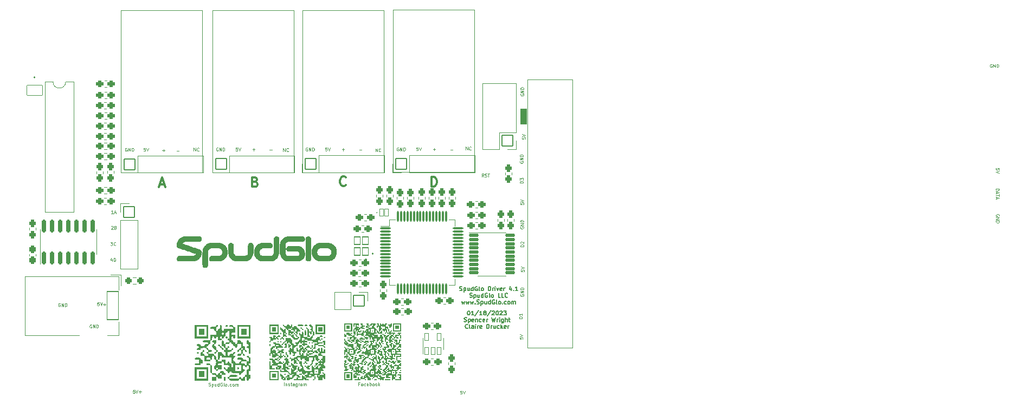
<source format=gto>
%TF.GenerationSoftware,KiCad,Pcbnew,(6.0.10-0)*%
%TF.CreationDate,2023-01-26T22:23:52-06:00*%
%TF.ProjectId,spudglo_driver_v4p1,73707564-676c-46f5-9f64-72697665725f,rev?*%
%TF.SameCoordinates,Original*%
%TF.FileFunction,Legend,Top*%
%TF.FilePolarity,Positive*%
%FSLAX46Y46*%
G04 Gerber Fmt 4.6, Leading zero omitted, Abs format (unit mm)*
G04 Created by KiCad (PCBNEW (6.0.10-0)) date 2023-01-26 22:23:52*
%MOMM*%
%LPD*%
G01*
G04 APERTURE LIST*
G04 Aperture macros list*
%AMRoundRect*
0 Rectangle with rounded corners*
0 $1 Rounding radius*
0 $2 $3 $4 $5 $6 $7 $8 $9 X,Y pos of 4 corners*
0 Add a 4 corners polygon primitive as box body*
4,1,4,$2,$3,$4,$5,$6,$7,$8,$9,$2,$3,0*
0 Add four circle primitives for the rounded corners*
1,1,$1+$1,$2,$3*
1,1,$1+$1,$4,$5*
1,1,$1+$1,$6,$7*
1,1,$1+$1,$8,$9*
0 Add four rect primitives between the rounded corners*
20,1,$1+$1,$2,$3,$4,$5,0*
20,1,$1+$1,$4,$5,$6,$7,0*
20,1,$1+$1,$6,$7,$8,$9,0*
20,1,$1+$1,$8,$9,$2,$3,0*%
G04 Aperture macros list end*
%ADD10C,0.120000*%
%ADD11C,0.100000*%
%ADD12C,0.125000*%
%ADD13C,0.162500*%
%ADD14C,0.300000*%
%ADD15C,0.150000*%
%ADD16C,0.200000*%
%ADD17RoundRect,0.287500X0.250000X0.237500X-0.250000X0.237500X-0.250000X-0.237500X0.250000X-0.237500X0*%
%ADD18RoundRect,0.287500X0.287500X0.237500X-0.287500X0.237500X-0.287500X-0.237500X0.287500X-0.237500X0*%
%ADD19RoundRect,0.287500X-0.237500X0.287500X-0.237500X-0.287500X0.237500X-0.287500X0.237500X0.287500X0*%
%ADD20RoundRect,0.050000X-1.200000X-0.800000X1.200000X-0.800000X1.200000X0.800000X-1.200000X0.800000X0*%
%ADD21O,2.500000X1.700000*%
%ADD22RoundRect,0.200000X0.150000X-0.825000X0.150000X0.825000X-0.150000X0.825000X-0.150000X-0.825000X0*%
%ADD23RoundRect,0.050000X0.850000X0.850000X-0.850000X0.850000X-0.850000X-0.850000X0.850000X-0.850000X0*%
%ADD24O,1.800000X1.800000*%
%ADD25RoundRect,0.125000X-0.700000X-0.075000X0.700000X-0.075000X0.700000X0.075000X-0.700000X0.075000X0*%
%ADD26RoundRect,0.125000X-0.075000X-0.700000X0.075000X-0.700000X0.075000X0.700000X-0.075000X0.700000X0*%
%ADD27RoundRect,0.050000X-0.850000X0.850000X-0.850000X-0.850000X0.850000X-0.850000X0.850000X0.850000X0*%
%ADD28RoundRect,0.287500X-0.287500X-0.237500X0.287500X-0.237500X0.287500X0.237500X-0.287500X0.237500X0*%
%ADD29RoundRect,0.287500X0.237500X-0.287500X0.237500X0.287500X-0.237500X0.287500X-0.237500X-0.287500X0*%
%ADD30RoundRect,0.150000X-0.637500X-0.100000X0.637500X-0.100000X0.637500X0.100000X-0.637500X0.100000X0*%
%ADD31RoundRect,0.050000X-0.287500X-0.570000X0.287500X-0.570000X0.287500X0.570000X-0.287500X0.570000X0*%
%ADD32RoundRect,0.050000X0.500000X0.600000X-0.500000X0.600000X-0.500000X-0.600000X0.500000X-0.600000X0*%
%ADD33RoundRect,0.050000X0.325000X-0.530000X0.325000X0.530000X-0.325000X0.530000X-0.325000X-0.530000X0*%
%ADD34RoundRect,0.050000X-0.850000X-0.850000X0.850000X-0.850000X0.850000X0.850000X-0.850000X0.850000X0*%
%ADD35RoundRect,0.050000X-0.900000X2.200000X-0.900000X-2.200000X0.900000X-2.200000X0.900000X2.200000X0*%
%ADD36O,1.900000X4.100000*%
%ADD37O,4.100000X1.900000*%
%ADD38RoundRect,0.050000X0.850000X-0.850000X0.850000X0.850000X-0.850000X0.850000X-0.850000X-0.850000X0*%
%ADD39C,7.100000*%
%ADD40C,5.100000*%
%ADD41C,2.100000*%
%ADD42RoundRect,0.287500X0.237500X-0.300000X0.237500X0.300000X-0.237500X0.300000X-0.237500X-0.300000X0*%
G04 APERTURE END LIST*
D10*
X123992066Y-81840000D02*
G75*
G03*
X123992066Y-81840000I-122066J0D01*
G01*
X176822066Y-109430000D02*
G75*
G03*
X176822066Y-109430000I-122066J0D01*
G01*
X137391312Y-96740917D02*
X137391310Y-71340919D01*
X137391310Y-71340919D02*
X150091309Y-71340919D01*
X150091309Y-71340919D02*
X150091309Y-96740921D01*
X150091309Y-96740921D02*
X137391312Y-96740917D01*
X179860536Y-71259706D02*
X192560534Y-71259709D01*
X179860536Y-96659708D02*
X179860536Y-71259706D01*
X192560535Y-96659708D02*
X179860536Y-96659708D01*
X192560534Y-71259709D02*
X192560535Y-96659708D01*
X151690000Y-96690000D02*
X151689999Y-71290001D01*
X164389999Y-71290002D02*
X164390000Y-96690003D01*
X164390000Y-96690003D02*
X151690000Y-96690000D01*
X151689999Y-71290001D02*
X164389999Y-71290002D01*
X178460003Y-96689999D02*
X165760003Y-96689998D01*
X178460001Y-71289999D02*
X178460003Y-96689999D01*
X165760003Y-96689998D02*
X165760000Y-71290000D01*
X178460001Y-71289999D02*
X165759999Y-71289997D01*
D11*
G36*
X200715200Y-89062200D02*
G01*
X199750000Y-89062200D01*
X199750000Y-86725400D01*
X199775400Y-86725400D01*
X199750000Y-86700000D01*
X200715200Y-86700000D01*
X200715200Y-89062200D01*
G37*
X200715200Y-89062200D02*
X199750000Y-89062200D01*
X199750000Y-86725400D01*
X199775400Y-86725400D01*
X199750000Y-86700000D01*
X200715200Y-86700000D01*
X200715200Y-89062200D01*
D12*
X273403047Y-79763001D02*
X273355428Y-79739191D01*
X273284000Y-79739191D01*
X273212571Y-79763001D01*
X273164952Y-79810620D01*
X273141142Y-79858239D01*
X273117333Y-79953477D01*
X273117333Y-80024905D01*
X273141142Y-80120143D01*
X273164952Y-80167762D01*
X273212571Y-80215381D01*
X273284000Y-80239191D01*
X273331619Y-80239191D01*
X273403047Y-80215381D01*
X273426857Y-80191572D01*
X273426857Y-80024905D01*
X273331619Y-80024905D01*
X273641142Y-80239191D02*
X273641142Y-79739191D01*
X273926857Y-80239191D01*
X273926857Y-79739191D01*
X274164952Y-80239191D02*
X274164952Y-79739191D01*
X274284000Y-79739191D01*
X274355428Y-79763001D01*
X274403047Y-79810620D01*
X274426857Y-79858239D01*
X274450666Y-79953477D01*
X274450666Y-80024905D01*
X274426857Y-80120143D01*
X274403047Y-80167762D01*
X274355428Y-80215381D01*
X274284000Y-80239191D01*
X274164952Y-80239191D01*
X274544000Y-103521049D02*
X274567809Y-103473430D01*
X274567809Y-103402002D01*
X274544000Y-103330573D01*
X274496380Y-103282954D01*
X274448761Y-103259144D01*
X274353523Y-103235335D01*
X274282095Y-103235335D01*
X274186857Y-103259144D01*
X274139238Y-103282954D01*
X274091619Y-103330573D01*
X274067809Y-103402002D01*
X274067809Y-103449621D01*
X274091619Y-103521049D01*
X274115428Y-103544859D01*
X274282095Y-103544859D01*
X274282095Y-103449621D01*
X274067809Y-103759144D02*
X274567809Y-103759144D01*
X274067809Y-104044859D01*
X274567809Y-104044859D01*
X274067809Y-104282954D02*
X274567809Y-104282954D01*
X274567809Y-104402002D01*
X274544000Y-104473430D01*
X274496380Y-104521049D01*
X274448761Y-104544859D01*
X274353523Y-104568668D01*
X274282095Y-104568668D01*
X274186857Y-104544859D01*
X274139238Y-104521049D01*
X274091619Y-104473430D01*
X274067809Y-104402002D01*
X274067809Y-104282954D01*
X274550809Y-96255762D02*
X274550809Y-96017667D01*
X274312714Y-95993858D01*
X274336523Y-96017667D01*
X274360333Y-96065286D01*
X274360333Y-96184334D01*
X274336523Y-96231953D01*
X274312714Y-96255762D01*
X274265095Y-96279572D01*
X274146047Y-96279572D01*
X274098428Y-96255762D01*
X274074619Y-96231953D01*
X274050809Y-96184334D01*
X274050809Y-96065286D01*
X274074619Y-96017667D01*
X274098428Y-95993858D01*
X274550809Y-96422429D02*
X274050809Y-96589096D01*
X274550809Y-96755762D01*
X274007809Y-99260001D02*
X274507809Y-99260001D01*
X274507809Y-99379048D01*
X274484000Y-99450477D01*
X274436380Y-99498096D01*
X274388761Y-99521905D01*
X274293523Y-99545715D01*
X274222095Y-99545715D01*
X274126857Y-99521905D01*
X274079238Y-99498096D01*
X274031619Y-99450477D01*
X274007809Y-99379048D01*
X274007809Y-99260001D01*
X274150666Y-99736191D02*
X274150666Y-99974286D01*
X274007809Y-99688572D02*
X274507809Y-99855239D01*
X274007809Y-100021905D01*
X274507809Y-100117143D02*
X274507809Y-100402858D01*
X274007809Y-100260001D02*
X274507809Y-100260001D01*
X274150666Y-100545715D02*
X274150666Y-100783810D01*
X274007809Y-100498096D02*
X274507809Y-100664762D01*
X274007809Y-100831429D01*
X194036190Y-97381190D02*
X193869523Y-97143095D01*
X193750476Y-97381190D02*
X193750476Y-96881190D01*
X193940952Y-96881190D01*
X193988571Y-96905000D01*
X194012380Y-96928809D01*
X194036190Y-96976428D01*
X194036190Y-97047857D01*
X194012380Y-97095476D01*
X193988571Y-97119285D01*
X193940952Y-97143095D01*
X193750476Y-97143095D01*
X194226666Y-97357380D02*
X194298095Y-97381190D01*
X194417142Y-97381190D01*
X194464761Y-97357380D01*
X194488571Y-97333571D01*
X194512380Y-97285952D01*
X194512380Y-97238333D01*
X194488571Y-97190714D01*
X194464761Y-97166904D01*
X194417142Y-97143095D01*
X194321904Y-97119285D01*
X194274285Y-97095476D01*
X194250476Y-97071666D01*
X194226666Y-97024047D01*
X194226666Y-96976428D01*
X194250476Y-96928809D01*
X194274285Y-96905000D01*
X194321904Y-96881190D01*
X194440952Y-96881190D01*
X194512380Y-96905000D01*
X194655238Y-96881190D02*
X194940952Y-96881190D01*
X194798095Y-97381190D02*
X194798095Y-96881190D01*
X199720000Y-94940952D02*
X199696190Y-94988571D01*
X199696190Y-95060000D01*
X199720000Y-95131428D01*
X199767619Y-95179047D01*
X199815238Y-95202857D01*
X199910476Y-95226666D01*
X199981904Y-95226666D01*
X200077142Y-95202857D01*
X200124761Y-95179047D01*
X200172380Y-95131428D01*
X200196190Y-95060000D01*
X200196190Y-95012380D01*
X200172380Y-94940952D01*
X200148571Y-94917142D01*
X199981904Y-94917142D01*
X199981904Y-95012380D01*
X200196190Y-94702857D02*
X199696190Y-94702857D01*
X200196190Y-94417142D01*
X199696190Y-94417142D01*
X200196190Y-94179047D02*
X199696190Y-94179047D01*
X199696190Y-94060000D01*
X199720000Y-93988571D01*
X199767619Y-93940952D01*
X199815238Y-93917142D01*
X199910476Y-93893333D01*
X199981904Y-93893333D01*
X200077142Y-93917142D01*
X200124761Y-93940952D01*
X200172380Y-93988571D01*
X200196190Y-94060000D01*
X200196190Y-94179047D01*
D13*
X190285476Y-115166595D02*
X190378333Y-115197547D01*
X190533095Y-115197547D01*
X190595000Y-115166595D01*
X190625952Y-115135642D01*
X190656904Y-115073738D01*
X190656904Y-115011833D01*
X190625952Y-114949928D01*
X190595000Y-114918976D01*
X190533095Y-114888023D01*
X190409285Y-114857071D01*
X190347380Y-114826119D01*
X190316428Y-114795166D01*
X190285476Y-114733261D01*
X190285476Y-114671357D01*
X190316428Y-114609452D01*
X190347380Y-114578500D01*
X190409285Y-114547547D01*
X190564047Y-114547547D01*
X190656904Y-114578500D01*
X190935476Y-114764214D02*
X190935476Y-115414214D01*
X190935476Y-114795166D02*
X190997380Y-114764214D01*
X191121190Y-114764214D01*
X191183095Y-114795166D01*
X191214047Y-114826119D01*
X191245000Y-114888023D01*
X191245000Y-115073738D01*
X191214047Y-115135642D01*
X191183095Y-115166595D01*
X191121190Y-115197547D01*
X190997380Y-115197547D01*
X190935476Y-115166595D01*
X191802142Y-114764214D02*
X191802142Y-115197547D01*
X191523571Y-114764214D02*
X191523571Y-115104690D01*
X191554523Y-115166595D01*
X191616428Y-115197547D01*
X191709285Y-115197547D01*
X191771190Y-115166595D01*
X191802142Y-115135642D01*
X192390238Y-115197547D02*
X192390238Y-114547547D01*
X192390238Y-115166595D02*
X192328333Y-115197547D01*
X192204523Y-115197547D01*
X192142619Y-115166595D01*
X192111666Y-115135642D01*
X192080714Y-115073738D01*
X192080714Y-114888023D01*
X192111666Y-114826119D01*
X192142619Y-114795166D01*
X192204523Y-114764214D01*
X192328333Y-114764214D01*
X192390238Y-114795166D01*
X193040238Y-114578500D02*
X192978333Y-114547547D01*
X192885476Y-114547547D01*
X192792619Y-114578500D01*
X192730714Y-114640404D01*
X192699761Y-114702309D01*
X192668809Y-114826119D01*
X192668809Y-114918976D01*
X192699761Y-115042785D01*
X192730714Y-115104690D01*
X192792619Y-115166595D01*
X192885476Y-115197547D01*
X192947380Y-115197547D01*
X193040238Y-115166595D01*
X193071190Y-115135642D01*
X193071190Y-114918976D01*
X192947380Y-114918976D01*
X193442619Y-115197547D02*
X193380714Y-115166595D01*
X193349761Y-115104690D01*
X193349761Y-114547547D01*
X193783095Y-115197547D02*
X193721190Y-115166595D01*
X193690238Y-115135642D01*
X193659285Y-115073738D01*
X193659285Y-114888023D01*
X193690238Y-114826119D01*
X193721190Y-114795166D01*
X193783095Y-114764214D01*
X193875952Y-114764214D01*
X193937857Y-114795166D01*
X193968809Y-114826119D01*
X193999761Y-114888023D01*
X193999761Y-115073738D01*
X193968809Y-115135642D01*
X193937857Y-115166595D01*
X193875952Y-115197547D01*
X193783095Y-115197547D01*
X194773571Y-115197547D02*
X194773571Y-114547547D01*
X194928333Y-114547547D01*
X195021190Y-114578500D01*
X195083095Y-114640404D01*
X195114047Y-114702309D01*
X195145000Y-114826119D01*
X195145000Y-114918976D01*
X195114047Y-115042785D01*
X195083095Y-115104690D01*
X195021190Y-115166595D01*
X194928333Y-115197547D01*
X194773571Y-115197547D01*
X195423571Y-115197547D02*
X195423571Y-114764214D01*
X195423571Y-114888023D02*
X195454523Y-114826119D01*
X195485476Y-114795166D01*
X195547380Y-114764214D01*
X195609285Y-114764214D01*
X195825952Y-115197547D02*
X195825952Y-114764214D01*
X195825952Y-114547547D02*
X195795000Y-114578500D01*
X195825952Y-114609452D01*
X195856904Y-114578500D01*
X195825952Y-114547547D01*
X195825952Y-114609452D01*
X196073571Y-114764214D02*
X196228333Y-115197547D01*
X196383095Y-114764214D01*
X196878333Y-115166595D02*
X196816428Y-115197547D01*
X196692619Y-115197547D01*
X196630714Y-115166595D01*
X196599761Y-115104690D01*
X196599761Y-114857071D01*
X196630714Y-114795166D01*
X196692619Y-114764214D01*
X196816428Y-114764214D01*
X196878333Y-114795166D01*
X196909285Y-114857071D01*
X196909285Y-114918976D01*
X196599761Y-114980880D01*
X197187857Y-115197547D02*
X197187857Y-114764214D01*
X197187857Y-114888023D02*
X197218809Y-114826119D01*
X197249761Y-114795166D01*
X197311666Y-114764214D01*
X197373571Y-114764214D01*
X198364047Y-114764214D02*
X198364047Y-115197547D01*
X198209285Y-114516595D02*
X198054523Y-114980880D01*
X198456904Y-114980880D01*
X198704523Y-115135642D02*
X198735476Y-115166595D01*
X198704523Y-115197547D01*
X198673571Y-115166595D01*
X198704523Y-115135642D01*
X198704523Y-115197547D01*
X199354523Y-115197547D02*
X198983095Y-115197547D01*
X199168809Y-115197547D02*
X199168809Y-114547547D01*
X199106904Y-114640404D01*
X199045000Y-114702309D01*
X198983095Y-114733261D01*
X191864047Y-116213095D02*
X191956904Y-116244047D01*
X192111666Y-116244047D01*
X192173571Y-116213095D01*
X192204523Y-116182142D01*
X192235476Y-116120238D01*
X192235476Y-116058333D01*
X192204523Y-115996428D01*
X192173571Y-115965476D01*
X192111666Y-115934523D01*
X191987857Y-115903571D01*
X191925952Y-115872619D01*
X191895000Y-115841666D01*
X191864047Y-115779761D01*
X191864047Y-115717857D01*
X191895000Y-115655952D01*
X191925952Y-115625000D01*
X191987857Y-115594047D01*
X192142619Y-115594047D01*
X192235476Y-115625000D01*
X192514047Y-115810714D02*
X192514047Y-116460714D01*
X192514047Y-115841666D02*
X192575952Y-115810714D01*
X192699761Y-115810714D01*
X192761666Y-115841666D01*
X192792619Y-115872619D01*
X192823571Y-115934523D01*
X192823571Y-116120238D01*
X192792619Y-116182142D01*
X192761666Y-116213095D01*
X192699761Y-116244047D01*
X192575952Y-116244047D01*
X192514047Y-116213095D01*
X193380714Y-115810714D02*
X193380714Y-116244047D01*
X193102142Y-115810714D02*
X193102142Y-116151190D01*
X193133095Y-116213095D01*
X193195000Y-116244047D01*
X193287857Y-116244047D01*
X193349761Y-116213095D01*
X193380714Y-116182142D01*
X193968809Y-116244047D02*
X193968809Y-115594047D01*
X193968809Y-116213095D02*
X193906904Y-116244047D01*
X193783095Y-116244047D01*
X193721190Y-116213095D01*
X193690238Y-116182142D01*
X193659285Y-116120238D01*
X193659285Y-115934523D01*
X193690238Y-115872619D01*
X193721190Y-115841666D01*
X193783095Y-115810714D01*
X193906904Y-115810714D01*
X193968809Y-115841666D01*
X194618809Y-115625000D02*
X194556904Y-115594047D01*
X194464047Y-115594047D01*
X194371190Y-115625000D01*
X194309285Y-115686904D01*
X194278333Y-115748809D01*
X194247380Y-115872619D01*
X194247380Y-115965476D01*
X194278333Y-116089285D01*
X194309285Y-116151190D01*
X194371190Y-116213095D01*
X194464047Y-116244047D01*
X194525952Y-116244047D01*
X194618809Y-116213095D01*
X194649761Y-116182142D01*
X194649761Y-115965476D01*
X194525952Y-115965476D01*
X195021190Y-116244047D02*
X194959285Y-116213095D01*
X194928333Y-116151190D01*
X194928333Y-115594047D01*
X195361666Y-116244047D02*
X195299761Y-116213095D01*
X195268809Y-116182142D01*
X195237857Y-116120238D01*
X195237857Y-115934523D01*
X195268809Y-115872619D01*
X195299761Y-115841666D01*
X195361666Y-115810714D01*
X195454523Y-115810714D01*
X195516428Y-115841666D01*
X195547380Y-115872619D01*
X195578333Y-115934523D01*
X195578333Y-116120238D01*
X195547380Y-116182142D01*
X195516428Y-116213095D01*
X195454523Y-116244047D01*
X195361666Y-116244047D01*
X196661666Y-116244047D02*
X196352142Y-116244047D01*
X196352142Y-115594047D01*
X197187857Y-116244047D02*
X196878333Y-116244047D01*
X196878333Y-115594047D01*
X197775952Y-116182142D02*
X197745000Y-116213095D01*
X197652142Y-116244047D01*
X197590238Y-116244047D01*
X197497380Y-116213095D01*
X197435476Y-116151190D01*
X197404523Y-116089285D01*
X197373571Y-115965476D01*
X197373571Y-115872619D01*
X197404523Y-115748809D01*
X197435476Y-115686904D01*
X197497380Y-115625000D01*
X197590238Y-115594047D01*
X197652142Y-115594047D01*
X197745000Y-115625000D01*
X197775952Y-115655952D01*
X190595000Y-116857214D02*
X190718809Y-117290547D01*
X190842619Y-116981023D01*
X190966428Y-117290547D01*
X191090238Y-116857214D01*
X191275952Y-116857214D02*
X191399761Y-117290547D01*
X191523571Y-116981023D01*
X191647380Y-117290547D01*
X191771190Y-116857214D01*
X191956904Y-116857214D02*
X192080714Y-117290547D01*
X192204523Y-116981023D01*
X192328333Y-117290547D01*
X192452142Y-116857214D01*
X192699761Y-117228642D02*
X192730714Y-117259595D01*
X192699761Y-117290547D01*
X192668809Y-117259595D01*
X192699761Y-117228642D01*
X192699761Y-117290547D01*
X192978333Y-117259595D02*
X193071190Y-117290547D01*
X193225952Y-117290547D01*
X193287857Y-117259595D01*
X193318809Y-117228642D01*
X193349761Y-117166738D01*
X193349761Y-117104833D01*
X193318809Y-117042928D01*
X193287857Y-117011976D01*
X193225952Y-116981023D01*
X193102142Y-116950071D01*
X193040238Y-116919119D01*
X193009285Y-116888166D01*
X192978333Y-116826261D01*
X192978333Y-116764357D01*
X193009285Y-116702452D01*
X193040238Y-116671500D01*
X193102142Y-116640547D01*
X193256904Y-116640547D01*
X193349761Y-116671500D01*
X193628333Y-116857214D02*
X193628333Y-117507214D01*
X193628333Y-116888166D02*
X193690238Y-116857214D01*
X193814047Y-116857214D01*
X193875952Y-116888166D01*
X193906904Y-116919119D01*
X193937857Y-116981023D01*
X193937857Y-117166738D01*
X193906904Y-117228642D01*
X193875952Y-117259595D01*
X193814047Y-117290547D01*
X193690238Y-117290547D01*
X193628333Y-117259595D01*
X194495000Y-116857214D02*
X194495000Y-117290547D01*
X194216428Y-116857214D02*
X194216428Y-117197690D01*
X194247380Y-117259595D01*
X194309285Y-117290547D01*
X194402142Y-117290547D01*
X194464047Y-117259595D01*
X194495000Y-117228642D01*
X195083095Y-117290547D02*
X195083095Y-116640547D01*
X195083095Y-117259595D02*
X195021190Y-117290547D01*
X194897380Y-117290547D01*
X194835476Y-117259595D01*
X194804523Y-117228642D01*
X194773571Y-117166738D01*
X194773571Y-116981023D01*
X194804523Y-116919119D01*
X194835476Y-116888166D01*
X194897380Y-116857214D01*
X195021190Y-116857214D01*
X195083095Y-116888166D01*
X195733095Y-116671500D02*
X195671190Y-116640547D01*
X195578333Y-116640547D01*
X195485476Y-116671500D01*
X195423571Y-116733404D01*
X195392619Y-116795309D01*
X195361666Y-116919119D01*
X195361666Y-117011976D01*
X195392619Y-117135785D01*
X195423571Y-117197690D01*
X195485476Y-117259595D01*
X195578333Y-117290547D01*
X195640238Y-117290547D01*
X195733095Y-117259595D01*
X195764047Y-117228642D01*
X195764047Y-117011976D01*
X195640238Y-117011976D01*
X196135476Y-117290547D02*
X196073571Y-117259595D01*
X196042619Y-117197690D01*
X196042619Y-116640547D01*
X196475952Y-117290547D02*
X196414047Y-117259595D01*
X196383095Y-117228642D01*
X196352142Y-117166738D01*
X196352142Y-116981023D01*
X196383095Y-116919119D01*
X196414047Y-116888166D01*
X196475952Y-116857214D01*
X196568809Y-116857214D01*
X196630714Y-116888166D01*
X196661666Y-116919119D01*
X196692619Y-116981023D01*
X196692619Y-117166738D01*
X196661666Y-117228642D01*
X196630714Y-117259595D01*
X196568809Y-117290547D01*
X196475952Y-117290547D01*
X196971190Y-117228642D02*
X197002142Y-117259595D01*
X196971190Y-117290547D01*
X196940238Y-117259595D01*
X196971190Y-117228642D01*
X196971190Y-117290547D01*
X197559285Y-117259595D02*
X197497380Y-117290547D01*
X197373571Y-117290547D01*
X197311666Y-117259595D01*
X197280714Y-117228642D01*
X197249761Y-117166738D01*
X197249761Y-116981023D01*
X197280714Y-116919119D01*
X197311666Y-116888166D01*
X197373571Y-116857214D01*
X197497380Y-116857214D01*
X197559285Y-116888166D01*
X197930714Y-117290547D02*
X197868809Y-117259595D01*
X197837857Y-117228642D01*
X197806904Y-117166738D01*
X197806904Y-116981023D01*
X197837857Y-116919119D01*
X197868809Y-116888166D01*
X197930714Y-116857214D01*
X198023571Y-116857214D01*
X198085476Y-116888166D01*
X198116428Y-116919119D01*
X198147380Y-116981023D01*
X198147380Y-117166738D01*
X198116428Y-117228642D01*
X198085476Y-117259595D01*
X198023571Y-117290547D01*
X197930714Y-117290547D01*
X198425952Y-117290547D02*
X198425952Y-116857214D01*
X198425952Y-116919119D02*
X198456904Y-116888166D01*
X198518809Y-116857214D01*
X198611666Y-116857214D01*
X198673571Y-116888166D01*
X198704523Y-116950071D01*
X198704523Y-117290547D01*
X198704523Y-116950071D02*
X198735476Y-116888166D01*
X198797380Y-116857214D01*
X198890238Y-116857214D01*
X198952142Y-116888166D01*
X198983095Y-116950071D01*
X198983095Y-117290547D01*
D12*
X135985238Y-110262857D02*
X135985238Y-110596190D01*
X135866190Y-110072380D02*
X135747142Y-110429523D01*
X136056666Y-110429523D01*
X136247142Y-110596190D02*
X136247142Y-110096190D01*
X136366190Y-110096190D01*
X136437619Y-110120000D01*
X136485238Y-110167619D01*
X136509047Y-110215238D01*
X136532857Y-110310476D01*
X136532857Y-110381904D01*
X136509047Y-110477142D01*
X136485238Y-110524761D01*
X136437619Y-110572380D01*
X136366190Y-110596190D01*
X136247142Y-110596190D01*
X190634761Y-130876190D02*
X190396666Y-130876190D01*
X190372857Y-131114285D01*
X190396666Y-131090476D01*
X190444285Y-131066666D01*
X190563333Y-131066666D01*
X190610952Y-131090476D01*
X190634761Y-131114285D01*
X190658571Y-131161904D01*
X190658571Y-131280952D01*
X190634761Y-131328571D01*
X190610952Y-131352380D01*
X190563333Y-131376190D01*
X190444285Y-131376190D01*
X190396666Y-131352380D01*
X190372857Y-131328571D01*
X190801428Y-130876190D02*
X190968095Y-131376190D01*
X191134761Y-130876190D01*
X141167460Y-92856188D02*
X140929365Y-92856188D01*
X140905556Y-93094283D01*
X140929365Y-93070474D01*
X140976984Y-93046664D01*
X141096032Y-93046664D01*
X141143651Y-93070474D01*
X141167460Y-93094283D01*
X141191270Y-93141902D01*
X141191270Y-93260950D01*
X141167460Y-93308569D01*
X141143651Y-93332378D01*
X141096032Y-93356188D01*
X140976984Y-93356188D01*
X140929365Y-93332378D01*
X140905556Y-93308569D01*
X141334127Y-92856188D02*
X141500794Y-93356188D01*
X141667460Y-92856188D01*
X148752286Y-93340508D02*
X148752286Y-92840508D01*
X149038001Y-93340508D01*
X149038001Y-92840508D01*
X149561810Y-93292889D02*
X149538001Y-93316698D01*
X149466572Y-93340508D01*
X149418953Y-93340508D01*
X149347524Y-93316698D01*
X149299905Y-93269079D01*
X149276096Y-93221460D01*
X149252286Y-93126222D01*
X149252286Y-93054794D01*
X149276096Y-92959556D01*
X149299905Y-92911937D01*
X149347524Y-92864318D01*
X149418953Y-92840508D01*
X149466572Y-92840508D01*
X149538001Y-92864318D01*
X149561810Y-92888127D01*
X144228377Y-93227483D02*
X143847424Y-93227483D01*
X144037901Y-93037007D02*
X144037901Y-93417959D01*
X138329047Y-92880000D02*
X138281428Y-92856190D01*
X138210000Y-92856190D01*
X138138571Y-92880000D01*
X138090952Y-92927619D01*
X138067142Y-92975238D01*
X138043333Y-93070476D01*
X138043333Y-93141904D01*
X138067142Y-93237142D01*
X138090952Y-93284761D01*
X138138571Y-93332380D01*
X138210000Y-93356190D01*
X138257619Y-93356190D01*
X138329047Y-93332380D01*
X138352857Y-93308571D01*
X138352857Y-93141904D01*
X138257619Y-93141904D01*
X138567142Y-93356190D02*
X138567142Y-92856190D01*
X138852857Y-93356190D01*
X138852857Y-92856190D01*
X139090952Y-93356190D02*
X139090952Y-92856190D01*
X139210000Y-92856190D01*
X139281428Y-92880000D01*
X139329047Y-92927619D01*
X139352857Y-92975238D01*
X139376666Y-93070476D01*
X139376666Y-93141904D01*
X139352857Y-93237142D01*
X139329047Y-93284761D01*
X139281428Y-93332380D01*
X139210000Y-93356190D01*
X139090952Y-93356190D01*
X146456620Y-93281603D02*
X146075667Y-93281603D01*
X177154351Y-93441094D02*
X177154351Y-92941094D01*
X177440066Y-93441094D01*
X177440066Y-92941094D01*
X177963875Y-93393475D02*
X177940066Y-93417284D01*
X177868637Y-93441094D01*
X177821018Y-93441094D01*
X177749589Y-93417284D01*
X177701970Y-93369665D01*
X177678161Y-93322046D01*
X177654351Y-93226808D01*
X177654351Y-93155380D01*
X177678161Y-93060142D01*
X177701970Y-93012523D01*
X177749589Y-92964904D01*
X177821018Y-92941094D01*
X177868637Y-92941094D01*
X177940066Y-92964904D01*
X177963875Y-92988713D01*
X171908432Y-93098218D02*
X172289385Y-93098218D01*
X172098909Y-93288694D02*
X172098909Y-92907742D01*
X174969086Y-93166488D02*
X174588133Y-93166488D01*
X166517054Y-92844403D02*
X166469435Y-92820593D01*
X166398007Y-92820593D01*
X166326578Y-92844403D01*
X166278959Y-92892022D01*
X166255149Y-92939641D01*
X166231340Y-93034879D01*
X166231340Y-93106307D01*
X166255149Y-93201545D01*
X166278959Y-93249164D01*
X166326578Y-93296783D01*
X166398007Y-93320593D01*
X166445626Y-93320593D01*
X166517054Y-93296783D01*
X166540864Y-93272974D01*
X166540864Y-93106307D01*
X166445626Y-93106307D01*
X166755149Y-93320593D02*
X166755149Y-92820593D01*
X167040864Y-93320593D01*
X167040864Y-92820593D01*
X167278959Y-93320593D02*
X167278959Y-92820593D01*
X167398007Y-92820593D01*
X167469435Y-92844403D01*
X167517054Y-92892022D01*
X167540864Y-92939641D01*
X167564673Y-93034879D01*
X167564673Y-93106307D01*
X167540864Y-93201545D01*
X167517054Y-93249164D01*
X167469435Y-93296783D01*
X167398007Y-93320593D01*
X167278959Y-93320593D01*
X169552569Y-92801395D02*
X169314474Y-92801395D01*
X169290665Y-93039490D01*
X169314474Y-93015681D01*
X169362093Y-92991871D01*
X169481141Y-92991871D01*
X169528760Y-93015681D01*
X169552569Y-93039490D01*
X169576379Y-93087109D01*
X169576379Y-93206157D01*
X169552569Y-93253776D01*
X169528760Y-93277585D01*
X169481141Y-93301395D01*
X169362093Y-93301395D01*
X169314474Y-93277585D01*
X169290665Y-93253776D01*
X169719236Y-92801395D02*
X169885903Y-93301395D01*
X170052569Y-92801395D01*
X189201079Y-93142086D02*
X188820126Y-93142086D01*
X183784562Y-92776993D02*
X183546467Y-92776993D01*
X183522658Y-93015088D01*
X183546467Y-92991279D01*
X183594086Y-92967469D01*
X183713134Y-92967469D01*
X183760753Y-92991279D01*
X183784562Y-93015088D01*
X183808372Y-93062707D01*
X183808372Y-93181755D01*
X183784562Y-93229374D01*
X183760753Y-93253183D01*
X183713134Y-93276993D01*
X183594086Y-93276993D01*
X183546467Y-93253183D01*
X183522658Y-93229374D01*
X183951229Y-92776993D02*
X184117896Y-93276993D01*
X184284562Y-92776993D01*
X180749047Y-92820000D02*
X180701428Y-92796190D01*
X180630000Y-92796190D01*
X180558571Y-92820000D01*
X180510952Y-92867619D01*
X180487142Y-92915238D01*
X180463333Y-93010476D01*
X180463333Y-93081904D01*
X180487142Y-93177142D01*
X180510952Y-93224761D01*
X180558571Y-93272380D01*
X180630000Y-93296190D01*
X180677619Y-93296190D01*
X180749047Y-93272380D01*
X180772857Y-93248571D01*
X180772857Y-93081904D01*
X180677619Y-93081904D01*
X180987142Y-93296190D02*
X180987142Y-92796190D01*
X181272857Y-93296190D01*
X181272857Y-92796190D01*
X181510952Y-93296190D02*
X181510952Y-92796190D01*
X181630000Y-92796190D01*
X181701428Y-92820000D01*
X181749047Y-92867619D01*
X181772857Y-92915238D01*
X181796666Y-93010476D01*
X181796666Y-93081904D01*
X181772857Y-93177142D01*
X181749047Y-93224761D01*
X181701428Y-93272380D01*
X181630000Y-93296190D01*
X181510952Y-93296190D01*
X186140425Y-93073816D02*
X186521378Y-93073816D01*
X186330902Y-93264292D02*
X186330902Y-92883340D01*
X191247848Y-93166372D02*
X191247848Y-92666372D01*
X191533563Y-93166372D01*
X191533563Y-92666372D01*
X192057372Y-93118753D02*
X192033563Y-93142562D01*
X191962134Y-93166372D01*
X191914515Y-93166372D01*
X191843086Y-93142562D01*
X191795467Y-93094943D01*
X191771658Y-93047324D01*
X191747848Y-92952086D01*
X191747848Y-92880658D01*
X191771658Y-92785420D01*
X191795467Y-92737801D01*
X191843086Y-92690182D01*
X191914515Y-92666372D01*
X191962134Y-92666372D01*
X192033563Y-92690182D01*
X192057372Y-92713991D01*
X132788753Y-120542182D02*
X132741134Y-120518372D01*
X132669706Y-120518372D01*
X132598277Y-120542182D01*
X132550658Y-120589801D01*
X132526848Y-120637420D01*
X132503039Y-120732658D01*
X132503039Y-120804086D01*
X132526848Y-120899324D01*
X132550658Y-120946943D01*
X132598277Y-120994562D01*
X132669706Y-121018372D01*
X132717325Y-121018372D01*
X132788753Y-120994562D01*
X132812563Y-120970753D01*
X132812563Y-120804086D01*
X132717325Y-120804086D01*
X133026848Y-121018372D02*
X133026848Y-120518372D01*
X133312563Y-121018372D01*
X133312563Y-120518372D01*
X133550658Y-121018372D02*
X133550658Y-120518372D01*
X133669706Y-120518372D01*
X133741134Y-120542182D01*
X133788753Y-120589801D01*
X133812563Y-120637420D01*
X133836372Y-120732658D01*
X133836372Y-120804086D01*
X133812563Y-120899324D01*
X133788753Y-120946943D01*
X133741134Y-120994562D01*
X133669706Y-121018372D01*
X133550658Y-121018372D01*
X199776190Y-101425238D02*
X199776190Y-101663333D01*
X200014285Y-101687142D01*
X199990476Y-101663333D01*
X199966666Y-101615714D01*
X199966666Y-101496666D01*
X199990476Y-101449047D01*
X200014285Y-101425238D01*
X200061904Y-101401428D01*
X200180952Y-101401428D01*
X200228571Y-101425238D01*
X200252380Y-101449047D01*
X200276190Y-101496666D01*
X200276190Y-101615714D01*
X200252380Y-101663333D01*
X200228571Y-101687142D01*
X199776190Y-101258571D02*
X200276190Y-101091904D01*
X199776190Y-100925238D01*
X199780000Y-105210952D02*
X199756190Y-105258571D01*
X199756190Y-105330000D01*
X199780000Y-105401428D01*
X199827619Y-105449047D01*
X199875238Y-105472857D01*
X199970476Y-105496666D01*
X200041904Y-105496666D01*
X200137142Y-105472857D01*
X200184761Y-105449047D01*
X200232380Y-105401428D01*
X200256190Y-105330000D01*
X200256190Y-105282380D01*
X200232380Y-105210952D01*
X200208571Y-105187142D01*
X200041904Y-105187142D01*
X200041904Y-105282380D01*
X200256190Y-104972857D02*
X199756190Y-104972857D01*
X200256190Y-104687142D01*
X199756190Y-104687142D01*
X200256190Y-104449047D02*
X199756190Y-104449047D01*
X199756190Y-104330000D01*
X199780000Y-104258571D01*
X199827619Y-104210952D01*
X199875238Y-104187142D01*
X199970476Y-104163333D01*
X200041904Y-104163333D01*
X200137142Y-104187142D01*
X200184761Y-104210952D01*
X200232380Y-104258571D01*
X200256190Y-104330000D01*
X200256190Y-104449047D01*
X162841904Y-130086190D02*
X162841904Y-129586190D01*
X163080000Y-129752857D02*
X163080000Y-130086190D01*
X163080000Y-129800476D02*
X163103809Y-129776666D01*
X163151428Y-129752857D01*
X163222857Y-129752857D01*
X163270476Y-129776666D01*
X163294285Y-129824285D01*
X163294285Y-130086190D01*
X163508571Y-130062380D02*
X163556190Y-130086190D01*
X163651428Y-130086190D01*
X163699047Y-130062380D01*
X163722857Y-130014761D01*
X163722857Y-129990952D01*
X163699047Y-129943333D01*
X163651428Y-129919523D01*
X163580000Y-129919523D01*
X163532380Y-129895714D01*
X163508571Y-129848095D01*
X163508571Y-129824285D01*
X163532380Y-129776666D01*
X163580000Y-129752857D01*
X163651428Y-129752857D01*
X163699047Y-129776666D01*
X163865714Y-129752857D02*
X164056190Y-129752857D01*
X163937142Y-129586190D02*
X163937142Y-130014761D01*
X163960952Y-130062380D01*
X164008571Y-130086190D01*
X164056190Y-130086190D01*
X164437142Y-130086190D02*
X164437142Y-129824285D01*
X164413333Y-129776666D01*
X164365714Y-129752857D01*
X164270476Y-129752857D01*
X164222857Y-129776666D01*
X164437142Y-130062380D02*
X164389523Y-130086190D01*
X164270476Y-130086190D01*
X164222857Y-130062380D01*
X164199047Y-130014761D01*
X164199047Y-129967142D01*
X164222857Y-129919523D01*
X164270476Y-129895714D01*
X164389523Y-129895714D01*
X164437142Y-129871904D01*
X164889523Y-129752857D02*
X164889523Y-130157619D01*
X164865714Y-130205238D01*
X164841904Y-130229047D01*
X164794285Y-130252857D01*
X164722857Y-130252857D01*
X164675238Y-130229047D01*
X164889523Y-130062380D02*
X164841904Y-130086190D01*
X164746666Y-130086190D01*
X164699047Y-130062380D01*
X164675238Y-130038571D01*
X164651428Y-129990952D01*
X164651428Y-129848095D01*
X164675238Y-129800476D01*
X164699047Y-129776666D01*
X164746666Y-129752857D01*
X164841904Y-129752857D01*
X164889523Y-129776666D01*
X165127619Y-130086190D02*
X165127619Y-129752857D01*
X165127619Y-129848095D02*
X165151428Y-129800476D01*
X165175238Y-129776666D01*
X165222857Y-129752857D01*
X165270476Y-129752857D01*
X165651428Y-130086190D02*
X165651428Y-129824285D01*
X165627619Y-129776666D01*
X165580000Y-129752857D01*
X165484761Y-129752857D01*
X165437142Y-129776666D01*
X165651428Y-130062380D02*
X165603809Y-130086190D01*
X165484761Y-130086190D01*
X165437142Y-130062380D01*
X165413333Y-130014761D01*
X165413333Y-129967142D01*
X165437142Y-129919523D01*
X165484761Y-129895714D01*
X165603809Y-129895714D01*
X165651428Y-129871904D01*
X165889523Y-130086190D02*
X165889523Y-129752857D01*
X165889523Y-129800476D02*
X165913333Y-129776666D01*
X165960952Y-129752857D01*
X166032380Y-129752857D01*
X166080000Y-129776666D01*
X166103809Y-129824285D01*
X166103809Y-130086190D01*
X166103809Y-129824285D02*
X166127619Y-129776666D01*
X166175238Y-129752857D01*
X166246666Y-129752857D01*
X166294285Y-129776666D01*
X166318095Y-129824285D01*
X166318095Y-130086190D01*
X199866190Y-111945238D02*
X199866190Y-112183333D01*
X200104285Y-112207142D01*
X200080476Y-112183333D01*
X200056666Y-112135714D01*
X200056666Y-112016666D01*
X200080476Y-111969047D01*
X200104285Y-111945238D01*
X200151904Y-111921428D01*
X200270952Y-111921428D01*
X200318571Y-111945238D01*
X200342380Y-111969047D01*
X200366190Y-112016666D01*
X200366190Y-112135714D01*
X200342380Y-112183333D01*
X200318571Y-112207142D01*
X199866190Y-111778571D02*
X200366190Y-111611904D01*
X199866190Y-111445238D01*
X135742678Y-107616190D02*
X136052202Y-107616190D01*
X135885535Y-107806666D01*
X135956964Y-107806666D01*
X136004583Y-107830476D01*
X136028392Y-107854285D01*
X136052202Y-107901904D01*
X136052202Y-108020952D01*
X136028392Y-108068571D01*
X136004583Y-108092380D01*
X135956964Y-108116190D01*
X135814107Y-108116190D01*
X135766488Y-108092380D01*
X135742678Y-108068571D01*
X136552202Y-108068571D02*
X136528392Y-108092380D01*
X136456964Y-108116190D01*
X136409345Y-108116190D01*
X136337916Y-108092380D01*
X136290297Y-108044761D01*
X136266488Y-107997142D01*
X136242678Y-107901904D01*
X136242678Y-107830476D01*
X136266488Y-107735238D01*
X136290297Y-107687619D01*
X136337916Y-107640000D01*
X136409345Y-107616190D01*
X136456964Y-107616190D01*
X136528392Y-107640000D01*
X136552202Y-107663809D01*
X152532941Y-92848614D02*
X152485322Y-92824804D01*
X152413894Y-92824804D01*
X152342465Y-92848614D01*
X152294846Y-92896233D01*
X152271036Y-92943852D01*
X152247227Y-93039090D01*
X152247227Y-93110518D01*
X152271036Y-93205756D01*
X152294846Y-93253375D01*
X152342465Y-93300994D01*
X152413894Y-93324804D01*
X152461513Y-93324804D01*
X152532941Y-93300994D01*
X152556751Y-93277185D01*
X152556751Y-93110518D01*
X152461513Y-93110518D01*
X152771036Y-93324804D02*
X152771036Y-92824804D01*
X153056751Y-93324804D01*
X153056751Y-92824804D01*
X153294846Y-93324804D02*
X153294846Y-92824804D01*
X153413894Y-92824804D01*
X153485322Y-92848614D01*
X153532941Y-92896233D01*
X153556751Y-92943852D01*
X153580560Y-93039090D01*
X153580560Y-93110518D01*
X153556751Y-93205756D01*
X153532941Y-93253375D01*
X153485322Y-93300994D01*
X153413894Y-93324804D01*
X153294846Y-93324804D01*
X200226190Y-98329047D02*
X199726190Y-98329047D01*
X199726190Y-98210000D01*
X199750000Y-98138571D01*
X199797619Y-98090952D01*
X199845238Y-98067142D01*
X199940476Y-98043333D01*
X200011904Y-98043333D01*
X200107142Y-98067142D01*
X200154761Y-98090952D01*
X200202380Y-98138571D01*
X200226190Y-98210000D01*
X200226190Y-98329047D01*
X199726190Y-97876666D02*
X199726190Y-97567142D01*
X199916666Y-97733809D01*
X199916666Y-97662380D01*
X199940476Y-97614761D01*
X199964285Y-97590952D01*
X200011904Y-97567142D01*
X200130952Y-97567142D01*
X200178571Y-97590952D01*
X200202380Y-97614761D01*
X200226190Y-97662380D01*
X200226190Y-97805238D01*
X200202380Y-97852857D01*
X200178571Y-97876666D01*
X200066190Y-119539047D02*
X199566190Y-119539047D01*
X199566190Y-119420000D01*
X199590000Y-119348571D01*
X199637619Y-119300952D01*
X199685238Y-119277142D01*
X199780476Y-119253333D01*
X199851904Y-119253333D01*
X199947142Y-119277142D01*
X199994761Y-119300952D01*
X200042380Y-119348571D01*
X200066190Y-119420000D01*
X200066190Y-119539047D01*
X200066190Y-118777142D02*
X200066190Y-119062857D01*
X200066190Y-118920000D02*
X199566190Y-118920000D01*
X199637619Y-118967619D01*
X199685238Y-119015238D01*
X199709047Y-119062857D01*
X160984973Y-93170700D02*
X160604020Y-93170700D01*
X155568456Y-92805607D02*
X155330361Y-92805607D01*
X155306552Y-93043702D01*
X155330361Y-93019893D01*
X155377980Y-92996083D01*
X155497028Y-92996083D01*
X155544647Y-93019893D01*
X155568456Y-93043702D01*
X155592266Y-93091321D01*
X155592266Y-93210369D01*
X155568456Y-93257988D01*
X155544647Y-93281797D01*
X155497028Y-93305607D01*
X155377980Y-93305607D01*
X155330361Y-93281797D01*
X155306552Y-93257988D01*
X155735123Y-92805607D02*
X155901790Y-93305607D01*
X156068456Y-92805607D01*
X200296190Y-108279047D02*
X199796190Y-108279047D01*
X199796190Y-108160000D01*
X199820000Y-108088571D01*
X199867619Y-108040952D01*
X199915238Y-108017142D01*
X200010476Y-107993333D01*
X200081904Y-107993333D01*
X200177142Y-108017142D01*
X200224761Y-108040952D01*
X200272380Y-108088571D01*
X200296190Y-108160000D01*
X200296190Y-108279047D01*
X199843809Y-107802857D02*
X199820000Y-107779047D01*
X199796190Y-107731428D01*
X199796190Y-107612380D01*
X199820000Y-107564761D01*
X199843809Y-107540952D01*
X199891428Y-107517142D01*
X199939047Y-107517142D01*
X200010476Y-107540952D01*
X200296190Y-107826666D01*
X200296190Y-107517142D01*
X157924319Y-93102430D02*
X158305272Y-93102430D01*
X158114796Y-93292906D02*
X158114796Y-92911954D01*
X136152202Y-103116190D02*
X135866488Y-103116190D01*
X136009345Y-103116190D02*
X136009345Y-102616190D01*
X135961726Y-102687619D01*
X135914107Y-102735238D01*
X135866488Y-102759047D01*
X136342678Y-102973333D02*
X136580773Y-102973333D01*
X136295059Y-103116190D02*
X136461726Y-102616190D01*
X136628392Y-103116190D01*
X127899047Y-117190000D02*
X127851428Y-117166190D01*
X127780000Y-117166190D01*
X127708571Y-117190000D01*
X127660952Y-117237619D01*
X127637142Y-117285238D01*
X127613333Y-117380476D01*
X127613333Y-117451904D01*
X127637142Y-117547142D01*
X127660952Y-117594761D01*
X127708571Y-117642380D01*
X127780000Y-117666190D01*
X127827619Y-117666190D01*
X127899047Y-117642380D01*
X127922857Y-117618571D01*
X127922857Y-117451904D01*
X127827619Y-117451904D01*
X128137142Y-117666190D02*
X128137142Y-117166190D01*
X128422857Y-117666190D01*
X128422857Y-117166190D01*
X128660952Y-117666190D02*
X128660952Y-117166190D01*
X128780000Y-117166190D01*
X128851428Y-117190000D01*
X128899047Y-117237619D01*
X128922857Y-117285238D01*
X128946666Y-117380476D01*
X128946666Y-117451904D01*
X128922857Y-117547142D01*
X128899047Y-117594761D01*
X128851428Y-117642380D01*
X128780000Y-117666190D01*
X128660952Y-117666190D01*
D13*
X191671428Y-118367547D02*
X191733333Y-118367547D01*
X191795238Y-118398500D01*
X191826190Y-118429452D01*
X191857142Y-118491357D01*
X191888095Y-118615166D01*
X191888095Y-118769928D01*
X191857142Y-118893738D01*
X191826190Y-118955642D01*
X191795238Y-118986595D01*
X191733333Y-119017547D01*
X191671428Y-119017547D01*
X191609523Y-118986595D01*
X191578571Y-118955642D01*
X191547619Y-118893738D01*
X191516666Y-118769928D01*
X191516666Y-118615166D01*
X191547619Y-118491357D01*
X191578571Y-118429452D01*
X191609523Y-118398500D01*
X191671428Y-118367547D01*
X192507142Y-119017547D02*
X192135714Y-119017547D01*
X192321428Y-119017547D02*
X192321428Y-118367547D01*
X192259523Y-118460404D01*
X192197619Y-118522309D01*
X192135714Y-118553261D01*
X193250000Y-118336595D02*
X192692857Y-119172309D01*
X193807142Y-119017547D02*
X193435714Y-119017547D01*
X193621428Y-119017547D02*
X193621428Y-118367547D01*
X193559523Y-118460404D01*
X193497619Y-118522309D01*
X193435714Y-118553261D01*
X194178571Y-118646119D02*
X194116666Y-118615166D01*
X194085714Y-118584214D01*
X194054761Y-118522309D01*
X194054761Y-118491357D01*
X194085714Y-118429452D01*
X194116666Y-118398500D01*
X194178571Y-118367547D01*
X194302380Y-118367547D01*
X194364285Y-118398500D01*
X194395238Y-118429452D01*
X194426190Y-118491357D01*
X194426190Y-118522309D01*
X194395238Y-118584214D01*
X194364285Y-118615166D01*
X194302380Y-118646119D01*
X194178571Y-118646119D01*
X194116666Y-118677071D01*
X194085714Y-118708023D01*
X194054761Y-118769928D01*
X194054761Y-118893738D01*
X194085714Y-118955642D01*
X194116666Y-118986595D01*
X194178571Y-119017547D01*
X194302380Y-119017547D01*
X194364285Y-118986595D01*
X194395238Y-118955642D01*
X194426190Y-118893738D01*
X194426190Y-118769928D01*
X194395238Y-118708023D01*
X194364285Y-118677071D01*
X194302380Y-118646119D01*
X195169047Y-118336595D02*
X194611904Y-119172309D01*
X195354761Y-118429452D02*
X195385714Y-118398500D01*
X195447619Y-118367547D01*
X195602380Y-118367547D01*
X195664285Y-118398500D01*
X195695238Y-118429452D01*
X195726190Y-118491357D01*
X195726190Y-118553261D01*
X195695238Y-118646119D01*
X195323809Y-119017547D01*
X195726190Y-119017547D01*
X196128571Y-118367547D02*
X196190476Y-118367547D01*
X196252380Y-118398500D01*
X196283333Y-118429452D01*
X196314285Y-118491357D01*
X196345238Y-118615166D01*
X196345238Y-118769928D01*
X196314285Y-118893738D01*
X196283333Y-118955642D01*
X196252380Y-118986595D01*
X196190476Y-119017547D01*
X196128571Y-119017547D01*
X196066666Y-118986595D01*
X196035714Y-118955642D01*
X196004761Y-118893738D01*
X195973809Y-118769928D01*
X195973809Y-118615166D01*
X196004761Y-118491357D01*
X196035714Y-118429452D01*
X196066666Y-118398500D01*
X196128571Y-118367547D01*
X196592857Y-118429452D02*
X196623809Y-118398500D01*
X196685714Y-118367547D01*
X196840476Y-118367547D01*
X196902380Y-118398500D01*
X196933333Y-118429452D01*
X196964285Y-118491357D01*
X196964285Y-118553261D01*
X196933333Y-118646119D01*
X196561904Y-119017547D01*
X196964285Y-119017547D01*
X197180952Y-118367547D02*
X197583333Y-118367547D01*
X197366666Y-118615166D01*
X197459523Y-118615166D01*
X197521428Y-118646119D01*
X197552380Y-118677071D01*
X197583333Y-118738976D01*
X197583333Y-118893738D01*
X197552380Y-118955642D01*
X197521428Y-118986595D01*
X197459523Y-119017547D01*
X197273809Y-119017547D01*
X197211904Y-118986595D01*
X197180952Y-118955642D01*
X190990476Y-120033095D02*
X191083333Y-120064047D01*
X191238095Y-120064047D01*
X191300000Y-120033095D01*
X191330952Y-120002142D01*
X191361904Y-119940238D01*
X191361904Y-119878333D01*
X191330952Y-119816428D01*
X191300000Y-119785476D01*
X191238095Y-119754523D01*
X191114285Y-119723571D01*
X191052380Y-119692619D01*
X191021428Y-119661666D01*
X190990476Y-119599761D01*
X190990476Y-119537857D01*
X191021428Y-119475952D01*
X191052380Y-119445000D01*
X191114285Y-119414047D01*
X191269047Y-119414047D01*
X191361904Y-119445000D01*
X191640476Y-119630714D02*
X191640476Y-120280714D01*
X191640476Y-119661666D02*
X191702380Y-119630714D01*
X191826190Y-119630714D01*
X191888095Y-119661666D01*
X191919047Y-119692619D01*
X191950000Y-119754523D01*
X191950000Y-119940238D01*
X191919047Y-120002142D01*
X191888095Y-120033095D01*
X191826190Y-120064047D01*
X191702380Y-120064047D01*
X191640476Y-120033095D01*
X192476190Y-120033095D02*
X192414285Y-120064047D01*
X192290476Y-120064047D01*
X192228571Y-120033095D01*
X192197619Y-119971190D01*
X192197619Y-119723571D01*
X192228571Y-119661666D01*
X192290476Y-119630714D01*
X192414285Y-119630714D01*
X192476190Y-119661666D01*
X192507142Y-119723571D01*
X192507142Y-119785476D01*
X192197619Y-119847380D01*
X192785714Y-119630714D02*
X192785714Y-120064047D01*
X192785714Y-119692619D02*
X192816666Y-119661666D01*
X192878571Y-119630714D01*
X192971428Y-119630714D01*
X193033333Y-119661666D01*
X193064285Y-119723571D01*
X193064285Y-120064047D01*
X193652380Y-120033095D02*
X193590476Y-120064047D01*
X193466666Y-120064047D01*
X193404761Y-120033095D01*
X193373809Y-120002142D01*
X193342857Y-119940238D01*
X193342857Y-119754523D01*
X193373809Y-119692619D01*
X193404761Y-119661666D01*
X193466666Y-119630714D01*
X193590476Y-119630714D01*
X193652380Y-119661666D01*
X194178571Y-120033095D02*
X194116666Y-120064047D01*
X193992857Y-120064047D01*
X193930952Y-120033095D01*
X193900000Y-119971190D01*
X193900000Y-119723571D01*
X193930952Y-119661666D01*
X193992857Y-119630714D01*
X194116666Y-119630714D01*
X194178571Y-119661666D01*
X194209523Y-119723571D01*
X194209523Y-119785476D01*
X193900000Y-119847380D01*
X194488095Y-120064047D02*
X194488095Y-119630714D01*
X194488095Y-119754523D02*
X194519047Y-119692619D01*
X194550000Y-119661666D01*
X194611904Y-119630714D01*
X194673809Y-119630714D01*
X195323809Y-119414047D02*
X195478571Y-120064047D01*
X195602380Y-119599761D01*
X195726190Y-120064047D01*
X195880952Y-119414047D01*
X196128571Y-120064047D02*
X196128571Y-119630714D01*
X196128571Y-119754523D02*
X196159523Y-119692619D01*
X196190476Y-119661666D01*
X196252380Y-119630714D01*
X196314285Y-119630714D01*
X196530952Y-120064047D02*
X196530952Y-119630714D01*
X196530952Y-119414047D02*
X196500000Y-119445000D01*
X196530952Y-119475952D01*
X196561904Y-119445000D01*
X196530952Y-119414047D01*
X196530952Y-119475952D01*
X197119047Y-119630714D02*
X197119047Y-120156904D01*
X197088095Y-120218809D01*
X197057142Y-120249761D01*
X196995238Y-120280714D01*
X196902380Y-120280714D01*
X196840476Y-120249761D01*
X197119047Y-120033095D02*
X197057142Y-120064047D01*
X196933333Y-120064047D01*
X196871428Y-120033095D01*
X196840476Y-120002142D01*
X196809523Y-119940238D01*
X196809523Y-119754523D01*
X196840476Y-119692619D01*
X196871428Y-119661666D01*
X196933333Y-119630714D01*
X197057142Y-119630714D01*
X197119047Y-119661666D01*
X197428571Y-120064047D02*
X197428571Y-119414047D01*
X197707142Y-120064047D02*
X197707142Y-119723571D01*
X197676190Y-119661666D01*
X197614285Y-119630714D01*
X197521428Y-119630714D01*
X197459523Y-119661666D01*
X197428571Y-119692619D01*
X197923809Y-119630714D02*
X198171428Y-119630714D01*
X198016666Y-119414047D02*
X198016666Y-119971190D01*
X198047619Y-120033095D01*
X198109523Y-120064047D01*
X198171428Y-120064047D01*
X191563095Y-121048642D02*
X191532142Y-121079595D01*
X191439285Y-121110547D01*
X191377380Y-121110547D01*
X191284523Y-121079595D01*
X191222619Y-121017690D01*
X191191666Y-120955785D01*
X191160714Y-120831976D01*
X191160714Y-120739119D01*
X191191666Y-120615309D01*
X191222619Y-120553404D01*
X191284523Y-120491500D01*
X191377380Y-120460547D01*
X191439285Y-120460547D01*
X191532142Y-120491500D01*
X191563095Y-120522452D01*
X191934523Y-121110547D02*
X191872619Y-121079595D01*
X191841666Y-121017690D01*
X191841666Y-120460547D01*
X192460714Y-121110547D02*
X192460714Y-120770071D01*
X192429761Y-120708166D01*
X192367857Y-120677214D01*
X192244047Y-120677214D01*
X192182142Y-120708166D01*
X192460714Y-121079595D02*
X192398809Y-121110547D01*
X192244047Y-121110547D01*
X192182142Y-121079595D01*
X192151190Y-121017690D01*
X192151190Y-120955785D01*
X192182142Y-120893880D01*
X192244047Y-120862928D01*
X192398809Y-120862928D01*
X192460714Y-120831976D01*
X192770238Y-121110547D02*
X192770238Y-120677214D01*
X192770238Y-120460547D02*
X192739285Y-120491500D01*
X192770238Y-120522452D01*
X192801190Y-120491500D01*
X192770238Y-120460547D01*
X192770238Y-120522452D01*
X193079761Y-121110547D02*
X193079761Y-120677214D01*
X193079761Y-120801023D02*
X193110714Y-120739119D01*
X193141666Y-120708166D01*
X193203571Y-120677214D01*
X193265476Y-120677214D01*
X193729761Y-121079595D02*
X193667857Y-121110547D01*
X193544047Y-121110547D01*
X193482142Y-121079595D01*
X193451190Y-121017690D01*
X193451190Y-120770071D01*
X193482142Y-120708166D01*
X193544047Y-120677214D01*
X193667857Y-120677214D01*
X193729761Y-120708166D01*
X193760714Y-120770071D01*
X193760714Y-120831976D01*
X193451190Y-120893880D01*
X194534523Y-121110547D02*
X194534523Y-120460547D01*
X194689285Y-120460547D01*
X194782142Y-120491500D01*
X194844047Y-120553404D01*
X194875000Y-120615309D01*
X194905952Y-120739119D01*
X194905952Y-120831976D01*
X194875000Y-120955785D01*
X194844047Y-121017690D01*
X194782142Y-121079595D01*
X194689285Y-121110547D01*
X194534523Y-121110547D01*
X195184523Y-121110547D02*
X195184523Y-120677214D01*
X195184523Y-120801023D02*
X195215476Y-120739119D01*
X195246428Y-120708166D01*
X195308333Y-120677214D01*
X195370238Y-120677214D01*
X195865476Y-120677214D02*
X195865476Y-121110547D01*
X195586904Y-120677214D02*
X195586904Y-121017690D01*
X195617857Y-121079595D01*
X195679761Y-121110547D01*
X195772619Y-121110547D01*
X195834523Y-121079595D01*
X195865476Y-121048642D01*
X196453571Y-121079595D02*
X196391666Y-121110547D01*
X196267857Y-121110547D01*
X196205952Y-121079595D01*
X196175000Y-121048642D01*
X196144047Y-120986738D01*
X196144047Y-120801023D01*
X196175000Y-120739119D01*
X196205952Y-120708166D01*
X196267857Y-120677214D01*
X196391666Y-120677214D01*
X196453571Y-120708166D01*
X196732142Y-121110547D02*
X196732142Y-120460547D01*
X196794047Y-120862928D02*
X196979761Y-121110547D01*
X196979761Y-120677214D02*
X196732142Y-120924833D01*
X197505952Y-121079595D02*
X197444047Y-121110547D01*
X197320238Y-121110547D01*
X197258333Y-121079595D01*
X197227380Y-121017690D01*
X197227380Y-120770071D01*
X197258333Y-120708166D01*
X197320238Y-120677214D01*
X197444047Y-120677214D01*
X197505952Y-120708166D01*
X197536904Y-120770071D01*
X197536904Y-120831976D01*
X197227380Y-120893880D01*
X197815476Y-121110547D02*
X197815476Y-120677214D01*
X197815476Y-120801023D02*
X197846428Y-120739119D01*
X197877380Y-120708166D01*
X197939285Y-120677214D01*
X198001190Y-120677214D01*
D14*
X172504285Y-98695714D02*
X172432857Y-98767142D01*
X172218571Y-98838571D01*
X172075714Y-98838571D01*
X171861428Y-98767142D01*
X171718571Y-98624285D01*
X171647142Y-98481428D01*
X171575714Y-98195714D01*
X171575714Y-97981428D01*
X171647142Y-97695714D01*
X171718571Y-97552857D01*
X171861428Y-97410000D01*
X172075714Y-97338571D01*
X172218571Y-97338571D01*
X172432857Y-97410000D01*
X172504285Y-97481428D01*
D12*
X151068571Y-130102380D02*
X151140000Y-130126190D01*
X151259047Y-130126190D01*
X151306666Y-130102380D01*
X151330476Y-130078571D01*
X151354285Y-130030952D01*
X151354285Y-129983333D01*
X151330476Y-129935714D01*
X151306666Y-129911904D01*
X151259047Y-129888095D01*
X151163809Y-129864285D01*
X151116190Y-129840476D01*
X151092380Y-129816666D01*
X151068571Y-129769047D01*
X151068571Y-129721428D01*
X151092380Y-129673809D01*
X151116190Y-129650000D01*
X151163809Y-129626190D01*
X151282857Y-129626190D01*
X151354285Y-129650000D01*
X151568571Y-129792857D02*
X151568571Y-130292857D01*
X151568571Y-129816666D02*
X151616190Y-129792857D01*
X151711428Y-129792857D01*
X151759047Y-129816666D01*
X151782857Y-129840476D01*
X151806666Y-129888095D01*
X151806666Y-130030952D01*
X151782857Y-130078571D01*
X151759047Y-130102380D01*
X151711428Y-130126190D01*
X151616190Y-130126190D01*
X151568571Y-130102380D01*
X152235238Y-129792857D02*
X152235238Y-130126190D01*
X152020952Y-129792857D02*
X152020952Y-130054761D01*
X152044761Y-130102380D01*
X152092380Y-130126190D01*
X152163809Y-130126190D01*
X152211428Y-130102380D01*
X152235238Y-130078571D01*
X152687619Y-130126190D02*
X152687619Y-129626190D01*
X152687619Y-130102380D02*
X152640000Y-130126190D01*
X152544761Y-130126190D01*
X152497142Y-130102380D01*
X152473333Y-130078571D01*
X152449523Y-130030952D01*
X152449523Y-129888095D01*
X152473333Y-129840476D01*
X152497142Y-129816666D01*
X152544761Y-129792857D01*
X152640000Y-129792857D01*
X152687619Y-129816666D01*
X153187619Y-129650000D02*
X153140000Y-129626190D01*
X153068571Y-129626190D01*
X152997142Y-129650000D01*
X152949523Y-129697619D01*
X152925714Y-129745238D01*
X152901904Y-129840476D01*
X152901904Y-129911904D01*
X152925714Y-130007142D01*
X152949523Y-130054761D01*
X152997142Y-130102380D01*
X153068571Y-130126190D01*
X153116190Y-130126190D01*
X153187619Y-130102380D01*
X153211428Y-130078571D01*
X153211428Y-129911904D01*
X153116190Y-129911904D01*
X153497142Y-130126190D02*
X153449523Y-130102380D01*
X153425714Y-130054761D01*
X153425714Y-129626190D01*
X153759047Y-130126190D02*
X153711428Y-130102380D01*
X153687619Y-130078571D01*
X153663809Y-130030952D01*
X153663809Y-129888095D01*
X153687619Y-129840476D01*
X153711428Y-129816666D01*
X153759047Y-129792857D01*
X153830476Y-129792857D01*
X153878095Y-129816666D01*
X153901904Y-129840476D01*
X153925714Y-129888095D01*
X153925714Y-130030952D01*
X153901904Y-130078571D01*
X153878095Y-130102380D01*
X153830476Y-130126190D01*
X153759047Y-130126190D01*
X154140000Y-130078571D02*
X154163809Y-130102380D01*
X154140000Y-130126190D01*
X154116190Y-130102380D01*
X154140000Y-130078571D01*
X154140000Y-130126190D01*
X154592380Y-130102380D02*
X154544761Y-130126190D01*
X154449523Y-130126190D01*
X154401904Y-130102380D01*
X154378095Y-130078571D01*
X154354285Y-130030952D01*
X154354285Y-129888095D01*
X154378095Y-129840476D01*
X154401904Y-129816666D01*
X154449523Y-129792857D01*
X154544761Y-129792857D01*
X154592380Y-129816666D01*
X154878095Y-130126190D02*
X154830476Y-130102380D01*
X154806666Y-130078571D01*
X154782857Y-130030952D01*
X154782857Y-129888095D01*
X154806666Y-129840476D01*
X154830476Y-129816666D01*
X154878095Y-129792857D01*
X154949523Y-129792857D01*
X154997142Y-129816666D01*
X155020952Y-129840476D01*
X155044761Y-129888095D01*
X155044761Y-130030952D01*
X155020952Y-130078571D01*
X154997142Y-130102380D01*
X154949523Y-130126190D01*
X154878095Y-130126190D01*
X155259047Y-130126190D02*
X155259047Y-129792857D01*
X155259047Y-129840476D02*
X155282857Y-129816666D01*
X155330476Y-129792857D01*
X155401904Y-129792857D01*
X155449523Y-129816666D01*
X155473333Y-129864285D01*
X155473333Y-130126190D01*
X155473333Y-129864285D02*
X155497142Y-129816666D01*
X155544761Y-129792857D01*
X155616190Y-129792857D01*
X155663809Y-129816666D01*
X155687619Y-129864285D01*
X155687619Y-130126190D01*
X199820000Y-84410952D02*
X199796190Y-84458571D01*
X199796190Y-84530000D01*
X199820000Y-84601428D01*
X199867619Y-84649047D01*
X199915238Y-84672857D01*
X200010476Y-84696666D01*
X200081904Y-84696666D01*
X200177142Y-84672857D01*
X200224761Y-84649047D01*
X200272380Y-84601428D01*
X200296190Y-84530000D01*
X200296190Y-84482380D01*
X200272380Y-84410952D01*
X200248571Y-84387142D01*
X200081904Y-84387142D01*
X200081904Y-84482380D01*
X200296190Y-84172857D02*
X199796190Y-84172857D01*
X200296190Y-83887142D01*
X199796190Y-83887142D01*
X200296190Y-83649047D02*
X199796190Y-83649047D01*
X199796190Y-83530000D01*
X199820000Y-83458571D01*
X199867619Y-83410952D01*
X199915238Y-83387142D01*
X200010476Y-83363333D01*
X200081904Y-83363333D01*
X200177142Y-83387142D01*
X200224761Y-83410952D01*
X200272380Y-83458571D01*
X200296190Y-83530000D01*
X200296190Y-83649047D01*
D14*
X185877142Y-98888571D02*
X185877142Y-97388571D01*
X186234285Y-97388571D01*
X186448571Y-97460000D01*
X186591428Y-97602857D01*
X186662857Y-97745714D01*
X186734285Y-98031428D01*
X186734285Y-98245714D01*
X186662857Y-98531428D01*
X186591428Y-98674285D01*
X186448571Y-98817142D01*
X186234285Y-98888571D01*
X185877142Y-98888571D01*
D12*
X199656190Y-122495238D02*
X199656190Y-122733333D01*
X199894285Y-122757142D01*
X199870476Y-122733333D01*
X199846666Y-122685714D01*
X199846666Y-122566666D01*
X199870476Y-122519047D01*
X199894285Y-122495238D01*
X199941904Y-122471428D01*
X200060952Y-122471428D01*
X200108571Y-122495238D01*
X200132380Y-122519047D01*
X200156190Y-122566666D01*
X200156190Y-122685714D01*
X200132380Y-122733333D01*
X200108571Y-122757142D01*
X199656190Y-122328571D02*
X200156190Y-122161904D01*
X199656190Y-121995238D01*
X200056190Y-91185238D02*
X200056190Y-91423333D01*
X200294285Y-91447142D01*
X200270476Y-91423333D01*
X200246666Y-91375714D01*
X200246666Y-91256666D01*
X200270476Y-91209047D01*
X200294285Y-91185238D01*
X200341904Y-91161428D01*
X200460952Y-91161428D01*
X200508571Y-91185238D01*
X200532380Y-91209047D01*
X200556190Y-91256666D01*
X200556190Y-91375714D01*
X200532380Y-91423333D01*
X200508571Y-91447142D01*
X200056190Y-91018571D02*
X200556190Y-90851904D01*
X200056190Y-90685238D01*
X199800000Y-115780952D02*
X199776190Y-115828571D01*
X199776190Y-115900000D01*
X199800000Y-115971428D01*
X199847619Y-116019047D01*
X199895238Y-116042857D01*
X199990476Y-116066666D01*
X200061904Y-116066666D01*
X200157142Y-116042857D01*
X200204761Y-116019047D01*
X200252380Y-115971428D01*
X200276190Y-115900000D01*
X200276190Y-115852380D01*
X200252380Y-115780952D01*
X200228571Y-115757142D01*
X200061904Y-115757142D01*
X200061904Y-115852380D01*
X200276190Y-115542857D02*
X199776190Y-115542857D01*
X200276190Y-115257142D01*
X199776190Y-115257142D01*
X200276190Y-115019047D02*
X199776190Y-115019047D01*
X199776190Y-114900000D01*
X199800000Y-114828571D01*
X199847619Y-114780952D01*
X199895238Y-114757142D01*
X199990476Y-114733333D01*
X200061904Y-114733333D01*
X200157142Y-114757142D01*
X200204761Y-114780952D01*
X200252380Y-114828571D01*
X200276190Y-114900000D01*
X200276190Y-115019047D01*
X139525238Y-130726190D02*
X139287142Y-130726190D01*
X139263333Y-130964285D01*
X139287142Y-130940476D01*
X139334761Y-130916666D01*
X139453809Y-130916666D01*
X139501428Y-130940476D01*
X139525238Y-130964285D01*
X139549047Y-131011904D01*
X139549047Y-131130952D01*
X139525238Y-131178571D01*
X139501428Y-131202380D01*
X139453809Y-131226190D01*
X139334761Y-131226190D01*
X139287142Y-131202380D01*
X139263333Y-131178571D01*
X139691904Y-130726190D02*
X139858571Y-131226190D01*
X140025238Y-130726190D01*
X140191904Y-131035714D02*
X140572857Y-131035714D01*
X140382380Y-131226190D02*
X140382380Y-130845238D01*
X162731742Y-93394986D02*
X162731742Y-92894986D01*
X163017457Y-93394986D01*
X163017457Y-92894986D01*
X163541266Y-93347367D02*
X163517457Y-93371176D01*
X163446028Y-93394986D01*
X163398409Y-93394986D01*
X163326980Y-93371176D01*
X163279361Y-93323557D01*
X163255552Y-93275938D01*
X163231742Y-93180700D01*
X163231742Y-93109272D01*
X163255552Y-93014034D01*
X163279361Y-92966415D01*
X163326980Y-92918796D01*
X163398409Y-92894986D01*
X163446028Y-92894986D01*
X163517457Y-92918796D01*
X163541266Y-92942605D01*
X174655714Y-129824285D02*
X174489047Y-129824285D01*
X174489047Y-130086190D02*
X174489047Y-129586190D01*
X174727142Y-129586190D01*
X175131904Y-130086190D02*
X175131904Y-129824285D01*
X175108095Y-129776666D01*
X175060476Y-129752857D01*
X174965238Y-129752857D01*
X174917619Y-129776666D01*
X175131904Y-130062380D02*
X175084285Y-130086190D01*
X174965238Y-130086190D01*
X174917619Y-130062380D01*
X174893809Y-130014761D01*
X174893809Y-129967142D01*
X174917619Y-129919523D01*
X174965238Y-129895714D01*
X175084285Y-129895714D01*
X175131904Y-129871904D01*
X175584285Y-130062380D02*
X175536666Y-130086190D01*
X175441428Y-130086190D01*
X175393809Y-130062380D01*
X175370000Y-130038571D01*
X175346190Y-129990952D01*
X175346190Y-129848095D01*
X175370000Y-129800476D01*
X175393809Y-129776666D01*
X175441428Y-129752857D01*
X175536666Y-129752857D01*
X175584285Y-129776666D01*
X175989047Y-130062380D02*
X175941428Y-130086190D01*
X175846190Y-130086190D01*
X175798571Y-130062380D01*
X175774761Y-130014761D01*
X175774761Y-129824285D01*
X175798571Y-129776666D01*
X175846190Y-129752857D01*
X175941428Y-129752857D01*
X175989047Y-129776666D01*
X176012857Y-129824285D01*
X176012857Y-129871904D01*
X175774761Y-129919523D01*
X176227142Y-130086190D02*
X176227142Y-129586190D01*
X176227142Y-129776666D02*
X176274761Y-129752857D01*
X176370000Y-129752857D01*
X176417619Y-129776666D01*
X176441428Y-129800476D01*
X176465238Y-129848095D01*
X176465238Y-129990952D01*
X176441428Y-130038571D01*
X176417619Y-130062380D01*
X176370000Y-130086190D01*
X176274761Y-130086190D01*
X176227142Y-130062380D01*
X176750952Y-130086190D02*
X176703333Y-130062380D01*
X176679523Y-130038571D01*
X176655714Y-129990952D01*
X176655714Y-129848095D01*
X176679523Y-129800476D01*
X176703333Y-129776666D01*
X176750952Y-129752857D01*
X176822380Y-129752857D01*
X176870000Y-129776666D01*
X176893809Y-129800476D01*
X176917619Y-129848095D01*
X176917619Y-129990952D01*
X176893809Y-130038571D01*
X176870000Y-130062380D01*
X176822380Y-130086190D01*
X176750952Y-130086190D01*
X177203333Y-130086190D02*
X177155714Y-130062380D01*
X177131904Y-130038571D01*
X177108095Y-129990952D01*
X177108095Y-129848095D01*
X177131904Y-129800476D01*
X177155714Y-129776666D01*
X177203333Y-129752857D01*
X177274761Y-129752857D01*
X177322380Y-129776666D01*
X177346190Y-129800476D01*
X177370000Y-129848095D01*
X177370000Y-129990952D01*
X177346190Y-130038571D01*
X177322380Y-130062380D01*
X177274761Y-130086190D01*
X177203333Y-130086190D01*
X177584285Y-130086190D02*
X177584285Y-129586190D01*
X177631904Y-129895714D02*
X177774761Y-130086190D01*
X177774761Y-129752857D02*
X177584285Y-129943333D01*
X135866488Y-105123809D02*
X135890297Y-105100000D01*
X135937916Y-105076190D01*
X136056964Y-105076190D01*
X136104583Y-105100000D01*
X136128392Y-105123809D01*
X136152202Y-105171428D01*
X136152202Y-105219047D01*
X136128392Y-105290476D01*
X135842678Y-105576190D01*
X136152202Y-105576190D01*
X136533154Y-105314285D02*
X136604583Y-105338095D01*
X136628392Y-105361904D01*
X136652202Y-105409523D01*
X136652202Y-105480952D01*
X136628392Y-105528571D01*
X136604583Y-105552380D01*
X136556964Y-105576190D01*
X136366488Y-105576190D01*
X136366488Y-105076190D01*
X136533154Y-105076190D01*
X136580773Y-105100000D01*
X136604583Y-105123809D01*
X136628392Y-105171428D01*
X136628392Y-105219047D01*
X136604583Y-105266666D01*
X136580773Y-105290476D01*
X136533154Y-105314285D01*
X136366488Y-105314285D01*
D14*
X143452857Y-98550000D02*
X144167142Y-98550000D01*
X143310000Y-98978571D02*
X143810000Y-97478571D01*
X144310000Y-98978571D01*
X158357142Y-98162857D02*
X158571428Y-98234285D01*
X158642857Y-98305714D01*
X158714285Y-98448571D01*
X158714285Y-98662857D01*
X158642857Y-98805714D01*
X158571428Y-98877142D01*
X158428571Y-98948571D01*
X157857142Y-98948571D01*
X157857142Y-97448571D01*
X158357142Y-97448571D01*
X158500000Y-97520000D01*
X158571428Y-97591428D01*
X158642857Y-97734285D01*
X158642857Y-97877142D01*
X158571428Y-98020000D01*
X158500000Y-98091428D01*
X158357142Y-98162857D01*
X157857142Y-98162857D01*
D12*
X133955238Y-117036190D02*
X133717142Y-117036190D01*
X133693333Y-117274285D01*
X133717142Y-117250476D01*
X133764761Y-117226666D01*
X133883809Y-117226666D01*
X133931428Y-117250476D01*
X133955238Y-117274285D01*
X133979047Y-117321904D01*
X133979047Y-117440952D01*
X133955238Y-117488571D01*
X133931428Y-117512380D01*
X133883809Y-117536190D01*
X133764761Y-117536190D01*
X133717142Y-117512380D01*
X133693333Y-117488571D01*
X134121904Y-117036190D02*
X134288571Y-117536190D01*
X134455238Y-117036190D01*
X134621904Y-117345714D02*
X135002857Y-117345714D01*
X134812380Y-117536190D02*
X134812380Y-117155238D01*
D10*
X139744724Y-114172500D02*
X139235276Y-114172500D01*
X139744724Y-113127500D02*
X139235276Y-113127500D01*
G36*
X161797464Y-106703411D02*
G01*
X161906531Y-106743484D01*
X161998538Y-106805458D01*
X162067627Y-106885496D01*
X162105301Y-106969547D01*
X162109619Y-107003775D01*
X162113400Y-107072944D01*
X162116631Y-107176300D01*
X162119300Y-107313089D01*
X162121396Y-107482556D01*
X162122907Y-107683949D01*
X162123820Y-107916511D01*
X162124124Y-108166712D01*
X162124037Y-108402391D01*
X162123690Y-108605214D01*
X162123019Y-108778019D01*
X162121961Y-108923647D01*
X162120453Y-109044941D01*
X162118432Y-109144740D01*
X162115834Y-109225885D01*
X162112597Y-109291218D01*
X162108657Y-109343578D01*
X162103950Y-109385807D01*
X162098414Y-109420746D01*
X162095934Y-109433411D01*
X162032009Y-109666922D01*
X161941810Y-109878808D01*
X161826602Y-110067631D01*
X161687649Y-110231953D01*
X161526215Y-110370334D01*
X161343564Y-110481338D01*
X161140959Y-110563525D01*
X161089305Y-110578858D01*
X161055863Y-110587659D01*
X161022538Y-110594939D01*
X160985711Y-110600839D01*
X160941764Y-110605499D01*
X160887079Y-110609061D01*
X160818038Y-110611663D01*
X160731022Y-110613447D01*
X160622414Y-110614553D01*
X160488595Y-110615121D01*
X160325946Y-110615293D01*
X160152200Y-110615223D01*
X159348609Y-110614628D01*
X159166286Y-110554813D01*
X158950870Y-110469428D01*
X158763831Y-110363368D01*
X158603507Y-110235243D01*
X158468235Y-110083665D01*
X158356352Y-109907245D01*
X158330925Y-109857210D01*
X158281257Y-109750085D01*
X158244499Y-109656647D01*
X158218786Y-109567866D01*
X158202251Y-109474717D01*
X158193026Y-109368172D01*
X158189245Y-109239203D01*
X158188820Y-109170000D01*
X158190674Y-109021473D01*
X158197886Y-108899541D01*
X158212197Y-108795287D01*
X158235348Y-108699789D01*
X158269083Y-108604129D01*
X158315141Y-108499387D01*
X158323007Y-108482790D01*
X158429611Y-108299764D01*
X158563845Y-108139116D01*
X158725227Y-108001217D01*
X158913277Y-107886439D01*
X159127513Y-107795153D01*
X159268910Y-107751683D01*
X159313264Y-107740020D01*
X159353316Y-107730555D01*
X159393308Y-107723058D01*
X159437483Y-107717299D01*
X159490082Y-107713048D01*
X159555348Y-107710076D01*
X159637524Y-107708154D01*
X159740851Y-107707052D01*
X159869572Y-107706540D01*
X160027928Y-107706388D01*
X160106044Y-107706376D01*
X160278626Y-107706440D01*
X160419285Y-107706783D01*
X160531794Y-107707592D01*
X160619931Y-107709058D01*
X160687469Y-107711369D01*
X160738183Y-107714714D01*
X160775851Y-107719281D01*
X160804245Y-107725259D01*
X160827142Y-107732837D01*
X160848317Y-107742203D01*
X160851287Y-107743633D01*
X160944911Y-107807949D01*
X161017414Y-107896874D01*
X161065473Y-108004070D01*
X161085764Y-108123202D01*
X161084231Y-108187847D01*
X161059332Y-108306473D01*
X161006697Y-108404704D01*
X160924079Y-108485832D01*
X160848210Y-108533671D01*
X160827934Y-108543772D01*
X160806064Y-108552013D01*
X160778764Y-108558647D01*
X160742199Y-108563933D01*
X160692532Y-108568126D01*
X160625927Y-108571481D01*
X160538549Y-108574256D01*
X160426563Y-108576705D01*
X160286132Y-108579086D01*
X160133992Y-108581357D01*
X159965063Y-108583882D01*
X159827806Y-108586242D01*
X159718195Y-108588714D01*
X159632206Y-108591574D01*
X159565813Y-108595100D01*
X159514991Y-108599569D01*
X159475716Y-108605256D01*
X159443962Y-108612438D01*
X159415705Y-108621392D01*
X159386918Y-108632395D01*
X159385970Y-108632774D01*
X159265219Y-108698213D01*
X159171140Y-108787240D01*
X159103992Y-108899428D01*
X159064031Y-109034351D01*
X159051490Y-109186191D01*
X159053294Y-109266317D01*
X159060407Y-109325420D01*
X159076078Y-109378116D01*
X159103554Y-109439022D01*
X159110983Y-109453935D01*
X159176366Y-109557833D01*
X159257968Y-109636229D01*
X159362586Y-109694670D01*
X159440488Y-109722853D01*
X159473942Y-109732507D01*
X159508049Y-109740283D01*
X159546973Y-109746381D01*
X159594880Y-109751003D01*
X159655934Y-109754350D01*
X159734301Y-109756624D01*
X159834144Y-109758026D01*
X159959629Y-109758757D01*
X160114921Y-109759019D01*
X160189059Y-109759037D01*
X160360454Y-109758845D01*
X160499970Y-109758164D01*
X160611429Y-109756835D01*
X160698649Y-109754700D01*
X160765451Y-109751601D01*
X160815654Y-109747379D01*
X160853079Y-109741877D01*
X160881545Y-109734935D01*
X160896701Y-109729712D01*
X160977434Y-109684891D01*
X161059536Y-109616172D01*
X161133182Y-109533553D01*
X161188547Y-109447033D01*
X161200758Y-109420255D01*
X161208707Y-109400055D01*
X161215547Y-109379779D01*
X161221384Y-109356667D01*
X161226325Y-109327954D01*
X161230475Y-109290880D01*
X161233940Y-109242682D01*
X161236828Y-109180599D01*
X161239244Y-109101867D01*
X161241295Y-109003726D01*
X161243087Y-108883413D01*
X161244726Y-108738166D01*
X161246319Y-108565223D01*
X161247972Y-108361822D01*
X161249592Y-108151145D01*
X161258517Y-106980568D01*
X161312707Y-106892747D01*
X161388831Y-106801678D01*
X161463639Y-106746915D01*
X161525693Y-106713225D01*
X161579108Y-106695718D01*
X161641957Y-106689499D01*
X161677193Y-106689078D01*
X161797464Y-106703411D01*
G37*
G36*
X167207417Y-108825332D02*
G01*
X167255048Y-108645581D01*
X167309019Y-108513552D01*
X167411758Y-108328632D01*
X167533011Y-108169877D01*
X167675373Y-108035282D01*
X167841441Y-107922842D01*
X168033809Y-107830553D01*
X168255075Y-107756408D01*
X168307507Y-107742430D01*
X168345839Y-107733215D01*
X168384305Y-107725706D01*
X168426928Y-107719731D01*
X168477731Y-107715117D01*
X168540737Y-107711691D01*
X168619970Y-107709280D01*
X168719453Y-107707712D01*
X168843208Y-107706814D01*
X168995260Y-107706412D01*
X169147806Y-107706331D01*
X169846915Y-107706331D01*
X170041894Y-107760677D01*
X170266662Y-107836339D01*
X170462050Y-107930552D01*
X170630117Y-108044957D01*
X170772924Y-108181198D01*
X170892531Y-108340916D01*
X170984957Y-108512415D01*
X171019634Y-108597331D01*
X171051869Y-108691850D01*
X171073788Y-108771907D01*
X171088667Y-108865959D01*
X171098247Y-108984627D01*
X171102501Y-109117224D01*
X171101403Y-109253058D01*
X171094929Y-109381440D01*
X171083052Y-109491679D01*
X171075629Y-109534025D01*
X171016482Y-109740648D01*
X170928739Y-109931978D01*
X170814929Y-110104321D01*
X170677584Y-110253984D01*
X170519234Y-110377274D01*
X170481919Y-110400439D01*
X170410880Y-110438080D01*
X170319220Y-110480219D01*
X170220446Y-110520888D01*
X170153385Y-110545604D01*
X169951279Y-110615660D01*
X169156971Y-110614565D01*
X168952217Y-110614020D01*
X168780308Y-110612945D01*
X168638397Y-110611257D01*
X168523631Y-110608876D01*
X168433162Y-110605720D01*
X168364140Y-110601707D01*
X168313714Y-110596758D01*
X168279035Y-110590789D01*
X168273262Y-110589338D01*
X168043958Y-110513092D01*
X167842540Y-110415256D01*
X167667766Y-110294876D01*
X167518393Y-110151001D01*
X167393177Y-109982676D01*
X167325781Y-109862948D01*
X167268935Y-109736401D01*
X167228200Y-109610796D01*
X167201171Y-109475774D01*
X167185440Y-109320977D01*
X167181379Y-109241398D01*
X167181599Y-109214925D01*
X168053798Y-109214925D01*
X168074327Y-109361041D01*
X168120157Y-109482547D01*
X168192694Y-109581356D01*
X168293344Y-109659381D01*
X168423516Y-109718536D01*
X168424195Y-109718771D01*
X168456125Y-109729434D01*
X168486479Y-109737999D01*
X168519380Y-109744663D01*
X168558950Y-109749621D01*
X168609313Y-109753069D01*
X168674591Y-109755204D01*
X168758907Y-109756221D01*
X168866384Y-109756317D01*
X169001144Y-109755688D01*
X169167312Y-109754530D01*
X169174821Y-109754474D01*
X169343459Y-109753105D01*
X169480338Y-109751609D01*
X169589399Y-109749764D01*
X169674583Y-109747348D01*
X169739830Y-109744141D01*
X169789080Y-109739920D01*
X169826275Y-109734463D01*
X169855354Y-109727550D01*
X169880258Y-109718959D01*
X169891942Y-109714151D01*
X170012364Y-109652065D01*
X170102968Y-109579759D01*
X170169203Y-109492552D01*
X170185508Y-109462030D01*
X170209096Y-109410724D01*
X170224142Y-109365699D01*
X170232529Y-109316240D01*
X170236143Y-109251633D01*
X170236873Y-109170000D01*
X170235954Y-109081886D01*
X170231968Y-109018798D01*
X170223067Y-108970086D01*
X170207405Y-108925097D01*
X170186652Y-108880308D01*
X170119822Y-108776250D01*
X170030999Y-108695567D01*
X169914821Y-108633467D01*
X169906655Y-108630144D01*
X169878848Y-108619609D01*
X169850715Y-108611080D01*
X169818171Y-108604298D01*
X169777131Y-108599005D01*
X169723511Y-108594940D01*
X169653227Y-108591847D01*
X169562194Y-108589466D01*
X169446328Y-108587538D01*
X169301545Y-108585806D01*
X169188112Y-108584643D01*
X169018095Y-108583148D01*
X168879696Y-108582468D01*
X168768842Y-108582734D01*
X168681459Y-108584082D01*
X168613471Y-108586642D01*
X168560806Y-108590549D01*
X168519388Y-108595936D01*
X168485144Y-108602934D01*
X168465429Y-108608228D01*
X168326089Y-108662828D01*
X168215887Y-108737540D01*
X168134318Y-108833107D01*
X168080879Y-108950275D01*
X168055064Y-109089785D01*
X168053798Y-109214925D01*
X167181599Y-109214925D01*
X167183202Y-109021989D01*
X167207417Y-108825332D01*
G37*
G36*
X148763575Y-106688941D02*
G01*
X148968563Y-106689099D01*
X149143129Y-106689447D01*
X149289911Y-106690057D01*
X149411548Y-106690998D01*
X149510678Y-106692341D01*
X149589939Y-106694154D01*
X149651971Y-106696509D01*
X149699411Y-106699475D01*
X149734899Y-106703123D01*
X149761071Y-106707522D01*
X149780568Y-106712743D01*
X149796028Y-106718856D01*
X149804239Y-106722866D01*
X149896616Y-106789574D01*
X149966209Y-106881003D01*
X150010399Y-106992414D01*
X150026563Y-107119069D01*
X150026589Y-107124912D01*
X150015794Y-107238519D01*
X149981255Y-107331712D01*
X149919543Y-107413440D01*
X149913571Y-107419508D01*
X149889060Y-107444284D01*
X149866900Y-107465566D01*
X149844320Y-107483620D01*
X149818544Y-107498712D01*
X149786800Y-107511110D01*
X149746314Y-107521079D01*
X149694311Y-107528888D01*
X149628018Y-107534801D01*
X149544662Y-107539087D01*
X149441468Y-107542012D01*
X149315662Y-107543842D01*
X149164472Y-107544844D01*
X148985123Y-107545285D01*
X148774841Y-107545432D01*
X148603141Y-107545505D01*
X148366091Y-107545679D01*
X148161874Y-107546061D01*
X147987623Y-107546856D01*
X147840472Y-107548272D01*
X147717556Y-107550513D01*
X147616006Y-107553786D01*
X147532958Y-107558297D01*
X147465544Y-107564253D01*
X147410899Y-107571858D01*
X147366156Y-107581319D01*
X147328449Y-107592842D01*
X147294910Y-107606633D01*
X147262675Y-107622898D01*
X147228877Y-107641844D01*
X147224009Y-107644635D01*
X147159093Y-107686431D01*
X147099793Y-107732564D01*
X147053323Y-107776577D01*
X147026897Y-107812015D01*
X147023450Y-107824140D01*
X147040096Y-107833400D01*
X147088736Y-107853050D01*
X147167422Y-107882409D01*
X147274210Y-107920798D01*
X147407152Y-107967539D01*
X147564302Y-108021953D01*
X147743714Y-108083359D01*
X147943441Y-108151079D01*
X148161537Y-108224434D01*
X148375559Y-108295922D01*
X148588908Y-108367177D01*
X148794054Y-108436109D01*
X148988235Y-108501764D01*
X149168688Y-108563189D01*
X149332652Y-108619431D01*
X149477364Y-108669537D01*
X149600062Y-108712553D01*
X149697984Y-108747528D01*
X149768368Y-108773508D01*
X149808452Y-108789539D01*
X149814202Y-108792291D01*
X149904606Y-108859695D01*
X149976763Y-108952588D01*
X150022345Y-109056396D01*
X150031735Y-109099816D01*
X150035340Y-109153318D01*
X150033195Y-109224880D01*
X150025335Y-109322477D01*
X150023610Y-109340415D01*
X149993609Y-109546462D01*
X149944773Y-109727067D01*
X149874131Y-109888769D01*
X149778713Y-110038105D01*
X149655548Y-110181615D01*
X149629327Y-110208203D01*
X149553486Y-110281277D01*
X149489543Y-110335672D01*
X149425981Y-110379651D01*
X149351281Y-110421481D01*
X149288386Y-110452846D01*
X149226570Y-110483007D01*
X149172049Y-110509203D01*
X149121925Y-110531714D01*
X149073304Y-110550818D01*
X149023288Y-110566794D01*
X148968980Y-110579920D01*
X148907486Y-110590476D01*
X148835909Y-110598739D01*
X148751351Y-110604988D01*
X148650918Y-110609502D01*
X148531712Y-110612559D01*
X148390838Y-110614439D01*
X148225398Y-110615419D01*
X148032498Y-110615779D01*
X147809240Y-110615797D01*
X147594997Y-110615752D01*
X147354028Y-110615703D01*
X147146177Y-110615538D01*
X146968866Y-110615192D01*
X146819513Y-110614597D01*
X146695537Y-110613686D01*
X146594360Y-110612392D01*
X146513400Y-110610649D01*
X146450078Y-110608390D01*
X146401812Y-110605547D01*
X146366023Y-110602054D01*
X146340131Y-110597844D01*
X146321554Y-110592850D01*
X146307714Y-110587006D01*
X146299118Y-110582163D01*
X146210691Y-110509117D01*
X146146686Y-110416878D01*
X146107512Y-110311932D01*
X146093578Y-110200768D01*
X146105289Y-110089874D01*
X146143057Y-109985738D01*
X146207290Y-109894847D01*
X146253248Y-109853462D01*
X146311198Y-109815604D01*
X146371455Y-109785823D01*
X146394702Y-109777701D01*
X146428393Y-109773490D01*
X146496598Y-109769782D01*
X146598133Y-109766595D01*
X146731816Y-109763947D01*
X146896464Y-109761858D01*
X147090894Y-109760348D01*
X147313925Y-109759434D01*
X147547438Y-109759137D01*
X147786244Y-109759058D01*
X147992204Y-109758706D01*
X148168172Y-109757835D01*
X148317001Y-109756202D01*
X148441545Y-109753562D01*
X148544656Y-109749670D01*
X148629189Y-109744282D01*
X148697997Y-109737154D01*
X148753933Y-109728040D01*
X148799850Y-109716696D01*
X148838603Y-109702878D01*
X148873044Y-109686341D01*
X148906028Y-109666840D01*
X148940406Y-109644132D01*
X148947780Y-109639130D01*
X148996566Y-109600673D01*
X149041090Y-109556632D01*
X149075271Y-109514370D01*
X149093025Y-109481250D01*
X149090859Y-109465928D01*
X149073448Y-109459739D01*
X149024701Y-109443053D01*
X148947129Y-109416716D01*
X148843244Y-109381575D01*
X148715558Y-109338478D01*
X148566584Y-109288270D01*
X148398833Y-109231799D01*
X148214818Y-109169912D01*
X148017050Y-109103455D01*
X147808042Y-109033276D01*
X147692811Y-108994607D01*
X147477637Y-108922198D01*
X147271560Y-108852433D01*
X147077189Y-108786219D01*
X146897134Y-108724465D01*
X146734002Y-108668078D01*
X146590405Y-108617967D01*
X146468949Y-108575040D01*
X146372245Y-108540204D01*
X146302902Y-108514369D01*
X146263528Y-108498442D01*
X146255917Y-108494494D01*
X146221027Y-108460375D01*
X146180438Y-108409062D01*
X146157744Y-108375198D01*
X146136270Y-108339409D01*
X146121517Y-108308303D01*
X146112274Y-108274241D01*
X146107330Y-108229583D01*
X146105475Y-108166691D01*
X146105498Y-108077926D01*
X146105680Y-108046699D01*
X146107149Y-107941850D01*
X146110951Y-107862426D01*
X146118407Y-107798167D01*
X146130839Y-107738813D01*
X146149567Y-107674103D01*
X146156394Y-107652783D01*
X146239257Y-107446491D01*
X146346325Y-107265177D01*
X146478558Y-107107957D01*
X146636917Y-106973944D01*
X146822366Y-106862256D01*
X147035864Y-106772007D01*
X147154857Y-106734237D01*
X147313038Y-106688904D01*
X148525526Y-106688904D01*
X148763575Y-106688941D01*
G37*
G36*
X166757980Y-106696350D02*
G01*
X166863547Y-106729909D01*
X166955772Y-106784806D01*
X167027731Y-106859113D01*
X167061104Y-106918666D01*
X167065477Y-106933671D01*
X167069335Y-106957990D01*
X167072706Y-106993698D01*
X167075622Y-107042866D01*
X167078113Y-107107569D01*
X167080209Y-107189879D01*
X167081941Y-107291870D01*
X167083338Y-107415613D01*
X167084432Y-107563183D01*
X167085253Y-107736653D01*
X167085831Y-107938095D01*
X167086196Y-108169583D01*
X167086380Y-108433190D01*
X167086416Y-108646189D01*
X167086440Y-108932513D01*
X167086434Y-109185360D01*
X167086278Y-109406953D01*
X167085852Y-109599514D01*
X167085039Y-109765267D01*
X167083718Y-109906434D01*
X167081770Y-110025236D01*
X167079077Y-110123898D01*
X167075518Y-110204641D01*
X167070976Y-110269688D01*
X167065330Y-110321262D01*
X167058461Y-110361585D01*
X167050251Y-110392879D01*
X167040581Y-110417368D01*
X167029330Y-110437274D01*
X167016380Y-110454819D01*
X167001611Y-110472226D01*
X166987631Y-110488465D01*
X166912281Y-110551712D01*
X166814900Y-110594174D01*
X166703526Y-110614310D01*
X166586198Y-110610579D01*
X166481828Y-110585426D01*
X166407235Y-110546005D01*
X166336056Y-110486163D01*
X166278732Y-110416334D01*
X166246688Y-110350491D01*
X166243052Y-110321258D01*
X166239937Y-110260098D01*
X166237339Y-110166587D01*
X166235254Y-110040298D01*
X166233680Y-109880807D01*
X166232613Y-109687690D01*
X166232050Y-109460520D01*
X166231987Y-109198872D01*
X166232421Y-108902323D01*
X166233197Y-108616662D01*
X166238559Y-106947723D01*
X166287639Y-106872227D01*
X166343745Y-106807444D01*
X166418554Y-106750072D01*
X166430436Y-106742984D01*
X166534502Y-106700959D01*
X166645991Y-106686058D01*
X166757980Y-106696350D01*
G37*
G36*
X152510109Y-107708286D02*
G01*
X152626818Y-107710530D01*
X152724310Y-107714944D01*
X152806706Y-107721906D01*
X152878123Y-107731797D01*
X152942682Y-107744995D01*
X153004501Y-107761882D01*
X153067700Y-107782836D01*
X153136398Y-107808237D01*
X153160394Y-107817436D01*
X153371125Y-107915300D01*
X153554328Y-108035821D01*
X153709789Y-108178734D01*
X153837292Y-108343776D01*
X153936621Y-108530685D01*
X154007560Y-108739197D01*
X154038863Y-108889384D01*
X154048846Y-108984449D01*
X154053007Y-109101130D01*
X154051744Y-109228914D01*
X154045457Y-109357290D01*
X154034544Y-109475743D01*
X154019405Y-109573764D01*
X154011614Y-109607315D01*
X153966329Y-109739681D01*
X153901995Y-109878608D01*
X153825378Y-110011531D01*
X153743244Y-110125883D01*
X153714560Y-110159070D01*
X153571944Y-110290713D01*
X153401288Y-110406845D01*
X153208027Y-110504362D01*
X152997595Y-110580155D01*
X152958447Y-110591215D01*
X152915560Y-110597953D01*
X152843374Y-110603709D01*
X152746560Y-110608486D01*
X152629786Y-110612285D01*
X152497723Y-110615109D01*
X152355039Y-110616958D01*
X152206405Y-110617834D01*
X152056489Y-110617739D01*
X151909962Y-110616675D01*
X151771493Y-110614643D01*
X151645751Y-110611646D01*
X151537407Y-110607684D01*
X151451129Y-110602760D01*
X151391588Y-110596875D01*
X151364482Y-110590638D01*
X151278652Y-110526497D01*
X151211422Y-110436636D01*
X151167054Y-110328028D01*
X151151696Y-110242545D01*
X151155556Y-110113715D01*
X151190194Y-109999423D01*
X151253836Y-109902962D01*
X151344707Y-109827630D01*
X151387482Y-109804529D01*
X151483643Y-109759037D01*
X152078305Y-109759037D01*
X152243319Y-109758862D01*
X152376991Y-109758199D01*
X152483677Y-109756838D01*
X152567734Y-109754573D01*
X152633518Y-109751193D01*
X152685385Y-109746492D01*
X152727692Y-109740261D01*
X152764794Y-109732290D01*
X152792394Y-109724884D01*
X152922553Y-109676101D01*
X153023335Y-109610969D01*
X153097089Y-109526369D01*
X153146164Y-109419185D01*
X153172908Y-109286301D01*
X153178503Y-109212467D01*
X153174090Y-109055691D01*
X153145182Y-108923707D01*
X153090573Y-108814249D01*
X153009057Y-108725050D01*
X152899427Y-108653845D01*
X152874700Y-108641878D01*
X152762101Y-108589887D01*
X152113575Y-108584588D01*
X151926368Y-108583275D01*
X151771093Y-108583014D01*
X151643987Y-108584308D01*
X151541288Y-108587660D01*
X151459233Y-108593575D01*
X151394060Y-108602555D01*
X151342004Y-108615105D01*
X151299305Y-108631728D01*
X151262198Y-108652929D01*
X151226921Y-108679209D01*
X151193495Y-108707737D01*
X151140445Y-108761311D01*
X151093512Y-108820309D01*
X151071844Y-108855343D01*
X151053482Y-108892368D01*
X151037958Y-108927915D01*
X151025034Y-108965229D01*
X151014471Y-109007557D01*
X151006029Y-109058144D01*
X150999469Y-109120235D01*
X150994553Y-109197076D01*
X150991041Y-109291912D01*
X150988694Y-109407990D01*
X150987272Y-109548554D01*
X150986538Y-109716850D01*
X150986251Y-109916125D01*
X150986204Y-110017856D01*
X150985912Y-110203992D01*
X150985183Y-110386702D01*
X150984066Y-110561417D01*
X150982609Y-110723565D01*
X150980861Y-110868578D01*
X150978868Y-110991883D01*
X150976680Y-111088911D01*
X150974345Y-111155091D01*
X150974197Y-111158049D01*
X150968862Y-111253799D01*
X150963162Y-111321883D01*
X150955383Y-111370310D01*
X150943811Y-111407088D01*
X150926732Y-111440224D01*
X150907334Y-111470417D01*
X150830853Y-111554414D01*
X150734223Y-111613493D01*
X150624381Y-111645989D01*
X150508266Y-111650239D01*
X150392815Y-111624578D01*
X150346955Y-111604861D01*
X150247774Y-111539101D01*
X150173571Y-111455229D01*
X150131808Y-111366889D01*
X150127128Y-111337460D01*
X150123104Y-111281808D01*
X150119713Y-111198684D01*
X150116935Y-111086835D01*
X150114747Y-110945012D01*
X150113129Y-110771963D01*
X150112059Y-110566439D01*
X150111516Y-110327189D01*
X150111434Y-110173941D01*
X150111510Y-109930511D01*
X150111876Y-109719724D01*
X150112738Y-109538522D01*
X150114303Y-109383851D01*
X150116775Y-109252654D01*
X150120361Y-109141873D01*
X150125267Y-109048454D01*
X150131699Y-108969339D01*
X150139864Y-108901472D01*
X150149966Y-108841797D01*
X150162212Y-108787258D01*
X150176809Y-108734797D01*
X150193961Y-108681359D01*
X150213875Y-108623888D01*
X150216392Y-108616770D01*
X150268280Y-108487286D01*
X150328417Y-108374489D01*
X150403370Y-108268384D01*
X150499705Y-108158976D01*
X150552229Y-108105558D01*
X150632440Y-108028562D01*
X150699733Y-107971049D01*
X150764408Y-107925382D01*
X150836766Y-107883927D01*
X150882651Y-107860608D01*
X150949919Y-107827807D01*
X151009715Y-107800500D01*
X151066117Y-107778144D01*
X151123202Y-107760193D01*
X151185045Y-107746102D01*
X151255723Y-107735327D01*
X151339313Y-107727322D01*
X151439890Y-107721543D01*
X151561532Y-107717444D01*
X151708314Y-107714481D01*
X151884313Y-107712108D01*
X152003493Y-107710764D01*
X152202566Y-107708782D01*
X152370065Y-107707829D01*
X152510109Y-107708286D01*
G37*
G36*
X165946939Y-106740420D02*
G01*
X166036444Y-106816511D01*
X166097595Y-106913600D01*
X166130918Y-107032630D01*
X166136158Y-107080405D01*
X166136012Y-107192709D01*
X166115454Y-107283934D01*
X166071401Y-107364212D01*
X166036938Y-107406377D01*
X166014613Y-107431758D01*
X165995053Y-107453614D01*
X165975557Y-107472226D01*
X165953425Y-107487879D01*
X165925956Y-107500854D01*
X165890448Y-107511437D01*
X165844201Y-107519908D01*
X165784512Y-107526553D01*
X165708682Y-107531653D01*
X165614009Y-107535492D01*
X165497791Y-107538354D01*
X165357329Y-107540521D01*
X165189920Y-107542277D01*
X164992864Y-107543904D01*
X164763460Y-107545686D01*
X164703493Y-107546167D01*
X164461443Y-107548123D01*
X164252332Y-107549963D01*
X164073403Y-107551952D01*
X163921898Y-107554356D01*
X163795058Y-107557442D01*
X163690127Y-107561475D01*
X163604345Y-107566722D01*
X163534956Y-107573448D01*
X163479201Y-107581920D01*
X163434323Y-107592403D01*
X163397563Y-107605163D01*
X163366165Y-107620467D01*
X163337369Y-107638581D01*
X163308419Y-107659770D01*
X163277287Y-107683740D01*
X163209179Y-107748040D01*
X163148794Y-107825674D01*
X163134490Y-107849128D01*
X163079178Y-107947301D01*
X163079178Y-109321721D01*
X163126214Y-109422037D01*
X163197228Y-109541730D01*
X163285649Y-109639052D01*
X163385668Y-109707640D01*
X163388218Y-109708908D01*
X163408490Y-109718640D01*
X163428450Y-109726705D01*
X163451483Y-109733259D01*
X163480972Y-109738459D01*
X163520303Y-109742461D01*
X163572860Y-109745423D01*
X163642029Y-109747501D01*
X163731194Y-109748851D01*
X163843738Y-109749631D01*
X163983049Y-109749997D01*
X164152509Y-109750105D01*
X164278255Y-109750112D01*
X164468925Y-109750072D01*
X164627158Y-109749855D01*
X164756216Y-109749319D01*
X164859363Y-109748322D01*
X164939859Y-109746723D01*
X165000968Y-109744377D01*
X165045952Y-109741144D01*
X165078074Y-109736881D01*
X165100595Y-109731445D01*
X165116778Y-109724694D01*
X165129886Y-109716486D01*
X165135037Y-109712735D01*
X165176682Y-109672701D01*
X165217481Y-109619718D01*
X165226257Y-109605637D01*
X165247893Y-109562664D01*
X165259491Y-109518953D01*
X165263184Y-109462108D01*
X165261873Y-109398668D01*
X165257767Y-109326075D01*
X165250047Y-109278313D01*
X165235523Y-109244517D01*
X165211003Y-109213822D01*
X165206050Y-109208589D01*
X165160520Y-109172902D01*
X165097314Y-109137374D01*
X165052579Y-109118255D01*
X165025102Y-109108783D01*
X164997201Y-109101051D01*
X164965082Y-109094883D01*
X164924954Y-109090101D01*
X164873023Y-109086529D01*
X164805498Y-109083988D01*
X164718585Y-109082301D01*
X164608492Y-109081292D01*
X164471426Y-109080783D01*
X164303596Y-109080597D01*
X164246495Y-109080577D01*
X164069660Y-109080500D01*
X163924815Y-109080230D01*
X163808251Y-109079569D01*
X163716257Y-109078319D01*
X163645126Y-109076281D01*
X163591146Y-109073256D01*
X163550609Y-109069045D01*
X163519805Y-109063450D01*
X163495025Y-109056271D01*
X163472560Y-109047311D01*
X163452244Y-109038019D01*
X163361417Y-108977929D01*
X163294579Y-108897328D01*
X163251609Y-108802034D01*
X163232388Y-108697866D01*
X163236797Y-108590643D01*
X163264714Y-108486183D01*
X163316021Y-108390304D01*
X163390598Y-108308826D01*
X163468303Y-108257215D01*
X163485449Y-108249087D01*
X163504585Y-108242367D01*
X163528982Y-108236950D01*
X163561908Y-108232733D01*
X163606633Y-108229611D01*
X163666427Y-108227481D01*
X163744559Y-108226239D01*
X163844299Y-108225780D01*
X163968917Y-108226000D01*
X164121681Y-108226795D01*
X164305863Y-108228063D01*
X164369708Y-108228534D01*
X164564492Y-108230041D01*
X164727016Y-108231517D01*
X164860722Y-108233123D01*
X164969049Y-108235025D01*
X165055438Y-108237386D01*
X165123329Y-108240369D01*
X165176161Y-108244137D01*
X165217374Y-108248855D01*
X165250410Y-108254687D01*
X165278707Y-108261795D01*
X165305706Y-108270343D01*
X165314851Y-108273486D01*
X165500362Y-108347987D01*
X165655710Y-108433643D01*
X165785684Y-108534345D01*
X165895073Y-108653985D01*
X165988668Y-108796455D01*
X166012276Y-108840157D01*
X166059635Y-108941312D01*
X166093363Y-109039807D01*
X166115327Y-109144864D01*
X166127393Y-109265701D01*
X166131428Y-109411539D01*
X166131462Y-109428819D01*
X166123544Y-109622697D01*
X166098391Y-109790052D01*
X166053898Y-109936695D01*
X165987964Y-110068436D01*
X165898486Y-110191086D01*
X165828018Y-110267368D01*
X165708992Y-110374879D01*
X165586679Y-110458791D01*
X165448748Y-110526770D01*
X165351031Y-110563913D01*
X165203282Y-110615341D01*
X164266177Y-110614984D01*
X163329072Y-110614628D01*
X163146727Y-110554805D01*
X163023073Y-110511012D01*
X162923930Y-110467070D01*
X162838616Y-110416868D01*
X162756443Y-110354292D01*
X162685476Y-110290923D01*
X162548058Y-110140138D01*
X162427274Y-109962331D01*
X162326737Y-109763721D01*
X162250061Y-109550524D01*
X162245018Y-109532857D01*
X162235126Y-109495725D01*
X162226996Y-109459176D01*
X162220418Y-109419241D01*
X162215179Y-109371954D01*
X162211069Y-109313347D01*
X162207877Y-109239453D01*
X162205392Y-109146304D01*
X162203402Y-109029932D01*
X162201697Y-108886370D01*
X162200065Y-108711651D01*
X162199822Y-108683563D01*
X162198490Y-108462847D01*
X162198969Y-108274028D01*
X162201848Y-108113327D01*
X162207716Y-107976961D01*
X162217161Y-107861149D01*
X162230772Y-107762113D01*
X162249138Y-107676069D01*
X162272847Y-107599238D01*
X162302488Y-107527838D01*
X162338651Y-107458090D01*
X162381922Y-107386211D01*
X162408150Y-107345640D01*
X162547758Y-107165201D01*
X162712220Y-107009965D01*
X162899986Y-106881106D01*
X163109505Y-106779801D01*
X163195200Y-106748542D01*
X163346922Y-106697828D01*
X164605320Y-106692719D01*
X165863717Y-106687611D01*
X165946939Y-106740420D01*
G37*
G36*
X157747830Y-107716558D02*
G01*
X157809928Y-107739102D01*
X157833667Y-107749701D01*
X157924107Y-107796863D01*
X157987960Y-107845837D01*
X158033856Y-107904275D01*
X158056474Y-107947301D01*
X158064922Y-107967955D01*
X158071801Y-107992128D01*
X158077275Y-108023494D01*
X158081502Y-108065725D01*
X158084644Y-108122493D01*
X158086862Y-108197471D01*
X158088317Y-108294330D01*
X158089168Y-108416744D01*
X158089578Y-108568385D01*
X158089694Y-108705910D01*
X158089630Y-108883836D01*
X158089170Y-109030180D01*
X158088142Y-109149059D01*
X158086370Y-109244588D01*
X158083680Y-109320884D01*
X158079900Y-109382064D01*
X158074853Y-109432244D01*
X158068368Y-109475540D01*
X158060270Y-109516069D01*
X158054374Y-109541561D01*
X157986524Y-109757609D01*
X157891811Y-109950473D01*
X157769585Y-110120944D01*
X157619198Y-110269814D01*
X157439999Y-110397876D01*
X157281464Y-110483042D01*
X157217234Y-110512873D01*
X157158718Y-110537872D01*
X157102095Y-110558457D01*
X157043545Y-110575049D01*
X156979247Y-110588064D01*
X156905380Y-110597922D01*
X156818122Y-110605042D01*
X156713655Y-110609841D01*
X156588156Y-110612740D01*
X156437805Y-110614156D01*
X156258782Y-110614508D01*
X156083736Y-110614289D01*
X155892579Y-110613805D01*
X155733457Y-110613069D01*
X155602706Y-110611939D01*
X155496664Y-110610273D01*
X155411665Y-110607929D01*
X155344048Y-110604765D01*
X155290147Y-110600638D01*
X155246300Y-110595408D01*
X155208842Y-110588931D01*
X155174111Y-110581066D01*
X155164642Y-110578665D01*
X155012723Y-110531669D01*
X154880556Y-110472028D01*
X154757927Y-110393857D01*
X154634621Y-110291268D01*
X154585997Y-110245178D01*
X154444733Y-110084847D01*
X154330081Y-109904403D01*
X154240476Y-109701033D01*
X154188104Y-109529166D01*
X154177097Y-109484767D01*
X154168165Y-109443837D01*
X154161092Y-109402124D01*
X154155662Y-109355376D01*
X154151657Y-109299341D01*
X154148863Y-109229769D01*
X154147061Y-109142407D01*
X154146035Y-109033004D01*
X154145570Y-108897309D01*
X154145448Y-108731069D01*
X154145446Y-108691407D01*
X154145521Y-108518521D01*
X154145871Y-108377567D01*
X154146684Y-108264776D01*
X154148148Y-108176382D01*
X154150452Y-108108615D01*
X154153782Y-108057710D01*
X154158328Y-108019897D01*
X154164277Y-107991409D01*
X154171818Y-107968479D01*
X154181138Y-107947338D01*
X154182748Y-107943990D01*
X154245960Y-107851437D01*
X154330980Y-107781601D01*
X154431349Y-107735391D01*
X154540610Y-107713721D01*
X154652304Y-107717499D01*
X154759974Y-107747636D01*
X154857161Y-107805044D01*
X154898645Y-107843031D01*
X154925697Y-107872796D01*
X154947582Y-107901934D01*
X154964845Y-107934456D01*
X154978033Y-107974379D01*
X154987695Y-108025716D01*
X154994375Y-108092481D01*
X154998622Y-108178688D01*
X155000982Y-108288351D01*
X155002001Y-108425484D01*
X155002227Y-108594101D01*
X155002228Y-108603413D01*
X155002550Y-108773176D01*
X155003628Y-108911329D01*
X155005626Y-109021956D01*
X155008710Y-109109142D01*
X155013046Y-109176971D01*
X155018799Y-109229528D01*
X155026133Y-109270897D01*
X155029893Y-109286563D01*
X155074813Y-109421444D01*
X155134844Y-109532038D01*
X155211430Y-109624422D01*
X155244634Y-109657527D01*
X155275336Y-109684806D01*
X155307224Y-109706794D01*
X155343983Y-109724022D01*
X155389301Y-109737025D01*
X155446864Y-109746335D01*
X155520360Y-109752484D01*
X155613474Y-109756007D01*
X155729894Y-109757436D01*
X155873306Y-109757305D01*
X156047398Y-109756145D01*
X156118564Y-109755576D01*
X156796114Y-109750112D01*
X156896928Y-109702847D01*
X156998430Y-109641823D01*
X157088898Y-109562291D01*
X157158467Y-109473665D01*
X157181069Y-109431701D01*
X157190087Y-109409513D01*
X157197352Y-109384202D01*
X157203056Y-109351863D01*
X157207389Y-109308586D01*
X157210540Y-109250465D01*
X157212700Y-109173593D01*
X157214060Y-109074061D01*
X157214809Y-108947963D01*
X157215138Y-108791390D01*
X157215188Y-108731059D01*
X157215565Y-108548903D01*
X157216739Y-108398608D01*
X157219147Y-108276336D01*
X157223228Y-108178250D01*
X157229420Y-108100512D01*
X157238161Y-108039285D01*
X157249888Y-107990733D01*
X157265040Y-107951018D01*
X157284056Y-107916303D01*
X157307372Y-107882750D01*
X157312853Y-107875496D01*
X157393838Y-107797284D01*
X157496901Y-107741330D01*
X157612998Y-107712411D01*
X157623980Y-107711279D01*
X157691962Y-107708404D01*
X157747830Y-107716558D01*
G37*
X135124267Y-89943000D02*
X134781733Y-89943000D01*
X135124267Y-88923000D02*
X134781733Y-88923000D01*
X135134267Y-92073000D02*
X134791733Y-92073000D01*
X135134267Y-93093000D02*
X134791733Y-93093000D01*
X134560000Y-96503733D02*
X134560000Y-96846267D01*
X133540000Y-96503733D02*
X133540000Y-96846267D01*
X125512000Y-82490000D02*
X125512000Y-102930000D01*
X125512000Y-102930000D02*
X130012000Y-102930000D01*
X126762000Y-82490000D02*
X125512000Y-82490000D01*
X130012000Y-82490000D02*
X128762000Y-82490000D01*
X130012000Y-102930000D02*
X130012000Y-82490000D01*
X126762000Y-82490000D02*
G75*
G03*
X128762000Y-82490000I1000000J0D01*
G01*
X133594000Y-107569000D02*
X133594000Y-105619000D01*
X133594000Y-107569000D02*
X133594000Y-109519000D01*
X124724000Y-107569000D02*
X124724000Y-105619000D01*
X124724000Y-107569000D02*
X124724000Y-111019000D01*
X186450000Y-100498733D02*
X186450000Y-100841267D01*
X185430000Y-100498733D02*
X185430000Y-100841267D01*
X197430000Y-96698733D02*
X197430000Y-97041267D01*
X198450000Y-96698733D02*
X198450000Y-97041267D01*
X196475400Y-90425400D02*
X196475400Y-93025400D01*
X199075400Y-93025400D02*
X197745400Y-93025400D01*
X199075400Y-90425400D02*
X199075400Y-82745400D01*
X199075400Y-82745400D02*
X193875400Y-82745400D01*
X196475400Y-93025400D02*
X193875400Y-93025400D01*
X199075400Y-91695400D02*
X199075400Y-93025400D01*
X199075400Y-90425400D02*
X196475400Y-90425400D01*
X193875400Y-93025400D02*
X193875400Y-82745400D01*
X188562500Y-104110000D02*
X189512500Y-104110000D01*
X179292500Y-104110000D02*
X179292500Y-105060000D01*
X180242500Y-114330000D02*
X179292500Y-114330000D01*
X180242500Y-104110000D02*
X179292500Y-104110000D01*
X179292500Y-114330000D02*
X179292500Y-113380000D01*
X189512500Y-104110000D02*
X189512500Y-105060000D01*
X189512500Y-114330000D02*
X189512500Y-113380000D01*
X188562500Y-114330000D02*
X189512500Y-114330000D01*
X179292500Y-105060000D02*
X177952500Y-105060000D01*
X175900000Y-115450000D02*
X175900000Y-116780000D01*
X174570000Y-115450000D02*
X175900000Y-115450000D01*
X173300000Y-118110000D02*
X170700000Y-118110000D01*
X173300000Y-115450000D02*
X173300000Y-118110000D01*
X173300000Y-115450000D02*
X170700000Y-115450000D01*
X170700000Y-115450000D02*
X170700000Y-118110000D01*
X184880000Y-100488733D02*
X184880000Y-100831267D01*
X183860000Y-100488733D02*
X183860000Y-100831267D01*
X135119267Y-90493000D02*
X134776733Y-90493000D01*
X135119267Y-91513000D02*
X134776733Y-91513000D01*
X174513732Y-114560000D02*
X174856266Y-114560000D01*
X174513732Y-113540000D02*
X174856266Y-113540000D01*
X182110000Y-100871267D02*
X182110000Y-100528733D01*
X183130000Y-100871267D02*
X183130000Y-100528733D01*
X134791733Y-94653000D02*
X135134267Y-94653000D01*
X134791733Y-93633000D02*
X135134267Y-93633000D01*
X174856267Y-110320000D02*
X174513733Y-110320000D01*
X174856267Y-111340000D02*
X174513733Y-111340000D01*
X174963733Y-106000000D02*
X175306267Y-106000000D01*
X174963733Y-104980000D02*
X175306267Y-104980000D01*
X192755733Y-103888000D02*
X193098267Y-103888000D01*
X192755733Y-102868000D02*
X193098267Y-102868000D01*
X195326000Y-112859000D02*
X193126000Y-112859000D01*
X195326000Y-112859000D02*
X197526000Y-112859000D01*
X195326000Y-106089000D02*
X191726000Y-106089000D01*
X195326000Y-106089000D02*
X197526000Y-106089000D01*
D15*
X177365885Y-102989690D02*
G75*
G03*
X177365885Y-102989690I-50000J0D01*
G01*
D16*
X175730000Y-110290000D02*
G75*
G03*
X175730000Y-110290000I-100000J0D01*
G01*
D10*
X192741733Y-105539000D02*
X193084267Y-105539000D01*
X192741733Y-104519000D02*
X193084267Y-104519000D01*
X197737000Y-104297267D02*
X197737000Y-103954733D01*
X198757000Y-104297267D02*
X198757000Y-103954733D01*
X123061000Y-105365733D02*
X123061000Y-105708267D01*
X124081000Y-105365733D02*
X124081000Y-105708267D01*
X187720000Y-124420000D02*
X187720000Y-122620000D01*
X184500000Y-122620000D02*
X184500000Y-125070000D01*
X187010000Y-100498733D02*
X187010000Y-100841267D01*
X188030000Y-100498733D02*
X188030000Y-100841267D01*
X178870000Y-114968733D02*
X178870000Y-115311267D01*
X177850000Y-114968733D02*
X177850000Y-115311267D01*
X189650000Y-100478733D02*
X189650000Y-100821267D01*
X188630000Y-100478733D02*
X188630000Y-100821267D01*
X134796733Y-88343000D02*
X135139267Y-88343000D01*
X134796733Y-87323000D02*
X135139267Y-87323000D01*
X180510000Y-100896267D02*
X180510000Y-100553733D01*
X181530000Y-100896267D02*
X181530000Y-100553733D01*
X174841267Y-111950000D02*
X174498733Y-111950000D01*
X174841267Y-112970000D02*
X174498733Y-112970000D01*
X197233000Y-104297267D02*
X197233000Y-103954733D01*
X196213000Y-104297267D02*
X196213000Y-103954733D01*
X177260015Y-100489906D02*
X177260015Y-100147372D01*
X178280015Y-100489906D02*
X178280015Y-100147372D01*
X137310000Y-104140000D02*
X139970000Y-104140000D01*
X137310000Y-101540000D02*
X138640000Y-101540000D01*
X137310000Y-102870000D02*
X137310000Y-101540000D01*
X139970000Y-104140000D02*
X139970000Y-111820000D01*
X137310000Y-111820000D02*
X139970000Y-111820000D01*
X137310000Y-104140000D02*
X137310000Y-111820000D01*
X179906360Y-100489906D02*
X179906360Y-100147372D01*
X178886360Y-100489906D02*
X178886360Y-100147372D01*
X185803733Y-120240000D02*
X186146267Y-120240000D01*
X185803733Y-121260000D02*
X186146267Y-121260000D01*
X181501267Y-117430000D02*
X181158733Y-117430000D01*
X181501267Y-116410000D02*
X181158733Y-116410000D01*
X185828733Y-126880000D02*
X186171267Y-126880000D01*
X185828733Y-125860000D02*
X186171267Y-125860000D01*
X175706267Y-103220000D02*
X175363733Y-103220000D01*
X175706267Y-104240000D02*
X175363733Y-104240000D01*
X188086267Y-117290000D02*
X187743733Y-117290000D01*
X188086267Y-116270000D02*
X187743733Y-116270000D01*
X181516267Y-117980000D02*
X181173733Y-117980000D01*
X181516267Y-119000000D02*
X181173733Y-119000000D01*
X192727733Y-101217000D02*
X193070267Y-101217000D01*
X192727733Y-102237000D02*
X193070267Y-102237000D01*
X188540000Y-126786267D02*
X188540000Y-126443733D01*
X189560000Y-126786267D02*
X189560000Y-126443733D01*
X137065000Y-112970000D02*
X137065000Y-115070000D01*
X130865000Y-122170000D02*
X122365000Y-122170000D01*
X122365000Y-122170000D02*
X122365000Y-112970000D01*
X122365000Y-112970000D02*
X137065000Y-112970000D01*
X137365000Y-112670000D02*
X135765000Y-112670000D01*
X137065000Y-122170000D02*
X135265000Y-122170000D01*
X137065000Y-120070000D02*
X137065000Y-122170000D01*
X137365000Y-114370000D02*
X137365000Y-112670000D01*
X135142267Y-85092000D02*
X134799733Y-85092000D01*
X135142267Y-84072000D02*
X134799733Y-84072000D01*
X135111267Y-101690000D02*
X134768733Y-101690000D01*
X135111267Y-100670000D02*
X134768733Y-100670000D01*
X134803733Y-83350000D02*
X135146267Y-83350000D01*
X134803733Y-82330000D02*
X135146267Y-82330000D01*
X134793733Y-98970000D02*
X135136267Y-98970000D01*
X134793733Y-99990000D02*
X135136267Y-99990000D01*
X135114267Y-86743000D02*
X134771733Y-86743000D01*
X135114267Y-85723000D02*
X134771733Y-85723000D01*
X135230000Y-96478733D02*
X135230000Y-96821267D01*
X136250000Y-96478733D02*
X136250000Y-96821267D01*
X192630706Y-96670182D02*
X192630706Y-94010182D01*
X179810706Y-96670182D02*
X179810706Y-95340182D01*
X182410706Y-94010182D02*
X192630706Y-94010182D01*
X181140706Y-96670182D02*
X179810706Y-96670182D01*
X182410706Y-96670182D02*
X182410706Y-94010182D01*
X182410706Y-96670182D02*
X192630706Y-96670182D01*
X150232448Y-96732303D02*
X150232448Y-94072303D01*
X140012448Y-94072303D02*
X150232448Y-94072303D01*
X137412448Y-96732303D02*
X137412448Y-95402303D01*
X140012448Y-96732303D02*
X140012448Y-94072303D01*
X140012448Y-96732303D02*
X150232448Y-96732303D01*
X138742448Y-96732303D02*
X137412448Y-96732303D01*
X153001137Y-96707384D02*
X151671137Y-96707384D01*
X164491137Y-96707384D02*
X164491137Y-94047384D01*
X151671137Y-96707384D02*
X151671137Y-95377384D01*
X154271137Y-94047384D02*
X164491137Y-94047384D01*
X154271137Y-96707384D02*
X154271137Y-94047384D01*
X154271137Y-96707384D02*
X164491137Y-96707384D01*
X166997713Y-96684302D02*
X165667713Y-96684302D01*
X168267713Y-96684302D02*
X178487713Y-96684302D01*
X168267713Y-94024302D02*
X178487713Y-94024302D01*
X178487713Y-96684302D02*
X178487713Y-94024302D01*
X168267713Y-96684302D02*
X168267713Y-94024302D01*
X165667713Y-96684302D02*
X165667713Y-95354302D01*
G36*
X162869017Y-125237150D02*
G01*
X162886520Y-125305996D01*
X162924173Y-125394992D01*
X162993019Y-125412495D01*
X163082015Y-125450148D01*
X163099518Y-125518994D01*
X163061865Y-125607990D01*
X162993019Y-125625493D01*
X162904023Y-125587840D01*
X162886520Y-125518994D01*
X162848867Y-125429998D01*
X162780021Y-125412495D01*
X162691025Y-125374842D01*
X162673522Y-125305996D01*
X162711175Y-125217000D01*
X162780021Y-125199497D01*
X162869017Y-125237150D01*
G37*
G36*
X167785472Y-128394466D02*
G01*
X167646121Y-128403397D01*
X167584533Y-128439494D01*
X167572474Y-128500965D01*
X167610127Y-128589961D01*
X167678973Y-128607464D01*
X167748648Y-128625325D01*
X167779442Y-128697520D01*
X167785472Y-128820461D01*
X167776541Y-128959812D01*
X167740444Y-129021400D01*
X167678973Y-129033459D01*
X167589977Y-129071112D01*
X167572474Y-129139958D01*
X167534821Y-129228955D01*
X167465975Y-129246457D01*
X167376979Y-129208804D01*
X167359476Y-129139958D01*
X167397129Y-129050962D01*
X167465975Y-129033459D01*
X167535651Y-129015598D01*
X167566444Y-128943403D01*
X167572474Y-128820461D01*
X167572474Y-128607464D01*
X167359476Y-128607464D01*
X167220125Y-128616394D01*
X167158537Y-128652492D01*
X167146478Y-128713962D01*
X167137585Y-128767025D01*
X167096622Y-128798826D01*
X167002168Y-128814723D01*
X166832799Y-128820070D01*
X166720482Y-128820461D01*
X166508233Y-128822685D01*
X166381027Y-128832926D01*
X166317441Y-128856539D01*
X166296054Y-128898881D01*
X166294487Y-128926960D01*
X166312348Y-128996636D01*
X166384543Y-129027430D01*
X166507485Y-129033459D01*
X166646835Y-129042390D01*
X166708423Y-129078487D01*
X166720482Y-129139958D01*
X166708825Y-129199440D01*
X166657615Y-129231581D01*
X166542497Y-129244499D01*
X166400986Y-129246457D01*
X166222540Y-129242571D01*
X166126118Y-129225501D01*
X166087362Y-129187129D01*
X166081489Y-129139958D01*
X166043836Y-129050962D01*
X165974990Y-129033459D01*
X165885994Y-129071112D01*
X165868491Y-129139958D01*
X165862961Y-129182102D01*
X165835459Y-129211369D01*
X165769619Y-129230099D01*
X165649075Y-129240630D01*
X165457460Y-129245299D01*
X165178408Y-129246445D01*
X165122998Y-129246457D01*
X164827995Y-129245667D01*
X164623121Y-129241738D01*
X164492011Y-129232333D01*
X164418297Y-129215112D01*
X164385613Y-129187739D01*
X164377593Y-129147874D01*
X164377505Y-129139958D01*
X164395367Y-129070283D01*
X164467562Y-129039489D01*
X164590503Y-129033459D01*
X164729854Y-129024528D01*
X164791442Y-128988431D01*
X164803501Y-128926960D01*
X164841154Y-128837964D01*
X164910000Y-128820461D01*
X164998996Y-128782808D01*
X165016499Y-128713962D01*
X164978846Y-128624966D01*
X164910000Y-128607464D01*
X164821004Y-128569810D01*
X164803501Y-128500965D01*
X164765848Y-128411968D01*
X164697002Y-128394466D01*
X164608006Y-128432119D01*
X164590503Y-128500965D01*
X164552850Y-128589961D01*
X164484004Y-128607464D01*
X164395008Y-128645117D01*
X164377505Y-128713962D01*
X164339852Y-128802959D01*
X164271007Y-128820461D01*
X164182010Y-128858115D01*
X164164508Y-128926960D01*
X164146646Y-128996636D01*
X164074452Y-129027430D01*
X163951510Y-129033459D01*
X163812159Y-129042390D01*
X163750571Y-129078487D01*
X163738512Y-129139958D01*
X163720650Y-129209634D01*
X163648456Y-129240428D01*
X163525514Y-129246457D01*
X163312516Y-129246457D01*
X163312516Y-129033459D01*
X163303585Y-128894108D01*
X163267488Y-128832521D01*
X163206017Y-128820461D01*
X163136342Y-128838323D01*
X163105548Y-128910517D01*
X163099518Y-129033459D01*
X163099518Y-129246457D01*
X162886520Y-129246457D01*
X162747169Y-129237526D01*
X162685581Y-129201429D01*
X162673522Y-129139958D01*
X162635869Y-129050962D01*
X162567023Y-129033459D01*
X162497348Y-129015598D01*
X162466554Y-128943403D01*
X162465748Y-128926960D01*
X162673522Y-128926960D01*
X162711175Y-129015957D01*
X162780021Y-129033459D01*
X162869017Y-128995806D01*
X162886520Y-128926960D01*
X162848867Y-128837964D01*
X162780021Y-128820461D01*
X162691025Y-128858115D01*
X162673522Y-128926960D01*
X162465748Y-128926960D01*
X162460524Y-128820461D01*
X162451593Y-128681110D01*
X162415496Y-128619523D01*
X162354025Y-128607464D01*
X162284350Y-128589602D01*
X162253556Y-128517408D01*
X162247526Y-128394466D01*
X162256457Y-128255115D01*
X162292554Y-128193527D01*
X162354025Y-128181468D01*
X162443022Y-128219121D01*
X162460524Y-128287967D01*
X162498177Y-128376963D01*
X162567023Y-128394466D01*
X162656020Y-128432119D01*
X162673522Y-128500965D01*
X162711175Y-128589961D01*
X162780021Y-128607464D01*
X162869017Y-128645117D01*
X162886520Y-128713962D01*
X162924173Y-128802959D01*
X162993019Y-128820461D01*
X163082015Y-128782808D01*
X163099518Y-128713962D01*
X163312516Y-128713962D01*
X163350169Y-128802959D01*
X163419015Y-128820461D01*
X163738512Y-128820461D01*
X164164508Y-128820461D01*
X164164508Y-128607464D01*
X164173438Y-128468113D01*
X164209536Y-128406525D01*
X164271007Y-128394466D01*
X164360003Y-128356813D01*
X164377505Y-128287967D01*
X164339852Y-128198970D01*
X164271007Y-128181468D01*
X164182010Y-128219121D01*
X164164508Y-128287967D01*
X164146646Y-128357642D01*
X164074452Y-128388436D01*
X163951510Y-128394466D01*
X163738512Y-128394466D01*
X163738512Y-128820461D01*
X163419015Y-128820461D01*
X163508011Y-128782808D01*
X163525514Y-128713962D01*
X163487861Y-128624966D01*
X163419015Y-128607464D01*
X163330019Y-128645117D01*
X163312516Y-128713962D01*
X163099518Y-128713962D01*
X163137171Y-128624966D01*
X163206017Y-128607464D01*
X163295013Y-128569810D01*
X163312516Y-128500965D01*
X163330378Y-128431289D01*
X163402572Y-128400495D01*
X163525514Y-128394466D01*
X163664865Y-128385535D01*
X163726453Y-128349438D01*
X163738512Y-128287967D01*
X163700859Y-128198970D01*
X163632013Y-128181468D01*
X163543017Y-128143815D01*
X163525514Y-128074969D01*
X163519245Y-128030013D01*
X163488671Y-127999864D01*
X163416145Y-127981581D01*
X163284017Y-127972223D01*
X163074640Y-127968848D01*
X162886520Y-127968470D01*
X162247526Y-127968470D01*
X162247526Y-127542474D01*
X161608533Y-127542474D01*
X161608533Y-127329476D01*
X161615359Y-127222977D01*
X161821531Y-127222977D01*
X161859184Y-127311973D01*
X161928030Y-127329476D01*
X162017026Y-127291823D01*
X162034529Y-127222977D01*
X161996875Y-127133981D01*
X161928030Y-127116478D01*
X161839033Y-127154131D01*
X161821531Y-127222977D01*
X161615359Y-127222977D01*
X161617464Y-127190125D01*
X161653561Y-127128537D01*
X161715032Y-127116478D01*
X161804028Y-127078825D01*
X161821531Y-127009979D01*
X161812637Y-126956917D01*
X161771674Y-126925115D01*
X161677220Y-126909219D01*
X161507852Y-126903872D01*
X161395535Y-126903480D01*
X160969539Y-126903480D01*
X160969539Y-127329476D01*
X161182537Y-127329476D01*
X161321888Y-127338407D01*
X161383476Y-127374504D01*
X161395535Y-127435975D01*
X161386641Y-127489037D01*
X161345678Y-127520839D01*
X161251224Y-127536735D01*
X161081856Y-127542082D01*
X160969539Y-127542474D01*
X160543543Y-127542474D01*
X160543543Y-126903480D01*
X160544588Y-126633743D01*
X160549684Y-126452851D01*
X160561771Y-126343155D01*
X160583793Y-126287006D01*
X160618689Y-126266757D01*
X160650042Y-126264487D01*
X160709524Y-126276144D01*
X160741665Y-126327354D01*
X160754583Y-126442472D01*
X160756541Y-126583983D01*
X160760427Y-126762429D01*
X160777497Y-126858851D01*
X160815870Y-126897607D01*
X160863040Y-126903480D01*
X160952036Y-126865827D01*
X160969539Y-126796981D01*
X161007192Y-126707985D01*
X161076038Y-126690482D01*
X161165034Y-126652829D01*
X161182537Y-126583983D01*
X161144884Y-126494987D01*
X161076038Y-126477485D01*
X161006362Y-126459623D01*
X160975569Y-126387428D01*
X160969539Y-126264487D01*
X160969539Y-126051489D01*
X160756541Y-126051489D01*
X160617190Y-126042558D01*
X160555602Y-126006461D01*
X160543543Y-125944990D01*
X160555201Y-125885508D01*
X160606411Y-125853367D01*
X160721529Y-125840449D01*
X160863040Y-125838491D01*
X161041486Y-125842377D01*
X161137908Y-125859447D01*
X161176663Y-125897819D01*
X161182537Y-125944990D01*
X161220190Y-126033986D01*
X161289036Y-126051489D01*
X161378032Y-126013836D01*
X161395535Y-125944990D01*
X161413397Y-125875314D01*
X161485591Y-125844520D01*
X161608533Y-125838491D01*
X161747884Y-125829560D01*
X161809471Y-125793463D01*
X161821531Y-125731992D01*
X161859184Y-125642996D01*
X161928030Y-125625493D01*
X162017026Y-125587840D01*
X162034529Y-125518994D01*
X162016667Y-125449318D01*
X161944472Y-125418525D01*
X161821531Y-125412495D01*
X161682180Y-125421426D01*
X161620592Y-125457523D01*
X161608533Y-125518994D01*
X161596875Y-125578476D01*
X161545665Y-125610617D01*
X161430547Y-125623535D01*
X161289036Y-125625493D01*
X160969539Y-125625493D01*
X160969539Y-125305996D01*
X160965653Y-125127551D01*
X160959536Y-125092998D01*
X161182537Y-125092998D01*
X161220190Y-125181994D01*
X161289036Y-125199497D01*
X161378032Y-125161844D01*
X161395535Y-125092998D01*
X161357882Y-125004002D01*
X161289036Y-124986499D01*
X161200040Y-125024152D01*
X161182537Y-125092998D01*
X160959536Y-125092998D01*
X160948583Y-125031128D01*
X160910210Y-124992373D01*
X160863040Y-124986499D01*
X160793365Y-125004361D01*
X160762571Y-125076555D01*
X160756541Y-125199497D01*
X160747610Y-125338848D01*
X160711513Y-125400436D01*
X160650042Y-125412495D01*
X160580367Y-125394633D01*
X160549573Y-125322439D01*
X160543543Y-125199497D01*
X160552474Y-125060146D01*
X160588571Y-124998558D01*
X160650042Y-124986499D01*
X160703105Y-124977605D01*
X160734906Y-124936643D01*
X160750802Y-124842189D01*
X160756149Y-124672820D01*
X160756541Y-124560503D01*
X160757657Y-124454004D01*
X160969539Y-124454004D01*
X161007192Y-124543001D01*
X161076038Y-124560503D01*
X161165034Y-124522850D01*
X161182537Y-124454004D01*
X161220190Y-124365008D01*
X161289036Y-124347505D01*
X161378032Y-124385159D01*
X161395535Y-124454004D01*
X161433188Y-124543001D01*
X161502034Y-124560503D01*
X161571709Y-124578365D01*
X161602503Y-124650559D01*
X161608533Y-124773501D01*
X161617464Y-124912852D01*
X161653561Y-124974440D01*
X161715032Y-124986499D01*
X161804028Y-125024152D01*
X161821531Y-125092998D01*
X161859184Y-125181994D01*
X161928030Y-125199497D01*
X162017026Y-125237150D01*
X162034529Y-125305996D01*
X162072182Y-125394992D01*
X162141027Y-125412495D01*
X162210703Y-125394633D01*
X162241497Y-125322439D01*
X162247526Y-125199497D01*
X162256457Y-125060146D01*
X162292554Y-124998558D01*
X162354025Y-124986499D01*
X162423701Y-125004361D01*
X162454495Y-125076555D01*
X162460524Y-125199497D01*
X162469455Y-125338848D01*
X162505552Y-125400436D01*
X162567023Y-125412495D01*
X162656020Y-125450148D01*
X162673522Y-125518994D01*
X162635869Y-125607990D01*
X162567023Y-125625493D01*
X162478027Y-125663146D01*
X162460524Y-125731992D01*
X162422871Y-125820988D01*
X162354025Y-125838491D01*
X162265029Y-125800838D01*
X162247526Y-125731992D01*
X162209873Y-125642996D01*
X162141027Y-125625493D01*
X162052031Y-125663146D01*
X162034529Y-125731992D01*
X161996875Y-125820988D01*
X161928030Y-125838491D01*
X161839033Y-125876144D01*
X161821531Y-125944990D01*
X161803669Y-126014665D01*
X161731475Y-126045459D01*
X161608533Y-126051489D01*
X161469182Y-126060420D01*
X161407594Y-126096517D01*
X161395535Y-126157988D01*
X161433188Y-126246984D01*
X161502034Y-126264487D01*
X161591030Y-126302140D01*
X161608533Y-126370986D01*
X161626395Y-126440661D01*
X161698589Y-126471455D01*
X161821531Y-126477485D01*
X161960882Y-126468554D01*
X162022469Y-126432456D01*
X162034529Y-126370986D01*
X162052390Y-126301310D01*
X162124585Y-126270516D01*
X162247526Y-126264487D01*
X162386877Y-126273418D01*
X162448465Y-126309515D01*
X162460524Y-126370986D01*
X162498177Y-126459982D01*
X162567023Y-126477485D01*
X162656020Y-126515138D01*
X162673522Y-126583983D01*
X162664629Y-126637046D01*
X162623666Y-126668847D01*
X162529212Y-126684744D01*
X162359843Y-126690091D01*
X162247526Y-126690482D01*
X162035277Y-126692706D01*
X161908071Y-126702947D01*
X161844485Y-126726560D01*
X161823098Y-126768902D01*
X161821531Y-126796981D01*
X161833188Y-126856463D01*
X161884398Y-126888604D01*
X161999516Y-126901522D01*
X162141027Y-126903480D01*
X162460524Y-126903480D01*
X162460524Y-127116478D01*
X162451593Y-127255829D01*
X162415496Y-127317417D01*
X162354025Y-127329476D01*
X162265029Y-127367129D01*
X162247526Y-127435975D01*
X162285180Y-127524971D01*
X162354025Y-127542474D01*
X162443022Y-127580127D01*
X162460524Y-127648973D01*
X162478386Y-127718648D01*
X162550580Y-127749442D01*
X162673522Y-127755472D01*
X162812873Y-127746541D01*
X162874461Y-127710444D01*
X162886520Y-127648973D01*
X162868658Y-127579298D01*
X162796464Y-127548504D01*
X162673522Y-127542474D01*
X162534171Y-127533543D01*
X162472584Y-127497446D01*
X162460524Y-127435975D01*
X162498177Y-127346979D01*
X162567023Y-127329476D01*
X162626505Y-127317818D01*
X162658646Y-127266608D01*
X162671564Y-127151490D01*
X162673522Y-127009979D01*
X162677408Y-126831534D01*
X162694478Y-126735111D01*
X162732851Y-126696356D01*
X162780021Y-126690482D01*
X162869017Y-126652829D01*
X162886520Y-126583983D01*
X162924173Y-126494987D01*
X162993019Y-126477485D01*
X163062695Y-126459623D01*
X163093488Y-126387428D01*
X163099518Y-126264487D01*
X163090587Y-126125136D01*
X163054490Y-126063548D01*
X162993019Y-126051489D01*
X162904023Y-126013836D01*
X162886520Y-125944990D01*
X162924173Y-125855994D01*
X162993019Y-125838491D01*
X163082015Y-125800838D01*
X163099518Y-125731992D01*
X163137171Y-125642996D01*
X163206017Y-125625493D01*
X163295013Y-125663146D01*
X163312516Y-125731992D01*
X163350169Y-125820988D01*
X163419015Y-125838491D01*
X163488690Y-125856353D01*
X163519484Y-125928547D01*
X163525514Y-126051489D01*
X163534445Y-126190840D01*
X163570542Y-126252427D01*
X163632013Y-126264487D01*
X163721009Y-126302140D01*
X163738512Y-126370986D01*
X163700859Y-126459982D01*
X163632013Y-126477485D01*
X163562337Y-126495346D01*
X163531543Y-126567541D01*
X163525514Y-126690482D01*
X163516583Y-126829833D01*
X163480486Y-126891421D01*
X163419015Y-126903480D01*
X163330019Y-126865827D01*
X163312516Y-126796981D01*
X163274863Y-126707985D01*
X163206017Y-126690482D01*
X163136342Y-126708344D01*
X163105548Y-126780538D01*
X163099518Y-126903480D01*
X163099518Y-127116478D01*
X163312516Y-127116478D01*
X163451867Y-127125409D01*
X163513455Y-127161506D01*
X163525514Y-127222977D01*
X163563167Y-127311973D01*
X163632013Y-127329476D01*
X163721009Y-127367129D01*
X163738512Y-127435975D01*
X163720650Y-127505651D01*
X163648456Y-127536444D01*
X163525514Y-127542474D01*
X163386163Y-127533543D01*
X163324575Y-127497446D01*
X163312516Y-127435975D01*
X163274863Y-127346979D01*
X163206017Y-127329476D01*
X163117021Y-127367129D01*
X163099518Y-127435975D01*
X163137171Y-127524971D01*
X163206017Y-127542474D01*
X163295013Y-127580127D01*
X163312516Y-127648973D01*
X163350169Y-127737969D01*
X163419015Y-127755472D01*
X163508011Y-127793125D01*
X163525514Y-127861971D01*
X163563167Y-127950967D01*
X163632013Y-127968470D01*
X163721009Y-128006123D01*
X163738512Y-128074969D01*
X163776165Y-128163965D01*
X163845011Y-128181468D01*
X163898073Y-128172574D01*
X163929875Y-128131611D01*
X163945771Y-128037157D01*
X163951118Y-127867789D01*
X163951510Y-127755472D01*
X163953733Y-127543222D01*
X163963974Y-127416016D01*
X163987587Y-127352431D01*
X164029929Y-127331044D01*
X164058009Y-127329476D01*
X164147005Y-127367129D01*
X164164508Y-127435975D01*
X164202161Y-127524971D01*
X164271007Y-127542474D01*
X164360003Y-127504821D01*
X164377505Y-127435975D01*
X164339852Y-127346979D01*
X164271007Y-127329476D01*
X164201331Y-127311614D01*
X164170537Y-127239420D01*
X164164508Y-127116478D01*
X164155577Y-126977127D01*
X164119480Y-126915540D01*
X164058009Y-126903480D01*
X163988333Y-126885619D01*
X163957539Y-126813424D01*
X163951510Y-126690482D01*
X163960441Y-126551131D01*
X163996538Y-126489544D01*
X164058009Y-126477485D01*
X164147005Y-126515138D01*
X164164508Y-126583983D01*
X164202161Y-126672980D01*
X164271007Y-126690482D01*
X164360003Y-126728135D01*
X164377505Y-126796981D01*
X164389163Y-126856463D01*
X164440373Y-126888604D01*
X164555491Y-126901522D01*
X164697002Y-126903480D01*
X164875448Y-126907366D01*
X164971870Y-126924436D01*
X165010625Y-126962809D01*
X165016499Y-127009979D01*
X164978846Y-127098976D01*
X164910000Y-127116478D01*
X164840325Y-127134340D01*
X164809531Y-127206534D01*
X164803501Y-127329476D01*
X164794570Y-127468827D01*
X164758473Y-127530415D01*
X164697002Y-127542474D01*
X164608006Y-127580127D01*
X164590503Y-127648973D01*
X164552850Y-127737969D01*
X164484004Y-127755472D01*
X164395008Y-127793125D01*
X164377505Y-127861971D01*
X164395367Y-127931646D01*
X164467562Y-127962440D01*
X164590503Y-127968470D01*
X164803501Y-127968470D01*
X164803501Y-128394466D01*
X165016499Y-128394466D01*
X165155850Y-128403397D01*
X165217438Y-128439494D01*
X165229497Y-128500965D01*
X165267150Y-128589961D01*
X165335996Y-128607464D01*
X165424992Y-128645117D01*
X165442495Y-128713962D01*
X165424633Y-128783638D01*
X165352439Y-128814432D01*
X165229497Y-128820461D01*
X165090146Y-128829392D01*
X165028558Y-128865489D01*
X165016499Y-128926960D01*
X165028157Y-128986442D01*
X165079367Y-129018583D01*
X165194485Y-129031501D01*
X165335996Y-129033459D01*
X165655493Y-129033459D01*
X165655493Y-128713962D01*
X165659379Y-128535517D01*
X165676449Y-128439094D01*
X165714821Y-128400339D01*
X165761992Y-128394466D01*
X165850988Y-128432119D01*
X165868491Y-128500965D01*
X165906144Y-128589961D01*
X165974990Y-128607464D01*
X166063986Y-128645117D01*
X166081489Y-128713962D01*
X166119142Y-128802959D01*
X166187988Y-128820461D01*
X166276984Y-128782808D01*
X166294487Y-128713962D01*
X166256834Y-128624966D01*
X166187988Y-128607464D01*
X166098991Y-128569810D01*
X166081489Y-128500965D01*
X166720482Y-128500965D01*
X166738344Y-128570640D01*
X166810538Y-128601434D01*
X166933480Y-128607464D01*
X167072831Y-128598533D01*
X167134419Y-128562436D01*
X167146478Y-128500965D01*
X167128616Y-128431289D01*
X167056422Y-128400495D01*
X166933480Y-128394466D01*
X166794129Y-128403397D01*
X166732542Y-128439494D01*
X166720482Y-128500965D01*
X166081489Y-128500965D01*
X166099350Y-128431289D01*
X166171545Y-128400495D01*
X166294487Y-128394466D01*
X166507485Y-128394466D01*
X166507485Y-128181468D01*
X166500659Y-128074969D01*
X166933480Y-128074969D01*
X166951342Y-128144644D01*
X167023536Y-128175438D01*
X167146478Y-128181468D01*
X167572474Y-128181468D01*
X168211468Y-128181468D01*
X168211468Y-127542474D01*
X167572474Y-127542474D01*
X167572474Y-128181468D01*
X167146478Y-128181468D01*
X167285829Y-128172537D01*
X167347417Y-128136440D01*
X167359476Y-128074969D01*
X167341614Y-128005293D01*
X167269420Y-127974499D01*
X167146478Y-127968470D01*
X167007127Y-127977401D01*
X166945540Y-128013498D01*
X166933480Y-128074969D01*
X166500659Y-128074969D01*
X166498554Y-128042117D01*
X166462456Y-127980529D01*
X166400986Y-127968470D01*
X166311989Y-128006123D01*
X166294487Y-128074969D01*
X166256834Y-128163965D01*
X166187988Y-128181468D01*
X166098991Y-128219121D01*
X166081489Y-128287967D01*
X166043836Y-128376963D01*
X165974990Y-128394466D01*
X165885994Y-128356813D01*
X165868491Y-128287967D01*
X165830838Y-128198970D01*
X165761992Y-128181468D01*
X165692316Y-128163606D01*
X165661523Y-128091412D01*
X165655493Y-127968470D01*
X165646562Y-127829119D01*
X165610465Y-127767531D01*
X165548994Y-127755472D01*
X165459998Y-127793125D01*
X165442495Y-127861971D01*
X165404842Y-127950967D01*
X165335996Y-127968470D01*
X165247000Y-127930817D01*
X165229497Y-127861971D01*
X165191844Y-127772975D01*
X165122998Y-127755472D01*
X165063516Y-127743814D01*
X165031375Y-127692604D01*
X165018457Y-127577486D01*
X165016499Y-127435975D01*
X165020385Y-127257530D01*
X165037455Y-127161107D01*
X165075828Y-127122352D01*
X165122998Y-127116478D01*
X165192674Y-127134340D01*
X165223467Y-127206534D01*
X165229497Y-127329476D01*
X165238428Y-127468827D01*
X165274525Y-127530415D01*
X165335996Y-127542474D01*
X165424992Y-127504821D01*
X165442495Y-127435975D01*
X165480148Y-127346979D01*
X165548994Y-127329476D01*
X165637990Y-127291823D01*
X165655493Y-127222977D01*
X165617840Y-127133981D01*
X165548994Y-127116478D01*
X165479318Y-127098616D01*
X165448525Y-127026422D01*
X165442495Y-126903480D01*
X165433564Y-126764129D01*
X165397467Y-126702542D01*
X165335996Y-126690482D01*
X165266321Y-126672621D01*
X165235527Y-126600426D01*
X165229497Y-126477485D01*
X165229497Y-126264487D01*
X165655493Y-126264487D01*
X165655493Y-126583983D01*
X165659379Y-126762429D01*
X165676449Y-126858851D01*
X165714821Y-126897607D01*
X165761992Y-126903480D01*
X165821474Y-126915138D01*
X165853615Y-126966348D01*
X165866533Y-127081466D01*
X165868491Y-127222977D01*
X165872377Y-127401423D01*
X165889447Y-127497845D01*
X165927819Y-127536600D01*
X165974990Y-127542474D01*
X166063986Y-127580127D01*
X166081489Y-127648973D01*
X166088797Y-127697445D01*
X166123573Y-127728474D01*
X166205092Y-127745917D01*
X166352631Y-127753628D01*
X166585465Y-127755463D01*
X166613983Y-127755472D01*
X167146478Y-127755472D01*
X167146478Y-127329476D01*
X167148702Y-127117227D01*
X167158942Y-126990020D01*
X167182556Y-126926435D01*
X167224898Y-126905048D01*
X167252977Y-126903480D01*
X167341973Y-126941133D01*
X167359476Y-127009979D01*
X167397129Y-127098976D01*
X167465975Y-127116478D01*
X167554971Y-127154131D01*
X167572474Y-127222977D01*
X167610127Y-127311973D01*
X167678973Y-127329476D01*
X167767969Y-127291823D01*
X167785472Y-127222977D01*
X167823125Y-127133981D01*
X167891971Y-127116478D01*
X167980967Y-127078825D01*
X167998470Y-127009979D01*
X168036123Y-126920983D01*
X168104969Y-126903480D01*
X168174644Y-126921342D01*
X168205438Y-126993536D01*
X168211468Y-127116478D01*
X168220399Y-127255829D01*
X168256496Y-127317417D01*
X168317967Y-127329476D01*
X168406963Y-127291823D01*
X168424466Y-127222977D01*
X168462119Y-127133981D01*
X168530965Y-127116478D01*
X168619961Y-127078825D01*
X168637464Y-127009979D01*
X168619602Y-126940304D01*
X168547408Y-126909510D01*
X168424466Y-126903480D01*
X168285115Y-126894549D01*
X168223527Y-126858452D01*
X168211468Y-126796981D01*
X168249121Y-126707985D01*
X168317967Y-126690482D01*
X168406963Y-126652829D01*
X168424466Y-126583983D01*
X168637464Y-126583983D01*
X168675117Y-126672980D01*
X168743962Y-126690482D01*
X168832959Y-126652829D01*
X168850461Y-126583983D01*
X168812808Y-126494987D01*
X168743962Y-126477485D01*
X168654966Y-126515138D01*
X168637464Y-126583983D01*
X168424466Y-126583983D01*
X168386813Y-126494987D01*
X168317967Y-126477485D01*
X168228970Y-126439831D01*
X168211468Y-126370986D01*
X168249121Y-126281989D01*
X168317967Y-126264487D01*
X168406963Y-126226834D01*
X168424466Y-126157988D01*
X168462119Y-126068991D01*
X168530965Y-126051489D01*
X168619961Y-126089142D01*
X168637464Y-126157988D01*
X168675117Y-126246984D01*
X168743962Y-126264487D01*
X168832959Y-126226834D01*
X168850461Y-126157988D01*
X168812808Y-126068991D01*
X168743962Y-126051489D01*
X168654966Y-126013836D01*
X168637464Y-125944990D01*
X168675117Y-125855994D01*
X168743962Y-125838491D01*
X168813638Y-125820629D01*
X168844432Y-125748435D01*
X168850461Y-125625493D01*
X168850461Y-125412495D01*
X168211468Y-125412495D01*
X168211468Y-125199497D01*
X168220399Y-125060146D01*
X168256496Y-124998558D01*
X168317967Y-124986499D01*
X168406963Y-124948846D01*
X168424466Y-124880000D01*
X168386813Y-124791004D01*
X168317967Y-124773501D01*
X168228970Y-124735848D01*
X168211468Y-124667002D01*
X168173815Y-124578006D01*
X168104969Y-124560503D01*
X168015973Y-124598156D01*
X167998470Y-124667002D01*
X168036123Y-124755999D01*
X168104969Y-124773501D01*
X168193965Y-124811154D01*
X168211468Y-124880000D01*
X168193606Y-124949676D01*
X168121412Y-124980470D01*
X167998470Y-124986499D01*
X167859119Y-124977568D01*
X167797531Y-124941471D01*
X167785472Y-124880000D01*
X167747819Y-124791004D01*
X167678973Y-124773501D01*
X167589977Y-124811154D01*
X167572474Y-124880000D01*
X167534821Y-124968996D01*
X167465975Y-124986499D01*
X167376979Y-124948846D01*
X167359476Y-124880000D01*
X167347818Y-124820518D01*
X167296608Y-124788378D01*
X167181490Y-124775459D01*
X167039979Y-124773501D01*
X166861534Y-124777387D01*
X166765111Y-124794457D01*
X166726356Y-124832830D01*
X166720482Y-124880000D01*
X166682829Y-124968996D01*
X166613983Y-124986499D01*
X166544308Y-124968637D01*
X166513514Y-124896443D01*
X166507485Y-124773501D01*
X166507485Y-124560503D01*
X166826981Y-124560503D01*
X167005427Y-124556617D01*
X167101849Y-124539547D01*
X167140605Y-124501175D01*
X167146478Y-124454004D01*
X167184131Y-124365008D01*
X167252977Y-124347505D01*
X167341973Y-124309852D01*
X167359476Y-124241007D01*
X167397129Y-124152010D01*
X167465975Y-124134508D01*
X167525457Y-124122850D01*
X167557598Y-124071640D01*
X167570516Y-123956522D01*
X167572474Y-123815011D01*
X167572474Y-123602013D01*
X168211468Y-123602013D01*
X168220361Y-123655075D01*
X168261324Y-123686877D01*
X168355778Y-123702773D01*
X168525147Y-123708120D01*
X168637464Y-123708512D01*
X169063459Y-123708512D01*
X169063459Y-123495514D01*
X169054528Y-123356163D01*
X169018431Y-123294575D01*
X168956960Y-123282516D01*
X168867964Y-123320169D01*
X168850461Y-123389015D01*
X168838804Y-123448497D01*
X168787594Y-123480638D01*
X168672476Y-123493556D01*
X168530965Y-123495514D01*
X168352519Y-123499400D01*
X168256097Y-123516470D01*
X168217341Y-123554842D01*
X168211468Y-123602013D01*
X167572474Y-123602013D01*
X167572474Y-123495514D01*
X167785472Y-123495514D01*
X167924823Y-123486583D01*
X167986411Y-123450486D01*
X167998470Y-123389015D01*
X167986812Y-123329533D01*
X167935602Y-123297392D01*
X167820484Y-123284474D01*
X167678973Y-123282516D01*
X167500528Y-123278630D01*
X167404105Y-123261560D01*
X167365350Y-123223187D01*
X167359476Y-123176017D01*
X167350582Y-123122955D01*
X167309620Y-123091153D01*
X167215165Y-123075257D01*
X167045797Y-123069910D01*
X166933480Y-123069518D01*
X166721231Y-123067295D01*
X166594025Y-123057054D01*
X166530439Y-123033440D01*
X166509052Y-122991098D01*
X166507485Y-122963019D01*
X166489623Y-122893344D01*
X166417428Y-122862550D01*
X166294487Y-122856520D01*
X166155136Y-122847589D01*
X166093548Y-122811492D01*
X166081489Y-122750021D01*
X166063627Y-122680346D01*
X165991433Y-122649552D01*
X165868491Y-122643522D01*
X165655493Y-122643522D01*
X165655493Y-122856520D01*
X165664424Y-122995871D01*
X165700521Y-123057459D01*
X165761992Y-123069518D01*
X165850988Y-123031865D01*
X165868491Y-122963019D01*
X165906144Y-122874023D01*
X165974990Y-122856520D01*
X166063986Y-122894173D01*
X166081489Y-122963019D01*
X166099350Y-123032695D01*
X166171545Y-123063488D01*
X166294487Y-123069518D01*
X166433838Y-123078449D01*
X166495425Y-123114546D01*
X166507485Y-123176017D01*
X166489623Y-123245692D01*
X166417428Y-123276486D01*
X166294487Y-123282516D01*
X166155136Y-123291447D01*
X166093548Y-123327544D01*
X166081489Y-123389015D01*
X166099350Y-123458690D01*
X166171545Y-123489484D01*
X166294487Y-123495514D01*
X166433838Y-123504445D01*
X166495425Y-123540542D01*
X166507485Y-123602013D01*
X166489623Y-123671688D01*
X166417428Y-123702482D01*
X166294487Y-123708512D01*
X166155136Y-123717443D01*
X166093548Y-123753540D01*
X166081489Y-123815011D01*
X166043836Y-123904007D01*
X165974990Y-123921510D01*
X165885994Y-123883857D01*
X165868491Y-123815011D01*
X165830838Y-123726014D01*
X165761992Y-123708512D01*
X165672996Y-123670859D01*
X165655493Y-123602013D01*
X165693146Y-123513017D01*
X165761992Y-123495514D01*
X165850988Y-123457861D01*
X165868491Y-123389015D01*
X165830838Y-123300019D01*
X165761992Y-123282516D01*
X165672996Y-123320169D01*
X165655493Y-123389015D01*
X165617840Y-123478011D01*
X165548994Y-123495514D01*
X165459998Y-123457861D01*
X165442495Y-123389015D01*
X165404842Y-123300019D01*
X165335996Y-123282516D01*
X165247000Y-123320169D01*
X165229497Y-123389015D01*
X165191844Y-123478011D01*
X165122998Y-123495514D01*
X165053323Y-123513376D01*
X165022529Y-123585570D01*
X165016499Y-123708512D01*
X165016499Y-123921510D01*
X164803501Y-123921510D01*
X164664150Y-123930441D01*
X164602563Y-123966538D01*
X164590503Y-124028009D01*
X164552850Y-124117005D01*
X164484004Y-124134508D01*
X164424523Y-124146165D01*
X164392382Y-124197375D01*
X164379463Y-124312493D01*
X164377505Y-124454004D01*
X164377505Y-124773501D01*
X164590503Y-124773501D01*
X164729854Y-124782432D01*
X164791442Y-124818529D01*
X164803501Y-124880000D01*
X164765848Y-124968996D01*
X164697002Y-124986499D01*
X164627327Y-125004361D01*
X164596533Y-125076555D01*
X164590503Y-125199497D01*
X164590503Y-125412495D01*
X164377505Y-125412495D01*
X164238155Y-125403564D01*
X164176567Y-125367467D01*
X164164508Y-125305996D01*
X164202161Y-125217000D01*
X164271007Y-125199497D01*
X164360003Y-125161844D01*
X164377505Y-125092998D01*
X164339852Y-125004002D01*
X164271007Y-124986499D01*
X164182010Y-124948846D01*
X164164508Y-124880000D01*
X164126855Y-124791004D01*
X164058009Y-124773501D01*
X163988333Y-124791363D01*
X163957539Y-124863557D01*
X163951510Y-124986499D01*
X163942579Y-125125850D01*
X163906482Y-125187438D01*
X163845011Y-125199497D01*
X163775335Y-125181635D01*
X163744541Y-125109441D01*
X163738512Y-124986499D01*
X163729581Y-124847148D01*
X163693484Y-124785560D01*
X163632013Y-124773501D01*
X163543017Y-124735848D01*
X163525514Y-124667002D01*
X163563167Y-124578006D01*
X163632013Y-124560503D01*
X163701688Y-124542642D01*
X163732482Y-124470447D01*
X163738512Y-124347505D01*
X163747443Y-124208155D01*
X163783540Y-124146567D01*
X163845011Y-124134508D01*
X163934007Y-124172161D01*
X163951510Y-124241007D01*
X163989163Y-124330003D01*
X164058009Y-124347505D01*
X164117490Y-124335848D01*
X164149631Y-124284638D01*
X164162550Y-124169520D01*
X164164508Y-124028009D01*
X164160622Y-123849563D01*
X164143552Y-123753141D01*
X164105179Y-123714385D01*
X164058009Y-123708512D01*
X163969012Y-123670859D01*
X163951510Y-123602013D01*
X163913857Y-123513017D01*
X163845011Y-123495514D01*
X163756014Y-123457861D01*
X163738512Y-123389015D01*
X163700859Y-123300019D01*
X163632013Y-123282516D01*
X163543017Y-123320169D01*
X163525514Y-123389015D01*
X163487861Y-123478011D01*
X163419015Y-123495514D01*
X163349339Y-123477652D01*
X163318546Y-123405458D01*
X163312516Y-123282516D01*
X163303585Y-123143165D01*
X163267488Y-123081577D01*
X163206017Y-123069518D01*
X163117021Y-123107171D01*
X163099518Y-123176017D01*
X163061865Y-123265013D01*
X162993019Y-123282516D01*
X162904023Y-123320169D01*
X162886520Y-123389015D01*
X162848867Y-123478011D01*
X162780021Y-123495514D01*
X162691025Y-123533167D01*
X162673522Y-123602013D01*
X162635869Y-123691009D01*
X162567023Y-123708512D01*
X162478027Y-123746165D01*
X162460524Y-123815011D01*
X162498177Y-123904007D01*
X162567023Y-123921510D01*
X162656020Y-123959163D01*
X162673522Y-124028009D01*
X162664629Y-124081071D01*
X162623666Y-124112873D01*
X162529212Y-124128769D01*
X162359843Y-124134116D01*
X162247526Y-124134508D01*
X162035277Y-124136731D01*
X161908071Y-124146972D01*
X161844485Y-124170585D01*
X161823098Y-124212927D01*
X161821531Y-124241007D01*
X161783878Y-124330003D01*
X161715032Y-124347505D01*
X161645356Y-124329644D01*
X161614562Y-124257449D01*
X161608533Y-124134508D01*
X161608533Y-123921510D01*
X161821531Y-123921510D01*
X161960882Y-123912579D01*
X162022469Y-123876482D01*
X162034529Y-123815011D01*
X162016667Y-123745335D01*
X161944472Y-123714541D01*
X161821531Y-123708512D01*
X161682180Y-123717443D01*
X161620592Y-123753540D01*
X161608533Y-123815011D01*
X161570880Y-123904007D01*
X161502034Y-123921510D01*
X161413038Y-123959163D01*
X161395535Y-124028009D01*
X161357882Y-124117005D01*
X161289036Y-124134508D01*
X161200040Y-124172161D01*
X161182537Y-124241007D01*
X161144884Y-124330003D01*
X161076038Y-124347505D01*
X160987042Y-124385159D01*
X160969539Y-124454004D01*
X160757657Y-124454004D01*
X160758765Y-124348254D01*
X160769005Y-124221048D01*
X160792619Y-124157462D01*
X160834961Y-124136075D01*
X160863040Y-124134508D01*
X160952036Y-124096855D01*
X160969539Y-124028009D01*
X160987401Y-123958333D01*
X161059595Y-123927539D01*
X161182537Y-123921510D01*
X161395535Y-123921510D01*
X161395535Y-123708512D01*
X161386604Y-123569161D01*
X161350507Y-123507573D01*
X161289036Y-123495514D01*
X161200040Y-123457861D01*
X161182537Y-123389015D01*
X161200399Y-123319339D01*
X161272593Y-123288546D01*
X161395535Y-123282516D01*
X161534886Y-123291447D01*
X161596474Y-123327544D01*
X161608533Y-123389015D01*
X161620190Y-123448497D01*
X161671401Y-123480638D01*
X161786519Y-123493556D01*
X161928030Y-123495514D01*
X162106475Y-123499400D01*
X162202898Y-123516470D01*
X162241653Y-123554842D01*
X162247526Y-123602013D01*
X162285180Y-123691009D01*
X162354025Y-123708512D01*
X162443022Y-123670859D01*
X162460524Y-123602013D01*
X162498177Y-123513017D01*
X162567023Y-123495514D01*
X162656020Y-123457861D01*
X162673522Y-123389015D01*
X162711175Y-123300019D01*
X162780021Y-123282516D01*
X162869017Y-123244863D01*
X162886520Y-123176017D01*
X162924173Y-123087021D01*
X162993019Y-123069518D01*
X163062695Y-123051656D01*
X163093488Y-122979462D01*
X163099518Y-122856520D01*
X163099518Y-122643522D01*
X163525514Y-122643522D01*
X163737763Y-122645746D01*
X163864970Y-122655986D01*
X163928555Y-122679600D01*
X163949942Y-122721942D01*
X163951510Y-122750021D01*
X163989163Y-122839017D01*
X164058009Y-122856520D01*
X164117490Y-122868178D01*
X164149631Y-122919388D01*
X164162550Y-123034506D01*
X164164508Y-123176017D01*
X164168393Y-123354462D01*
X164185464Y-123450885D01*
X164223836Y-123489640D01*
X164271007Y-123495514D01*
X164360003Y-123533167D01*
X164377505Y-123602013D01*
X164395367Y-123671688D01*
X164467562Y-123702482D01*
X164590503Y-123708512D01*
X164729854Y-123699581D01*
X164791442Y-123663484D01*
X164803501Y-123602013D01*
X164765848Y-123513017D01*
X164697002Y-123495514D01*
X164608006Y-123457861D01*
X164590503Y-123389015D01*
X164608365Y-123319339D01*
X164680559Y-123288546D01*
X164803501Y-123282516D01*
X164942852Y-123273585D01*
X165004440Y-123237488D01*
X165016499Y-123176017D01*
X165054152Y-123087021D01*
X165122998Y-123069518D01*
X165211994Y-123031865D01*
X165229497Y-122963019D01*
X165267150Y-122874023D01*
X165335996Y-122856520D01*
X165395478Y-122844862D01*
X165427619Y-122793652D01*
X165440537Y-122678534D01*
X165442495Y-122537023D01*
X166507485Y-122537023D01*
X166525346Y-122606699D01*
X166597541Y-122637493D01*
X166720482Y-122643522D01*
X166859833Y-122634591D01*
X166921421Y-122598494D01*
X166933480Y-122537023D01*
X166971133Y-122448027D01*
X167039979Y-122430524D01*
X167128976Y-122392871D01*
X167146478Y-122324025D01*
X167184131Y-122235029D01*
X167252977Y-122217526D01*
X167312459Y-122205869D01*
X167344600Y-122154659D01*
X167357518Y-122039541D01*
X167359476Y-121898030D01*
X167355590Y-121719584D01*
X167338520Y-121623162D01*
X167300148Y-121584406D01*
X167252977Y-121578533D01*
X167183302Y-121596395D01*
X167152508Y-121668589D01*
X167146478Y-121791531D01*
X167137547Y-121930882D01*
X167101450Y-121992469D01*
X167039979Y-122004529D01*
X166950983Y-121966875D01*
X166933480Y-121898030D01*
X166895827Y-121809033D01*
X166826981Y-121791531D01*
X166757306Y-121809392D01*
X166726512Y-121881587D01*
X166720482Y-122004529D01*
X166729413Y-122143879D01*
X166765510Y-122205467D01*
X166826981Y-122217526D01*
X166915978Y-122255180D01*
X166933480Y-122324025D01*
X166915619Y-122393701D01*
X166843424Y-122424495D01*
X166720482Y-122430524D01*
X166581131Y-122439455D01*
X166519544Y-122475552D01*
X166507485Y-122537023D01*
X165442495Y-122537023D01*
X165438609Y-122358578D01*
X165421539Y-122262155D01*
X165383166Y-122223400D01*
X165335996Y-122217526D01*
X165266321Y-122199665D01*
X165235527Y-122127470D01*
X165229497Y-122004529D01*
X165238428Y-121865178D01*
X165274525Y-121803590D01*
X165335996Y-121791531D01*
X165424992Y-121829184D01*
X165442495Y-121898030D01*
X165480148Y-121987026D01*
X165548994Y-122004529D01*
X165618669Y-121986667D01*
X165649463Y-121914472D01*
X165655493Y-121791531D01*
X165664424Y-121652180D01*
X165700521Y-121590592D01*
X165761992Y-121578533D01*
X165815054Y-121587426D01*
X165846856Y-121628389D01*
X165862752Y-121722843D01*
X165868099Y-121892212D01*
X165868491Y-122004529D01*
X165868491Y-122430524D01*
X166507485Y-122430524D01*
X166507485Y-121791531D01*
X166506440Y-121521793D01*
X166501344Y-121340901D01*
X166489256Y-121231205D01*
X166467235Y-121175057D01*
X166432339Y-121154808D01*
X166400986Y-121152537D01*
X166311989Y-121114884D01*
X166294487Y-121046038D01*
X166332140Y-120957042D01*
X166400986Y-120939539D01*
X166489982Y-120977192D01*
X166507485Y-121046038D01*
X166545138Y-121135034D01*
X166613983Y-121152537D01*
X166683659Y-121170399D01*
X166714453Y-121242593D01*
X166720482Y-121365535D01*
X166720482Y-121578533D01*
X166933480Y-121578533D01*
X167072831Y-121569602D01*
X167134419Y-121533505D01*
X167146478Y-121472034D01*
X167108825Y-121383038D01*
X167039979Y-121365535D01*
X166950983Y-121327882D01*
X166933480Y-121259036D01*
X166971133Y-121170040D01*
X167039979Y-121152537D01*
X167128976Y-121114884D01*
X167146478Y-121046038D01*
X167108825Y-120957042D01*
X167039979Y-120939539D01*
X166950983Y-120901886D01*
X166933480Y-120833040D01*
X166895827Y-120744044D01*
X166826981Y-120726541D01*
X166737985Y-120688888D01*
X166720482Y-120620042D01*
X166738344Y-120550367D01*
X166810538Y-120519573D01*
X166933480Y-120513543D01*
X167072831Y-120522474D01*
X167134419Y-120558571D01*
X167146478Y-120620042D01*
X167184131Y-120709038D01*
X167252977Y-120726541D01*
X167306040Y-120735435D01*
X167337841Y-120776398D01*
X167353737Y-120870852D01*
X167359084Y-121040220D01*
X167359476Y-121152537D01*
X167361700Y-121364786D01*
X167371940Y-121491993D01*
X167395554Y-121555578D01*
X167437896Y-121576965D01*
X167465975Y-121578533D01*
X167525457Y-121590190D01*
X167557598Y-121641401D01*
X167570516Y-121756519D01*
X167572474Y-121898030D01*
X167568588Y-122076475D01*
X167551518Y-122172898D01*
X167513145Y-122211653D01*
X167465975Y-122217526D01*
X167396300Y-122235388D01*
X167365506Y-122307582D01*
X167359476Y-122430524D01*
X167350545Y-122569875D01*
X167314448Y-122631463D01*
X167252977Y-122643522D01*
X167163981Y-122681175D01*
X167146478Y-122750021D01*
X167158136Y-122809503D01*
X167209346Y-122841644D01*
X167324464Y-122854562D01*
X167465975Y-122856520D01*
X167644421Y-122852634D01*
X167740843Y-122835564D01*
X167779598Y-122797192D01*
X167785472Y-122750021D01*
X167823125Y-122661025D01*
X167891971Y-122643522D01*
X167980967Y-122605869D01*
X167998470Y-122537023D01*
X168016332Y-122467348D01*
X168088526Y-122436554D01*
X168211468Y-122430524D01*
X168350819Y-122421593D01*
X168412406Y-122385496D01*
X168424466Y-122324025D01*
X168442327Y-122254350D01*
X168514522Y-122223556D01*
X168637464Y-122217526D01*
X168776815Y-122226457D01*
X168838402Y-122262554D01*
X168850461Y-122324025D01*
X168832600Y-122393701D01*
X168760405Y-122424495D01*
X168637464Y-122430524D01*
X168424466Y-122430524D01*
X168424466Y-122643522D01*
X168433397Y-122782873D01*
X168469494Y-122844461D01*
X168530965Y-122856520D01*
X168619961Y-122818867D01*
X168637464Y-122750021D01*
X168675117Y-122661025D01*
X168743962Y-122643522D01*
X168832959Y-122681175D01*
X168850461Y-122750021D01*
X168812808Y-122839017D01*
X168743962Y-122856520D01*
X168654966Y-122894173D01*
X168637464Y-122963019D01*
X168599810Y-123052015D01*
X168530965Y-123069518D01*
X168441968Y-123031865D01*
X168424466Y-122963019D01*
X168386813Y-122874023D01*
X168317967Y-122856520D01*
X168248291Y-122874382D01*
X168217497Y-122946576D01*
X168211468Y-123069518D01*
X168211468Y-123282516D01*
X168530965Y-123282516D01*
X168709410Y-123278630D01*
X168805833Y-123261560D01*
X168844588Y-123223187D01*
X168850461Y-123176017D01*
X168868323Y-123106342D01*
X168940517Y-123075548D01*
X169063459Y-123069518D01*
X169276457Y-123069518D01*
X169276457Y-123389015D01*
X169272571Y-123567460D01*
X169255501Y-123663883D01*
X169217129Y-123702638D01*
X169169958Y-123708512D01*
X169080962Y-123746165D01*
X169063459Y-123815011D01*
X169101112Y-123904007D01*
X169169958Y-123921510D01*
X169258955Y-123959163D01*
X169276457Y-124028009D01*
X169238804Y-124117005D01*
X169169958Y-124134508D01*
X169080962Y-124096855D01*
X169063459Y-124028009D01*
X169054566Y-123974946D01*
X169013603Y-123943145D01*
X168919149Y-123927248D01*
X168749781Y-123921902D01*
X168637464Y-123921510D01*
X168425214Y-123919286D01*
X168298008Y-123909046D01*
X168234422Y-123885432D01*
X168213035Y-123843090D01*
X168211468Y-123815011D01*
X168193606Y-123745335D01*
X168121412Y-123714541D01*
X167998470Y-123708512D01*
X167785472Y-123708512D01*
X167785472Y-124347505D01*
X167359476Y-124347505D01*
X167359476Y-124560503D01*
X167368407Y-124699854D01*
X167404504Y-124761442D01*
X167465975Y-124773501D01*
X167554971Y-124735848D01*
X167572474Y-124667002D01*
X167590336Y-124597327D01*
X167662530Y-124566533D01*
X167785472Y-124560503D01*
X167924823Y-124551572D01*
X167986411Y-124515475D01*
X167998470Y-124454004D01*
X168036123Y-124365008D01*
X168104969Y-124347505D01*
X168193965Y-124309852D01*
X168211468Y-124241007D01*
X168249121Y-124152010D01*
X168317967Y-124134508D01*
X168377449Y-124146165D01*
X168409589Y-124197375D01*
X168422508Y-124312493D01*
X168424466Y-124454004D01*
X168428352Y-124632450D01*
X168445422Y-124728872D01*
X168483794Y-124767628D01*
X168530965Y-124773501D01*
X168590446Y-124761844D01*
X168622587Y-124710633D01*
X168635506Y-124595515D01*
X168637464Y-124454004D01*
X168641349Y-124275559D01*
X168658419Y-124179136D01*
X168696792Y-124140381D01*
X168743962Y-124134508D01*
X168803444Y-124146165D01*
X168835585Y-124197375D01*
X168848504Y-124312493D01*
X168850461Y-124454004D01*
X168854347Y-124632450D01*
X168871417Y-124728872D01*
X168909790Y-124767628D01*
X168956960Y-124773501D01*
X169026636Y-124755639D01*
X169057430Y-124683445D01*
X169063459Y-124560503D01*
X169072390Y-124421152D01*
X169108487Y-124359565D01*
X169169958Y-124347505D01*
X169229440Y-124359163D01*
X169261581Y-124410373D01*
X169274499Y-124525491D01*
X169276457Y-124667002D01*
X169276457Y-124986499D01*
X168956960Y-124986499D01*
X168778515Y-124990385D01*
X168682092Y-125007455D01*
X168643337Y-125045828D01*
X168637464Y-125092998D01*
X168675117Y-125181994D01*
X168743962Y-125199497D01*
X168832959Y-125237150D01*
X168850461Y-125305996D01*
X168868323Y-125375672D01*
X168940517Y-125406465D01*
X169063459Y-125412495D01*
X169276457Y-125412495D01*
X169276457Y-125944990D01*
X169274996Y-126187348D01*
X169268040Y-126342496D01*
X169251737Y-126429711D01*
X169222229Y-126468267D01*
X169175662Y-126477441D01*
X169169958Y-126477485D01*
X169100283Y-126495346D01*
X169069489Y-126567541D01*
X169063459Y-126690482D01*
X169072390Y-126829833D01*
X169108487Y-126891421D01*
X169169958Y-126903480D01*
X169239634Y-126921342D01*
X169270428Y-126993536D01*
X169276457Y-127116478D01*
X169276457Y-127329476D01*
X169063459Y-127329476D01*
X168924108Y-127338407D01*
X168862521Y-127374504D01*
X168850461Y-127435975D01*
X168888115Y-127524971D01*
X168956960Y-127542474D01*
X169045957Y-127580127D01*
X169063459Y-127648973D01*
X169045598Y-127718648D01*
X168973403Y-127749442D01*
X168850461Y-127755472D01*
X168637464Y-127755472D01*
X168637464Y-127968470D01*
X168628533Y-128107821D01*
X168592436Y-128169409D01*
X168530965Y-128181468D01*
X168441968Y-128219121D01*
X168424466Y-128287967D01*
X168436123Y-128347449D01*
X168487333Y-128379589D01*
X168602451Y-128392508D01*
X168743962Y-128394466D01*
X168922408Y-128390580D01*
X169018831Y-128373510D01*
X169057586Y-128335137D01*
X169063459Y-128287967D01*
X169025806Y-128198970D01*
X168956960Y-128181468D01*
X168867964Y-128143815D01*
X168850461Y-128074969D01*
X168888115Y-127985973D01*
X168956960Y-127968470D01*
X169045957Y-128006123D01*
X169063459Y-128074969D01*
X169101112Y-128163965D01*
X169169958Y-128181468D01*
X169223021Y-128190361D01*
X169254822Y-128231324D01*
X169270719Y-128325778D01*
X169276065Y-128495147D01*
X169276457Y-128607464D01*
X169274234Y-128819713D01*
X169263993Y-128946919D01*
X169240380Y-129010505D01*
X169198038Y-129031892D01*
X169169958Y-129033459D01*
X169080962Y-128995806D01*
X169063459Y-128926960D01*
X169025806Y-128837964D01*
X168956960Y-128820461D01*
X168887285Y-128838323D01*
X168856491Y-128910517D01*
X168850461Y-129033459D01*
X168850461Y-129246457D01*
X168211468Y-129246457D01*
X168211468Y-129033459D01*
X168202537Y-128894108D01*
X168166440Y-128832521D01*
X168104969Y-128820461D01*
X168035293Y-128802600D01*
X168004499Y-128730405D01*
X167998470Y-128607464D01*
X167998470Y-128500965D01*
X168211468Y-128500965D01*
X168249121Y-128589961D01*
X168317967Y-128607464D01*
X168406963Y-128569810D01*
X168424466Y-128500965D01*
X168386813Y-128411968D01*
X168317967Y-128394466D01*
X168228970Y-128432119D01*
X168211468Y-128500965D01*
X167998470Y-128500965D01*
X167998470Y-128394466D01*
X167785472Y-128394466D01*
G37*
G36*
X164998996Y-127793125D02*
G01*
X165016499Y-127861971D01*
X164978846Y-127950967D01*
X164910000Y-127968470D01*
X164821004Y-127930817D01*
X164803501Y-127861971D01*
X164841154Y-127772975D01*
X164910000Y-127755472D01*
X164998996Y-127793125D01*
G37*
G36*
X169276457Y-120513543D02*
G01*
X169276457Y-122004529D01*
X167785472Y-122004529D01*
X167785472Y-121791531D01*
X167998470Y-121791531D01*
X169063459Y-121791531D01*
X169063459Y-120726541D01*
X167998470Y-120726541D01*
X167998470Y-121791531D01*
X167785472Y-121791531D01*
X167785472Y-120513543D01*
X169276457Y-120513543D01*
G37*
G36*
X165637990Y-120977192D02*
G01*
X165655493Y-121046038D01*
X165693146Y-121135034D01*
X165761992Y-121152537D01*
X165850988Y-121190190D01*
X165868491Y-121259036D01*
X165830838Y-121348032D01*
X165761992Y-121365535D01*
X165672996Y-121327882D01*
X165655493Y-121259036D01*
X165617840Y-121170040D01*
X165548994Y-121152537D01*
X165459998Y-121114884D01*
X165442495Y-121046038D01*
X165480148Y-120957042D01*
X165548994Y-120939539D01*
X165637990Y-120977192D01*
G37*
G36*
X162034529Y-120513543D02*
G01*
X162034529Y-122004529D01*
X160543543Y-122004529D01*
X160543543Y-121791531D01*
X160756541Y-121791531D01*
X161821531Y-121791531D01*
X161821531Y-120726541D01*
X160756541Y-120726541D01*
X160756541Y-121791531D01*
X160543543Y-121791531D01*
X160543543Y-120513543D01*
X162034529Y-120513543D01*
G37*
G36*
X162661058Y-121665073D02*
G01*
X162637445Y-121601487D01*
X162595103Y-121580100D01*
X162567023Y-121578533D01*
X162478027Y-121540880D01*
X162460524Y-121472034D01*
X162422871Y-121383038D01*
X162354025Y-121365535D01*
X162284350Y-121347673D01*
X162253556Y-121275479D01*
X162247526Y-121152537D01*
X162256457Y-121013186D01*
X162292554Y-120951598D01*
X162354025Y-120939539D01*
X162443022Y-120977192D01*
X162460524Y-121046038D01*
X162498177Y-121135034D01*
X162567023Y-121152537D01*
X162656020Y-121190190D01*
X162673522Y-121259036D01*
X162711175Y-121348032D01*
X162780021Y-121365535D01*
X162869017Y-121327882D01*
X162886520Y-121259036D01*
X162924173Y-121170040D01*
X162993019Y-121152537D01*
X163082015Y-121114884D01*
X163099518Y-121046038D01*
X163061865Y-120957042D01*
X162993019Y-120939539D01*
X162904023Y-120901886D01*
X162886520Y-120833040D01*
X162848867Y-120744044D01*
X162780021Y-120726541D01*
X162691025Y-120688888D01*
X162673522Y-120620042D01*
X162711175Y-120531046D01*
X162780021Y-120513543D01*
X162869017Y-120551196D01*
X162886520Y-120620042D01*
X162904382Y-120689718D01*
X162976576Y-120720512D01*
X163099518Y-120726541D01*
X163238869Y-120717610D01*
X163300457Y-120681513D01*
X163312516Y-120620042D01*
X163330378Y-120550367D01*
X163402572Y-120519573D01*
X163525514Y-120513543D01*
X163664865Y-120522474D01*
X163726453Y-120558571D01*
X163738512Y-120620042D01*
X163776165Y-120709038D01*
X163845011Y-120726541D01*
X163934007Y-120688888D01*
X163951510Y-120620042D01*
X163989163Y-120531046D01*
X164058009Y-120513543D01*
X164127684Y-120531405D01*
X164158478Y-120603599D01*
X164164508Y-120726541D01*
X164173438Y-120865892D01*
X164209536Y-120927480D01*
X164271007Y-120939539D01*
X164360003Y-120901886D01*
X164377505Y-120833040D01*
X164395367Y-120763365D01*
X164467562Y-120732571D01*
X164590503Y-120726541D01*
X164729854Y-120735472D01*
X164791442Y-120771569D01*
X164803501Y-120833040D01*
X164841154Y-120922036D01*
X164910000Y-120939539D01*
X164998996Y-120977192D01*
X165016499Y-121046038D01*
X165054152Y-121135034D01*
X165122998Y-121152537D01*
X165211994Y-121190190D01*
X165229497Y-121259036D01*
X165267150Y-121348032D01*
X165335996Y-121365535D01*
X165424992Y-121403188D01*
X165442495Y-121472034D01*
X165424633Y-121541709D01*
X165352439Y-121572503D01*
X165229497Y-121578533D01*
X165016499Y-121578533D01*
X165016499Y-121791531D01*
X165007568Y-121930882D01*
X164971471Y-121992469D01*
X164910000Y-122004529D01*
X164821004Y-122042182D01*
X164803501Y-122111027D01*
X164841154Y-122200024D01*
X164910000Y-122217526D01*
X164998996Y-122255180D01*
X165016499Y-122324025D01*
X165054152Y-122413022D01*
X165122998Y-122430524D01*
X165211994Y-122468177D01*
X165229497Y-122537023D01*
X165191844Y-122626020D01*
X165122998Y-122643522D01*
X165034002Y-122681175D01*
X165016499Y-122750021D01*
X165004841Y-122809503D01*
X164953631Y-122841644D01*
X164838513Y-122854562D01*
X164697002Y-122856520D01*
X164518557Y-122852634D01*
X164422134Y-122835564D01*
X164383379Y-122797192D01*
X164377505Y-122750021D01*
X164339852Y-122661025D01*
X164271007Y-122643522D01*
X164182010Y-122605869D01*
X164164508Y-122537023D01*
X164126855Y-122448027D01*
X164058009Y-122430524D01*
X163969012Y-122392871D01*
X163951510Y-122324025D01*
X163933648Y-122254350D01*
X163861454Y-122223556D01*
X163738512Y-122217526D01*
X163525514Y-122217526D01*
X163525514Y-121791531D01*
X163523290Y-121579281D01*
X163513050Y-121452075D01*
X163489436Y-121388490D01*
X163447094Y-121367102D01*
X163419015Y-121365535D01*
X163330019Y-121327882D01*
X163312516Y-121259036D01*
X163525514Y-121259036D01*
X163543376Y-121328711D01*
X163615570Y-121359505D01*
X163738512Y-121365535D01*
X163877863Y-121374466D01*
X163939450Y-121410563D01*
X163951510Y-121472034D01*
X163969371Y-121541709D01*
X164041566Y-121572503D01*
X164164508Y-121578533D01*
X164303859Y-121587464D01*
X164365446Y-121623561D01*
X164377505Y-121685032D01*
X164339852Y-121774028D01*
X164271007Y-121791531D01*
X164182010Y-121829184D01*
X164164508Y-121898030D01*
X164126855Y-121987026D01*
X164058009Y-122004529D01*
X163969012Y-121966875D01*
X163951510Y-121898030D01*
X163913857Y-121809033D01*
X163845011Y-121791531D01*
X163756014Y-121829184D01*
X163738512Y-121898030D01*
X163776165Y-121987026D01*
X163845011Y-122004529D01*
X163934007Y-122042182D01*
X163951510Y-122111027D01*
X163989163Y-122200024D01*
X164058009Y-122217526D01*
X164147005Y-122179873D01*
X164164508Y-122111027D01*
X164202161Y-122022031D01*
X164271007Y-122004529D01*
X164340682Y-122022390D01*
X164371476Y-122094585D01*
X164377505Y-122217526D01*
X164386436Y-122356877D01*
X164422533Y-122418465D01*
X164484004Y-122430524D01*
X164573001Y-122468177D01*
X164590503Y-122537023D01*
X164608365Y-122606699D01*
X164680559Y-122637493D01*
X164803501Y-122643522D01*
X164942852Y-122634591D01*
X165004440Y-122598494D01*
X165016499Y-122537023D01*
X164978846Y-122448027D01*
X164910000Y-122430524D01*
X164821004Y-122392871D01*
X164803501Y-122324025D01*
X164765848Y-122235029D01*
X164697002Y-122217526D01*
X164608006Y-122179873D01*
X164590503Y-122111027D01*
X164628156Y-122022031D01*
X164697002Y-122004529D01*
X164785999Y-121966875D01*
X164803501Y-121898030D01*
X164765848Y-121809033D01*
X164697002Y-121791531D01*
X164608006Y-121753878D01*
X164590503Y-121685032D01*
X164628156Y-121596035D01*
X164697002Y-121578533D01*
X164766678Y-121560671D01*
X164797472Y-121488477D01*
X164803501Y-121365535D01*
X164794570Y-121226184D01*
X164758473Y-121164596D01*
X164697002Y-121152537D01*
X164627327Y-121170399D01*
X164596533Y-121242593D01*
X164590503Y-121365535D01*
X164581572Y-121504886D01*
X164545475Y-121566474D01*
X164484004Y-121578533D01*
X164395008Y-121540880D01*
X164377505Y-121472034D01*
X164359644Y-121402358D01*
X164287449Y-121371564D01*
X164164508Y-121365535D01*
X164025157Y-121356604D01*
X163963569Y-121320507D01*
X163951510Y-121259036D01*
X163989163Y-121170040D01*
X164058009Y-121152537D01*
X164147005Y-121114884D01*
X164164508Y-121046038D01*
X164126855Y-120957042D01*
X164058009Y-120939539D01*
X163969012Y-120977192D01*
X163951510Y-121046038D01*
X163933648Y-121115713D01*
X163861454Y-121146507D01*
X163738512Y-121152537D01*
X163599161Y-121161468D01*
X163537573Y-121197565D01*
X163525514Y-121259036D01*
X163312516Y-121259036D01*
X163274863Y-121170040D01*
X163206017Y-121152537D01*
X163146535Y-121164195D01*
X163114394Y-121215405D01*
X163101476Y-121330523D01*
X163099518Y-121472034D01*
X163103404Y-121650479D01*
X163120474Y-121746902D01*
X163158847Y-121785657D01*
X163206017Y-121791531D01*
X163295013Y-121829184D01*
X163312516Y-121898030D01*
X163274863Y-121987026D01*
X163206017Y-122004529D01*
X163117021Y-122042182D01*
X163099518Y-122111027D01*
X163137171Y-122200024D01*
X163206017Y-122217526D01*
X163295013Y-122255180D01*
X163312516Y-122324025D01*
X163274863Y-122413022D01*
X163206017Y-122430524D01*
X163117021Y-122392871D01*
X163099518Y-122324025D01*
X163061865Y-122235029D01*
X162993019Y-122217526D01*
X162904023Y-122255180D01*
X162886520Y-122324025D01*
X162848867Y-122413022D01*
X162780021Y-122430524D01*
X162691025Y-122468177D01*
X162673522Y-122537023D01*
X162711175Y-122626020D01*
X162780021Y-122643522D01*
X162869017Y-122681175D01*
X162886520Y-122750021D01*
X162848867Y-122839017D01*
X162780021Y-122856520D01*
X162691025Y-122818867D01*
X162673522Y-122750021D01*
X162635869Y-122661025D01*
X162567023Y-122643522D01*
X162478027Y-122681175D01*
X162460524Y-122750021D01*
X162422871Y-122839017D01*
X162354025Y-122856520D01*
X162265029Y-122818867D01*
X162247526Y-122750021D01*
X162285180Y-122661025D01*
X162354025Y-122643522D01*
X162443022Y-122605869D01*
X162460524Y-122537023D01*
X162498177Y-122448027D01*
X162567023Y-122430524D01*
X162620086Y-122421631D01*
X162651887Y-122380668D01*
X162667784Y-122286214D01*
X162673130Y-122116846D01*
X162673522Y-122004529D01*
X162672407Y-121898030D01*
X162886520Y-121898030D01*
X162924173Y-121987026D01*
X162993019Y-122004529D01*
X163082015Y-121966875D01*
X163099518Y-121898030D01*
X163061865Y-121809033D01*
X162993019Y-121791531D01*
X162904023Y-121829184D01*
X162886520Y-121898030D01*
X162672407Y-121898030D01*
X162671299Y-121792279D01*
X162661058Y-121665073D01*
G37*
G36*
X163082015Y-128219121D02*
G01*
X163099518Y-128287967D01*
X163061865Y-128376963D01*
X162993019Y-128394466D01*
X162904023Y-128356813D01*
X162886520Y-128287967D01*
X162924173Y-128198970D01*
X162993019Y-128181468D01*
X163082015Y-128219121D01*
G37*
G36*
X162230024Y-125876144D02*
G01*
X162247526Y-125944990D01*
X162209873Y-126033986D01*
X162141027Y-126051489D01*
X162052031Y-126089142D01*
X162034529Y-126157988D01*
X161996875Y-126246984D01*
X161928030Y-126264487D01*
X161839033Y-126226834D01*
X161821531Y-126157988D01*
X161859184Y-126068991D01*
X161928030Y-126051489D01*
X162017026Y-126013836D01*
X162034529Y-125944990D01*
X162072182Y-125855994D01*
X162141027Y-125838491D01*
X162230024Y-125876144D01*
G37*
G36*
X169258955Y-122468177D02*
G01*
X169276457Y-122537023D01*
X169238804Y-122626020D01*
X169169958Y-122643522D01*
X169080962Y-122605869D01*
X169063459Y-122537023D01*
X169101112Y-122448027D01*
X169169958Y-122430524D01*
X169258955Y-122468177D01*
G37*
G36*
X161608533Y-121578533D02*
G01*
X160969539Y-121578533D01*
X160969539Y-120939539D01*
X161608533Y-120939539D01*
X161608533Y-121578533D01*
G37*
G36*
X166915978Y-123320169D02*
G01*
X166933480Y-123389015D01*
X166895827Y-123478011D01*
X166826981Y-123495514D01*
X166737985Y-123457861D01*
X166720482Y-123389015D01*
X166758135Y-123300019D01*
X166826981Y-123282516D01*
X166915978Y-123320169D01*
G37*
G36*
X167341973Y-123320169D02*
G01*
X167359476Y-123389015D01*
X167321823Y-123478011D01*
X167252977Y-123495514D01*
X167163981Y-123457861D01*
X167146478Y-123389015D01*
X167184131Y-123300019D01*
X167252977Y-123282516D01*
X167341973Y-123320169D01*
G37*
G36*
X162812873Y-124356436D02*
G01*
X162874461Y-124392533D01*
X162886520Y-124454004D01*
X162848867Y-124543001D01*
X162780021Y-124560503D01*
X162691025Y-124598156D01*
X162673522Y-124667002D01*
X162711175Y-124755999D01*
X162780021Y-124773501D01*
X162869017Y-124811154D01*
X162886520Y-124880000D01*
X162868658Y-124949676D01*
X162796464Y-124980470D01*
X162673522Y-124986499D01*
X162534171Y-124977568D01*
X162472584Y-124941471D01*
X162460524Y-124880000D01*
X162422871Y-124791004D01*
X162354025Y-124773501D01*
X162265029Y-124811154D01*
X162247526Y-124880000D01*
X162229665Y-124949676D01*
X162157470Y-124980470D01*
X162034529Y-124986499D01*
X161895178Y-124977568D01*
X161833590Y-124941471D01*
X161821531Y-124880000D01*
X161859184Y-124791004D01*
X161928030Y-124773501D01*
X162017026Y-124735848D01*
X162034529Y-124667002D01*
X161996875Y-124578006D01*
X161928030Y-124560503D01*
X161839033Y-124522850D01*
X161821531Y-124454004D01*
X161859184Y-124365008D01*
X161928030Y-124347505D01*
X162017026Y-124385159D01*
X162034529Y-124454004D01*
X162052390Y-124523680D01*
X162124585Y-124554474D01*
X162247526Y-124560503D01*
X162386877Y-124551572D01*
X162448465Y-124515475D01*
X162460524Y-124454004D01*
X162478386Y-124384329D01*
X162550580Y-124353535D01*
X162673522Y-124347505D01*
X162812873Y-124356436D01*
G37*
G36*
X161182537Y-122217526D02*
G01*
X161395535Y-122217526D01*
X161534886Y-122226457D01*
X161596474Y-122262554D01*
X161608533Y-122324025D01*
X161646186Y-122413022D01*
X161715032Y-122430524D01*
X161804028Y-122392871D01*
X161821531Y-122324025D01*
X161839392Y-122254350D01*
X161911587Y-122223556D01*
X162034529Y-122217526D01*
X162173879Y-122226457D01*
X162235467Y-122262554D01*
X162247526Y-122324025D01*
X162229665Y-122393701D01*
X162157470Y-122424495D01*
X162034529Y-122430524D01*
X161895178Y-122439455D01*
X161833590Y-122475552D01*
X161821531Y-122537023D01*
X161859184Y-122626020D01*
X161928030Y-122643522D01*
X162017026Y-122681175D01*
X162034529Y-122750021D01*
X161996875Y-122839017D01*
X161928030Y-122856520D01*
X161839033Y-122818867D01*
X161821531Y-122750021D01*
X161783878Y-122661025D01*
X161715032Y-122643522D01*
X161626035Y-122681175D01*
X161608533Y-122750021D01*
X161590671Y-122819697D01*
X161518477Y-122850491D01*
X161395535Y-122856520D01*
X161256184Y-122865451D01*
X161194596Y-122901548D01*
X161182537Y-122963019D01*
X161164675Y-123032695D01*
X161092481Y-123063488D01*
X160969539Y-123069518D01*
X160830188Y-123078449D01*
X160768600Y-123114546D01*
X160756541Y-123176017D01*
X160718888Y-123265013D01*
X160650042Y-123282516D01*
X160561046Y-123244863D01*
X160543543Y-123176017D01*
X160581196Y-123087021D01*
X160650042Y-123069518D01*
X160719718Y-123051656D01*
X160750512Y-122979462D01*
X160756541Y-122856520D01*
X160747610Y-122717169D01*
X160711513Y-122655581D01*
X160650042Y-122643522D01*
X160561046Y-122605869D01*
X160543543Y-122537023D01*
X160561405Y-122467348D01*
X160633599Y-122436554D01*
X160756541Y-122430524D01*
X160895892Y-122439455D01*
X160957480Y-122475552D01*
X160969539Y-122537023D01*
X161007192Y-122626020D01*
X161076038Y-122643522D01*
X161145713Y-122625660D01*
X161176507Y-122553466D01*
X161177313Y-122537023D01*
X161395535Y-122537023D01*
X161433188Y-122626020D01*
X161502034Y-122643522D01*
X161591030Y-122605869D01*
X161608533Y-122537023D01*
X161570880Y-122448027D01*
X161502034Y-122430524D01*
X161413038Y-122468177D01*
X161395535Y-122537023D01*
X161177313Y-122537023D01*
X161182537Y-122430524D01*
X161182537Y-122217526D01*
G37*
G36*
X163275692Y-124791363D02*
G01*
X163306486Y-124863557D01*
X163312516Y-124986499D01*
X163321447Y-125125850D01*
X163357544Y-125187438D01*
X163419015Y-125199497D01*
X163488690Y-125217359D01*
X163519484Y-125289553D01*
X163525514Y-125412495D01*
X163516583Y-125551846D01*
X163480486Y-125613434D01*
X163419015Y-125625493D01*
X163349339Y-125607631D01*
X163318546Y-125535437D01*
X163312516Y-125412495D01*
X163303585Y-125273144D01*
X163267488Y-125211556D01*
X163206017Y-125199497D01*
X163136342Y-125181635D01*
X163105548Y-125109441D01*
X163099518Y-124986499D01*
X163108449Y-124847148D01*
X163144546Y-124785560D01*
X163206017Y-124773501D01*
X163275692Y-124791363D01*
G37*
G36*
X166433838Y-120522474D02*
G01*
X166495425Y-120558571D01*
X166507485Y-120620042D01*
X166489623Y-120689718D01*
X166417428Y-120720512D01*
X166294487Y-120726541D01*
X166155136Y-120717610D01*
X166093548Y-120681513D01*
X166081489Y-120620042D01*
X166099350Y-120550367D01*
X166171545Y-120519573D01*
X166294487Y-120513543D01*
X166433838Y-120522474D01*
G37*
G36*
X167980967Y-127793125D02*
G01*
X167998470Y-127861971D01*
X167960817Y-127950967D01*
X167891971Y-127968470D01*
X167802975Y-127930817D01*
X167785472Y-127861971D01*
X167823125Y-127772975D01*
X167891971Y-127755472D01*
X167980967Y-127793125D01*
G37*
G36*
X165581846Y-128190399D02*
G01*
X165643434Y-128226496D01*
X165655493Y-128287967D01*
X165637631Y-128357642D01*
X165565437Y-128388436D01*
X165442495Y-128394466D01*
X165303144Y-128385535D01*
X165241556Y-128349438D01*
X165229497Y-128287967D01*
X165247359Y-128218291D01*
X165319553Y-128187497D01*
X165442495Y-128181468D01*
X165581846Y-128190399D01*
G37*
G36*
X162443022Y-121829184D02*
G01*
X162460524Y-121898030D01*
X162422871Y-121987026D01*
X162354025Y-122004529D01*
X162265029Y-121966875D01*
X162247526Y-121898030D01*
X162285180Y-121809033D01*
X162354025Y-121791531D01*
X162443022Y-121829184D01*
G37*
G36*
X168850461Y-121578533D02*
G01*
X168211468Y-121578533D01*
X168211468Y-120939539D01*
X168850461Y-120939539D01*
X168850461Y-121578533D01*
G37*
G36*
X161608533Y-128820461D02*
G01*
X160969539Y-128820461D01*
X160969539Y-128181468D01*
X161608533Y-128181468D01*
X161608533Y-128820461D01*
G37*
G36*
X162443022Y-123107171D02*
G01*
X162460524Y-123176017D01*
X162422871Y-123265013D01*
X162354025Y-123282516D01*
X162265029Y-123244863D01*
X162247526Y-123176017D01*
X162285180Y-123087021D01*
X162354025Y-123069518D01*
X162443022Y-123107171D01*
G37*
G36*
X163312516Y-124134508D02*
G01*
X163099518Y-124134508D01*
X162960167Y-124125577D01*
X162898579Y-124089480D01*
X162886520Y-124028009D01*
X162924173Y-123939012D01*
X162993019Y-123921510D01*
X163082015Y-123883857D01*
X163099518Y-123815011D01*
X163061865Y-123726014D01*
X162993019Y-123708512D01*
X162904023Y-123670859D01*
X162886520Y-123602013D01*
X162904382Y-123532337D01*
X162976576Y-123501543D01*
X163099518Y-123495514D01*
X163312516Y-123495514D01*
X163312516Y-124134508D01*
G37*
G36*
X160719718Y-123513376D02*
G01*
X160750512Y-123585570D01*
X160756541Y-123708512D01*
X160747610Y-123847863D01*
X160711513Y-123909450D01*
X160650042Y-123921510D01*
X160580367Y-123903648D01*
X160549573Y-123831454D01*
X160543543Y-123708512D01*
X160552474Y-123569161D01*
X160588571Y-123507573D01*
X160650042Y-123495514D01*
X160719718Y-123513376D01*
G37*
G36*
X163877863Y-126912411D02*
G01*
X163939450Y-126948508D01*
X163951510Y-127009979D01*
X163933648Y-127079655D01*
X163861454Y-127110449D01*
X163738512Y-127116478D01*
X163599161Y-127107547D01*
X163537573Y-127071450D01*
X163525514Y-127009979D01*
X163543376Y-126940304D01*
X163615570Y-126909510D01*
X163738512Y-126903480D01*
X163877863Y-126912411D01*
G37*
G36*
X162034529Y-127755472D02*
G01*
X162034529Y-129246457D01*
X160543543Y-129246457D01*
X160543543Y-129033459D01*
X160756541Y-129033459D01*
X161821531Y-129033459D01*
X161821531Y-127968470D01*
X160756541Y-127968470D01*
X160756541Y-129033459D01*
X160543543Y-129033459D01*
X160543543Y-127755472D01*
X162034529Y-127755472D01*
G37*
G36*
X166241050Y-121374429D02*
G01*
X166272852Y-121415391D01*
X166288748Y-121509845D01*
X166294095Y-121679214D01*
X166294487Y-121791531D01*
X166292263Y-122003780D01*
X166282023Y-122130986D01*
X166258409Y-122194572D01*
X166216067Y-122215959D01*
X166187988Y-122217526D01*
X166134925Y-122208633D01*
X166103124Y-122167670D01*
X166087227Y-122073216D01*
X166081881Y-121903848D01*
X166081489Y-121791531D01*
X166083712Y-121579281D01*
X166093953Y-121452075D01*
X166117566Y-121388490D01*
X166159908Y-121367102D01*
X166187988Y-121365535D01*
X166241050Y-121374429D01*
G37*
G36*
X163721009Y-123533167D02*
G01*
X163738512Y-123602013D01*
X163776165Y-123691009D01*
X163845011Y-123708512D01*
X163934007Y-123746165D01*
X163951510Y-123815011D01*
X163913857Y-123904007D01*
X163845011Y-123921510D01*
X163756014Y-123959163D01*
X163738512Y-124028009D01*
X163700859Y-124117005D01*
X163632013Y-124134508D01*
X163572531Y-124122850D01*
X163540390Y-124071640D01*
X163527472Y-123956522D01*
X163525514Y-123815011D01*
X163529400Y-123636565D01*
X163546470Y-123540143D01*
X163584842Y-123501388D01*
X163632013Y-123495514D01*
X163721009Y-123533167D01*
G37*
G36*
X162017026Y-123107171D02*
G01*
X162034529Y-123176017D01*
X161996875Y-123265013D01*
X161928030Y-123282516D01*
X161839033Y-123244863D01*
X161821531Y-123176017D01*
X161859184Y-123087021D01*
X161928030Y-123069518D01*
X162017026Y-123107171D01*
G37*
G36*
X164573001Y-121829184D02*
G01*
X164590503Y-121898030D01*
X164552850Y-121987026D01*
X164484004Y-122004529D01*
X164395008Y-121966875D01*
X164377505Y-121898030D01*
X164415159Y-121809033D01*
X164484004Y-121791531D01*
X164573001Y-121829184D01*
G37*
G36*
X168137821Y-126486415D02*
G01*
X168199409Y-126522513D01*
X168211468Y-126583983D01*
X168173815Y-126672980D01*
X168104969Y-126690482D01*
X168015973Y-126728135D01*
X167998470Y-126796981D01*
X167960817Y-126885978D01*
X167891971Y-126903480D01*
X167802975Y-126941133D01*
X167785472Y-127009979D01*
X167747819Y-127098976D01*
X167678973Y-127116478D01*
X167589977Y-127078825D01*
X167572474Y-127009979D01*
X167610127Y-126920983D01*
X167678973Y-126903480D01*
X167748648Y-126885619D01*
X167779442Y-126813424D01*
X167785472Y-126690482D01*
X167785472Y-126477485D01*
X167998470Y-126477485D01*
X168137821Y-126486415D01*
G37*
G36*
X162869017Y-126302140D02*
G01*
X162886520Y-126370986D01*
X162848867Y-126459982D01*
X162780021Y-126477485D01*
X162691025Y-126439831D01*
X162673522Y-126370986D01*
X162711175Y-126281989D01*
X162780021Y-126264487D01*
X162869017Y-126302140D01*
G37*
G36*
X163906482Y-125850550D02*
G01*
X163845011Y-125838491D01*
X163756014Y-125800838D01*
X163738512Y-125731992D01*
X163776165Y-125642996D01*
X163845011Y-125625493D01*
X163934007Y-125663146D01*
X163951510Y-125731992D01*
X163969371Y-125801667D01*
X164041566Y-125832461D01*
X164164508Y-125838491D01*
X164303859Y-125829560D01*
X164365446Y-125793463D01*
X164377505Y-125731992D01*
X164395367Y-125662316D01*
X164467562Y-125631523D01*
X164590503Y-125625493D01*
X164729854Y-125616562D01*
X164791442Y-125580465D01*
X164803501Y-125518994D01*
X166507485Y-125518994D01*
X166545138Y-125607990D01*
X166613983Y-125625493D01*
X166702980Y-125587840D01*
X166720482Y-125518994D01*
X166682829Y-125429998D01*
X166613983Y-125412495D01*
X166524987Y-125450148D01*
X166507485Y-125518994D01*
X164803501Y-125518994D01*
X164815159Y-125459512D01*
X164866369Y-125427371D01*
X164981487Y-125414453D01*
X165122998Y-125412495D01*
X165301444Y-125408609D01*
X165397866Y-125391539D01*
X165436621Y-125353166D01*
X165442495Y-125305996D01*
X165404842Y-125217000D01*
X165335996Y-125199497D01*
X165266321Y-125181635D01*
X165235527Y-125109441D01*
X165229497Y-124986499D01*
X165229497Y-124880000D01*
X165442495Y-124880000D01*
X165446381Y-125058446D01*
X165463451Y-125154868D01*
X165501824Y-125193623D01*
X165548994Y-125199497D01*
X165637990Y-125161844D01*
X165655493Y-125092998D01*
X165693146Y-125004002D01*
X165761992Y-124986499D01*
X165850988Y-124948846D01*
X165868491Y-124880000D01*
X165830838Y-124791004D01*
X165761992Y-124773501D01*
X165672996Y-124735848D01*
X165655493Y-124667002D01*
X165693146Y-124578006D01*
X165761992Y-124560503D01*
X165850988Y-124522850D01*
X165868491Y-124454004D01*
X166081489Y-124454004D01*
X166119142Y-124543001D01*
X166187988Y-124560503D01*
X166276984Y-124522850D01*
X166294487Y-124454004D01*
X166256834Y-124365008D01*
X166187988Y-124347505D01*
X166098991Y-124385159D01*
X166081489Y-124454004D01*
X165868491Y-124454004D01*
X165830838Y-124365008D01*
X165761992Y-124347505D01*
X165672996Y-124385159D01*
X165655493Y-124454004D01*
X165617840Y-124543001D01*
X165548994Y-124560503D01*
X165489512Y-124572161D01*
X165457371Y-124623371D01*
X165444453Y-124738489D01*
X165442495Y-124880000D01*
X165229497Y-124880000D01*
X165229497Y-124773501D01*
X164803501Y-124773501D01*
X164803501Y-124454004D01*
X164807387Y-124275559D01*
X164824457Y-124179136D01*
X164862830Y-124140381D01*
X164910000Y-124134508D01*
X164979676Y-124152369D01*
X165010470Y-124224564D01*
X165016499Y-124347505D01*
X165025430Y-124486856D01*
X165061527Y-124548444D01*
X165122998Y-124560503D01*
X165211994Y-124522850D01*
X165229497Y-124454004D01*
X165267150Y-124365008D01*
X165335996Y-124347505D01*
X165424992Y-124309852D01*
X165442495Y-124241007D01*
X165404842Y-124152010D01*
X165335996Y-124134508D01*
X165266321Y-124116646D01*
X165235527Y-124044452D01*
X165234721Y-124028009D01*
X165442495Y-124028009D01*
X165480148Y-124117005D01*
X165548994Y-124134508D01*
X165637990Y-124096855D01*
X165655493Y-124028009D01*
X165617840Y-123939012D01*
X165548994Y-123921510D01*
X165459998Y-123959163D01*
X165442495Y-124028009D01*
X165234721Y-124028009D01*
X165229497Y-123921510D01*
X165229497Y-123708512D01*
X165442495Y-123708512D01*
X165581846Y-123717443D01*
X165643434Y-123753540D01*
X165655493Y-123815011D01*
X165693146Y-123904007D01*
X165761992Y-123921510D01*
X165831667Y-123939371D01*
X165862461Y-124011566D01*
X165868491Y-124134508D01*
X165877422Y-124273859D01*
X165913519Y-124335446D01*
X165974990Y-124347505D01*
X166063986Y-124309852D01*
X166081489Y-124241007D01*
X166119142Y-124152010D01*
X166187988Y-124134508D01*
X166276984Y-124096855D01*
X166294487Y-124028009D01*
X166332140Y-123939012D01*
X166400986Y-123921510D01*
X166489982Y-123883857D01*
X166507485Y-123815011D01*
X166545138Y-123726014D01*
X166613983Y-123708512D01*
X166702980Y-123746165D01*
X166720482Y-123815011D01*
X166758135Y-123904007D01*
X166826981Y-123921510D01*
X166915978Y-123959163D01*
X166933480Y-124028009D01*
X166971133Y-124117005D01*
X167039979Y-124134508D01*
X167109655Y-124116646D01*
X167140449Y-124044452D01*
X167146478Y-123921510D01*
X167155409Y-123782159D01*
X167191506Y-123720571D01*
X167252977Y-123708512D01*
X167322653Y-123726374D01*
X167353447Y-123798568D01*
X167359476Y-123921510D01*
X167350545Y-124060861D01*
X167314448Y-124122448D01*
X167252977Y-124134508D01*
X167163981Y-124172161D01*
X167146478Y-124241007D01*
X167108825Y-124330003D01*
X167039979Y-124347505D01*
X166950983Y-124309852D01*
X166933480Y-124241007D01*
X166921823Y-124181525D01*
X166870613Y-124149384D01*
X166755495Y-124136465D01*
X166613983Y-124134508D01*
X166435538Y-124138393D01*
X166339115Y-124155464D01*
X166300360Y-124193836D01*
X166294487Y-124241007D01*
X166332140Y-124330003D01*
X166400986Y-124347505D01*
X166489982Y-124385159D01*
X166507485Y-124454004D01*
X166469831Y-124543001D01*
X166400986Y-124560503D01*
X166311989Y-124598156D01*
X166294487Y-124667002D01*
X166256834Y-124755999D01*
X166187988Y-124773501D01*
X166098991Y-124811154D01*
X166081489Y-124880000D01*
X166043836Y-124968996D01*
X165974990Y-124986499D01*
X165905314Y-125004361D01*
X165874520Y-125076555D01*
X165868491Y-125199497D01*
X165868491Y-125412495D01*
X166294487Y-125412495D01*
X166294487Y-125199497D01*
X166303418Y-125060146D01*
X166339515Y-124998558D01*
X166400986Y-124986499D01*
X166489982Y-125024152D01*
X166507485Y-125092998D01*
X166545138Y-125181994D01*
X166613983Y-125199497D01*
X166702980Y-125161844D01*
X166720482Y-125092998D01*
X166732140Y-125033516D01*
X166783350Y-125001375D01*
X166898468Y-124988457D01*
X167039979Y-124986499D01*
X167218425Y-124990385D01*
X167314847Y-125007455D01*
X167353602Y-125045828D01*
X167359476Y-125092998D01*
X167347818Y-125152480D01*
X167296608Y-125184621D01*
X167181490Y-125197539D01*
X167039979Y-125199497D01*
X166861534Y-125203383D01*
X166765111Y-125220453D01*
X166726356Y-125258826D01*
X166720482Y-125305996D01*
X166729376Y-125359058D01*
X166770339Y-125390860D01*
X166864793Y-125406756D01*
X167034161Y-125412103D01*
X167146478Y-125412495D01*
X167358728Y-125410272D01*
X167485934Y-125400031D01*
X167549519Y-125376417D01*
X167570906Y-125334075D01*
X167572474Y-125305996D01*
X167590336Y-125236321D01*
X167662530Y-125205527D01*
X167785472Y-125199497D01*
X167924823Y-125208428D01*
X167986411Y-125244525D01*
X167998470Y-125305996D01*
X168036123Y-125394992D01*
X168104969Y-125412495D01*
X168174644Y-125430357D01*
X168205438Y-125502551D01*
X168211468Y-125625493D01*
X168220399Y-125764844D01*
X168256496Y-125826432D01*
X168317967Y-125838491D01*
X168406963Y-125876144D01*
X168424466Y-125944990D01*
X168386813Y-126033986D01*
X168317967Y-126051489D01*
X168228970Y-126089142D01*
X168211468Y-126157988D01*
X168173815Y-126246984D01*
X168104969Y-126264487D01*
X168015973Y-126226834D01*
X167998470Y-126157988D01*
X167960817Y-126068991D01*
X167891971Y-126051489D01*
X167822295Y-126033627D01*
X167791502Y-125961433D01*
X167785472Y-125838491D01*
X167776541Y-125699140D01*
X167740444Y-125637552D01*
X167678973Y-125625493D01*
X167619491Y-125637151D01*
X167587350Y-125688361D01*
X167574432Y-125803479D01*
X167572474Y-125944990D01*
X167568588Y-126123435D01*
X167551518Y-126219858D01*
X167513145Y-126258613D01*
X167465975Y-126264487D01*
X167396300Y-126282348D01*
X167365506Y-126354543D01*
X167359476Y-126477485D01*
X167350545Y-126616835D01*
X167314448Y-126678423D01*
X167252977Y-126690482D01*
X167163981Y-126728135D01*
X167146478Y-126796981D01*
X167108825Y-126885978D01*
X167039979Y-126903480D01*
X166950983Y-126941133D01*
X166933480Y-127009979D01*
X166895827Y-127098976D01*
X166826981Y-127116478D01*
X166737985Y-127154131D01*
X166720482Y-127222977D01*
X166758135Y-127311973D01*
X166826981Y-127329476D01*
X166915978Y-127367129D01*
X166933480Y-127435975D01*
X166915619Y-127505651D01*
X166843424Y-127536444D01*
X166720482Y-127542474D01*
X166581131Y-127533543D01*
X166519544Y-127497446D01*
X166507485Y-127435975D01*
X166469831Y-127346979D01*
X166400986Y-127329476D01*
X166311989Y-127291823D01*
X166294487Y-127222977D01*
X166256834Y-127133981D01*
X166187988Y-127116478D01*
X166098991Y-127078825D01*
X166081489Y-127009979D01*
X166119142Y-126920983D01*
X166187988Y-126903480D01*
X166276984Y-126941133D01*
X166294487Y-127009979D01*
X166332140Y-127098976D01*
X166400986Y-127116478D01*
X166489982Y-127078825D01*
X166507485Y-127009979D01*
X166525346Y-126940304D01*
X166597541Y-126909510D01*
X166720482Y-126903480D01*
X166859833Y-126894549D01*
X166921421Y-126858452D01*
X166933480Y-126796981D01*
X166971133Y-126707985D01*
X167039979Y-126690482D01*
X167099461Y-126678825D01*
X167131602Y-126627615D01*
X167144520Y-126512497D01*
X167146478Y-126370986D01*
X167150364Y-126192540D01*
X167167434Y-126096118D01*
X167205807Y-126057362D01*
X167252977Y-126051489D01*
X167322653Y-126033627D01*
X167353447Y-125961433D01*
X167359476Y-125838491D01*
X167359476Y-125625493D01*
X166720482Y-125625493D01*
X166720482Y-126264487D01*
X166507485Y-126264487D01*
X166368134Y-126273418D01*
X166306546Y-126309515D01*
X166294487Y-126370986D01*
X166332140Y-126459982D01*
X166400986Y-126477485D01*
X166489982Y-126515138D01*
X166507485Y-126583983D01*
X166469831Y-126672980D01*
X166400986Y-126690482D01*
X166311989Y-126652829D01*
X166294487Y-126583983D01*
X166256834Y-126494987D01*
X166187988Y-126477485D01*
X166098991Y-126515138D01*
X166081489Y-126583983D01*
X166043836Y-126672980D01*
X165974990Y-126690482D01*
X165885994Y-126652829D01*
X165868491Y-126583983D01*
X165906144Y-126494987D01*
X165974990Y-126477485D01*
X166063986Y-126439831D01*
X166081489Y-126370986D01*
X166119142Y-126281989D01*
X166187988Y-126264487D01*
X166276984Y-126226834D01*
X166294487Y-126157988D01*
X166256834Y-126068991D01*
X166187988Y-126051489D01*
X166098991Y-126013836D01*
X166081489Y-125944990D01*
X166063627Y-125875314D01*
X165991433Y-125844520D01*
X165868491Y-125838491D01*
X165729140Y-125847422D01*
X165667552Y-125883519D01*
X165655493Y-125944990D01*
X165617840Y-126033986D01*
X165548994Y-126051489D01*
X165479318Y-126033627D01*
X165448525Y-125961433D01*
X165442495Y-125838491D01*
X165442495Y-125625493D01*
X165016499Y-125625493D01*
X165016499Y-125838491D01*
X165025430Y-125977842D01*
X165061527Y-126039429D01*
X165122998Y-126051489D01*
X165211994Y-126089142D01*
X165229497Y-126157988D01*
X165191844Y-126246984D01*
X165122998Y-126264487D01*
X165034002Y-126226834D01*
X165016499Y-126157988D01*
X164978846Y-126068991D01*
X164910000Y-126051489D01*
X164840325Y-126069350D01*
X164809531Y-126141545D01*
X164803501Y-126264487D01*
X164812432Y-126403838D01*
X164848529Y-126465425D01*
X164910000Y-126477485D01*
X164998996Y-126515138D01*
X165016499Y-126583983D01*
X164978846Y-126672980D01*
X164910000Y-126690482D01*
X164821004Y-126652829D01*
X164803501Y-126583983D01*
X164765848Y-126494987D01*
X164697002Y-126477485D01*
X164608006Y-126515138D01*
X164590503Y-126583983D01*
X164552850Y-126672980D01*
X164484004Y-126690482D01*
X164424523Y-126678825D01*
X164392382Y-126627615D01*
X164379463Y-126512497D01*
X164377505Y-126370986D01*
X164373620Y-126192540D01*
X164356550Y-126096118D01*
X164318177Y-126057362D01*
X164271007Y-126051489D01*
X164182010Y-126089142D01*
X164164508Y-126157988D01*
X164126855Y-126246984D01*
X164058009Y-126264487D01*
X163988333Y-126246625D01*
X163957539Y-126174431D01*
X163951510Y-126051489D01*
X163944684Y-125944990D01*
X164590503Y-125944990D01*
X164628156Y-126033986D01*
X164697002Y-126051489D01*
X164785999Y-126013836D01*
X164803501Y-125944990D01*
X164765848Y-125855994D01*
X164697002Y-125838491D01*
X164608006Y-125876144D01*
X164590503Y-125944990D01*
X163944684Y-125944990D01*
X163942579Y-125912138D01*
X163906482Y-125850550D01*
G37*
G36*
X165654744Y-120515767D02*
G01*
X165781951Y-120526007D01*
X165845536Y-120549621D01*
X165866923Y-120591963D01*
X165868491Y-120620042D01*
X165859597Y-120673105D01*
X165818634Y-120704906D01*
X165724180Y-120720802D01*
X165554812Y-120726149D01*
X165442495Y-120726541D01*
X165230246Y-120724318D01*
X165103039Y-120714077D01*
X165039454Y-120690463D01*
X165018067Y-120648121D01*
X165016499Y-120620042D01*
X165025393Y-120566980D01*
X165066356Y-120535178D01*
X165160810Y-120519282D01*
X165330178Y-120513935D01*
X165442495Y-120513543D01*
X165654744Y-120515767D01*
G37*
G36*
X176011246Y-127233333D02*
G01*
X176037570Y-127295048D01*
X176042724Y-127400143D01*
X176035089Y-127519266D01*
X176004232Y-127571913D01*
X175951685Y-127582222D01*
X175892123Y-127566953D01*
X175865799Y-127505239D01*
X175860645Y-127400143D01*
X175868280Y-127281021D01*
X175899137Y-127228373D01*
X175951685Y-127218064D01*
X176011246Y-127233333D01*
G37*
G36*
X179123102Y-124883227D02*
G01*
X179138064Y-124942079D01*
X179170252Y-125018156D01*
X179229104Y-125033118D01*
X179288665Y-125048387D01*
X179314989Y-125110102D01*
X179320143Y-125215197D01*
X179312509Y-125334320D01*
X179281652Y-125386967D01*
X179229104Y-125397276D01*
X179169543Y-125382007D01*
X179143219Y-125320293D01*
X179138064Y-125215197D01*
X179130430Y-125096074D01*
X179099573Y-125043427D01*
X179047025Y-125033118D01*
X178970948Y-125000931D01*
X178955986Y-124942079D01*
X178988173Y-124866001D01*
X179047025Y-124851039D01*
X179123102Y-124883227D01*
G37*
G36*
X179803424Y-123402043D02*
G01*
X179856071Y-123432900D01*
X179866380Y-123485448D01*
X179834193Y-123561525D01*
X179775340Y-123576487D01*
X179724493Y-123586453D01*
X179697018Y-123630229D01*
X179685975Y-123728637D01*
X179684301Y-123849606D01*
X179680979Y-124002148D01*
X179666387Y-124084574D01*
X179633585Y-124117703D01*
X179593262Y-124122724D01*
X179533700Y-124107455D01*
X179507377Y-124045741D01*
X179502222Y-123940645D01*
X179494588Y-123821523D01*
X179463730Y-123768875D01*
X179411183Y-123758566D01*
X179335105Y-123726379D01*
X179320143Y-123667527D01*
X179352331Y-123591449D01*
X179411183Y-123576487D01*
X179487260Y-123544300D01*
X179502222Y-123485448D01*
X179517491Y-123425887D01*
X179579206Y-123399563D01*
X179684301Y-123394409D01*
X179803424Y-123402043D01*
G37*
G36*
X180033497Y-124701148D02*
G01*
X180048459Y-124760000D01*
X180016271Y-124836077D01*
X179957419Y-124851039D01*
X179881342Y-124818852D01*
X179866380Y-124760000D01*
X179898567Y-124683923D01*
X179957419Y-124668961D01*
X180033497Y-124701148D01*
G37*
G36*
X174677133Y-122666093D02*
G01*
X174753210Y-122633906D01*
X174768172Y-122575054D01*
X174783441Y-122515492D01*
X174845155Y-122489169D01*
X174950251Y-122484014D01*
X175069373Y-122491649D01*
X175122021Y-122522506D01*
X175132330Y-122575054D01*
X175147599Y-122634615D01*
X175209313Y-122660939D01*
X175314409Y-122666093D01*
X175433531Y-122658459D01*
X175486179Y-122627601D01*
X175496487Y-122575054D01*
X175464300Y-122498976D01*
X175405448Y-122484014D01*
X175329371Y-122451827D01*
X175314409Y-122392975D01*
X175346596Y-122316897D01*
X175405448Y-122301935D01*
X175481525Y-122334123D01*
X175496487Y-122392975D01*
X175506453Y-122443822D01*
X175550229Y-122471297D01*
X175648637Y-122482341D01*
X175769606Y-122484014D01*
X175922148Y-122487336D01*
X176004574Y-122501928D01*
X176037703Y-122534731D01*
X176042724Y-122575054D01*
X176010537Y-122651131D01*
X175951685Y-122666093D01*
X175875607Y-122698280D01*
X175860645Y-122757133D01*
X175828458Y-122833210D01*
X175769606Y-122848172D01*
X175693528Y-122815985D01*
X175678566Y-122757133D01*
X175646379Y-122681055D01*
X175587527Y-122666093D01*
X175511449Y-122698280D01*
X175496487Y-122757133D01*
X175486522Y-122807980D01*
X175442746Y-122835455D01*
X175344338Y-122846498D01*
X175223369Y-122848172D01*
X175070827Y-122851494D01*
X174988401Y-122866086D01*
X174955272Y-122898888D01*
X174950251Y-122939211D01*
X174918064Y-123015289D01*
X174859211Y-123030251D01*
X174783134Y-122998064D01*
X174768172Y-122939211D01*
X174735985Y-122863134D01*
X174677133Y-122848172D01*
X174601055Y-122815985D01*
X174586093Y-122757133D01*
X174768172Y-122757133D01*
X174800359Y-122833210D01*
X174859211Y-122848172D01*
X174935289Y-122815985D01*
X174950251Y-122757133D01*
X174918064Y-122681055D01*
X174859211Y-122666093D01*
X174783134Y-122698280D01*
X174768172Y-122757133D01*
X174586093Y-122757133D01*
X174618280Y-122681055D01*
X174677133Y-122666093D01*
G37*
G36*
X177848551Y-123244517D02*
G01*
X177863513Y-123303369D01*
X177895700Y-123379447D01*
X177954552Y-123394409D01*
X178014113Y-123409678D01*
X178040437Y-123471392D01*
X178045591Y-123576487D01*
X178053226Y-123695610D01*
X178084083Y-123748258D01*
X178136631Y-123758566D01*
X178212708Y-123790754D01*
X178227670Y-123849606D01*
X178195483Y-123925683D01*
X178136631Y-123940645D01*
X178060553Y-123972832D01*
X178045591Y-124031685D01*
X178013404Y-124107762D01*
X177954552Y-124122724D01*
X177878474Y-124090537D01*
X177863513Y-124031685D01*
X177895700Y-123955607D01*
X177954552Y-123940645D01*
X178030629Y-123908458D01*
X178045591Y-123849606D01*
X178013404Y-123773528D01*
X177954552Y-123758566D01*
X177878474Y-123726379D01*
X177863513Y-123667527D01*
X177831325Y-123591449D01*
X177772473Y-123576487D01*
X177712912Y-123561218D01*
X177686588Y-123499504D01*
X177681434Y-123394409D01*
X177689068Y-123275286D01*
X177719925Y-123222638D01*
X177772473Y-123212330D01*
X177848551Y-123244517D01*
G37*
G36*
X176375404Y-126322939D02*
G01*
X176401727Y-126384654D01*
X176406882Y-126489749D01*
X176399247Y-126608872D01*
X176368390Y-126661519D01*
X176315842Y-126671828D01*
X176239765Y-126704015D01*
X176224803Y-126762867D01*
X176192616Y-126838945D01*
X176133763Y-126853907D01*
X176057686Y-126886094D01*
X176042724Y-126944946D01*
X176010537Y-127021024D01*
X175951685Y-127035986D01*
X175892123Y-127020717D01*
X175865799Y-126959002D01*
X175860645Y-126853907D01*
X175868280Y-126734784D01*
X175899137Y-126682137D01*
X175951685Y-126671828D01*
X176027762Y-126639641D01*
X176042724Y-126580788D01*
X176074911Y-126504711D01*
X176133763Y-126489749D01*
X176209841Y-126457562D01*
X176224803Y-126398710D01*
X176256990Y-126322632D01*
X176315842Y-126307670D01*
X176375404Y-126322939D01*
G37*
G36*
X181140932Y-120299068D02*
G01*
X181140932Y-121573620D01*
X179866380Y-121573620D01*
X179866380Y-121391541D01*
X180048459Y-121391541D01*
X180958853Y-121391541D01*
X180958853Y-120481147D01*
X180048459Y-120481147D01*
X180048459Y-121391541D01*
X179866380Y-121391541D01*
X179866380Y-120299068D01*
X181140932Y-120299068D01*
G37*
G36*
X179411183Y-128492616D02*
G01*
X179258641Y-128495938D01*
X179176215Y-128510530D01*
X179143086Y-128543333D01*
X179138064Y-128583656D01*
X179153333Y-128643217D01*
X179215048Y-128669541D01*
X179320143Y-128674695D01*
X179439266Y-128682330D01*
X179491913Y-128713187D01*
X179502222Y-128765735D01*
X179494620Y-128811094D01*
X179459603Y-128838280D01*
X179378860Y-128851869D01*
X179234077Y-128856439D01*
X179138064Y-128856774D01*
X178773907Y-128856774D01*
X178773907Y-128583656D01*
X178770585Y-128431114D01*
X178755993Y-128348688D01*
X178723190Y-128315559D01*
X178682867Y-128310538D01*
X178606790Y-128342725D01*
X178591828Y-128401577D01*
X178576559Y-128461138D01*
X178514845Y-128487462D01*
X178409749Y-128492616D01*
X178290626Y-128484982D01*
X178237979Y-128454125D01*
X178227670Y-128401577D01*
X178217705Y-128350730D01*
X178173928Y-128323254D01*
X178075521Y-128312211D01*
X177954552Y-128310538D01*
X177802010Y-128313859D01*
X177719584Y-128328452D01*
X177686455Y-128361254D01*
X177681434Y-128401577D01*
X177696703Y-128461138D01*
X177758417Y-128487462D01*
X177863513Y-128492616D01*
X177982635Y-128500251D01*
X178035283Y-128531108D01*
X178045591Y-128583656D01*
X178055557Y-128634503D01*
X178099333Y-128661978D01*
X178197741Y-128673022D01*
X178318710Y-128674695D01*
X178471252Y-128678017D01*
X178553677Y-128692609D01*
X178586807Y-128725412D01*
X178591828Y-128765735D01*
X178559641Y-128841812D01*
X178500788Y-128856774D01*
X178441227Y-128872043D01*
X178414903Y-128933758D01*
X178409749Y-129038853D01*
X178402115Y-129157976D01*
X178371257Y-129210623D01*
X178318710Y-129220932D01*
X178242632Y-129188745D01*
X178227670Y-129129892D01*
X178195483Y-129053815D01*
X178136631Y-129038853D01*
X178060553Y-129071040D01*
X178045591Y-129129892D01*
X178013404Y-129205970D01*
X177954552Y-129220932D01*
X177878474Y-129188745D01*
X177863513Y-129129892D01*
X177848244Y-129070331D01*
X177786529Y-129044007D01*
X177681434Y-129038853D01*
X177562311Y-129031219D01*
X177509663Y-129000361D01*
X177499355Y-128947814D01*
X177467167Y-128871736D01*
X177408315Y-128856774D01*
X177332238Y-128824587D01*
X177317276Y-128765735D01*
X177302007Y-128706173D01*
X177240293Y-128679850D01*
X177135197Y-128674695D01*
X177016074Y-128682330D01*
X176963427Y-128713187D01*
X176953118Y-128765735D01*
X176920931Y-128841812D01*
X176862079Y-128856774D01*
X176786001Y-128888961D01*
X176771039Y-128947814D01*
X176738852Y-129023891D01*
X176680000Y-129038853D01*
X176603923Y-129006666D01*
X176588961Y-128947814D01*
X176621148Y-128871736D01*
X176680000Y-128856774D01*
X176756077Y-128824587D01*
X176771039Y-128765735D01*
X176761074Y-128714887D01*
X176717298Y-128687412D01*
X176618890Y-128676369D01*
X176497921Y-128674695D01*
X176345379Y-128678017D01*
X176262953Y-128692609D01*
X176229824Y-128725412D01*
X176224803Y-128765735D01*
X176256990Y-128841812D01*
X176315842Y-128856774D01*
X176375404Y-128872043D01*
X176401727Y-128933758D01*
X176406882Y-129038853D01*
X176406882Y-129220932D01*
X175860645Y-129220932D01*
X175860645Y-128947814D01*
X175857323Y-128795271D01*
X175842731Y-128712846D01*
X175809929Y-128679716D01*
X175769606Y-128674695D01*
X175693528Y-128706883D01*
X175678566Y-128765735D01*
X175646379Y-128841812D01*
X175587527Y-128856774D01*
X175511449Y-128888961D01*
X175496487Y-128947814D01*
X175528675Y-129023891D01*
X175587527Y-129038853D01*
X175663604Y-129071040D01*
X175678566Y-129129892D01*
X175646379Y-129205970D01*
X175587527Y-129220932D01*
X175511449Y-129188745D01*
X175496487Y-129129892D01*
X175488885Y-129084533D01*
X175453868Y-129057347D01*
X175373125Y-129043759D01*
X175228343Y-129039188D01*
X175132330Y-129038853D01*
X174950891Y-129040754D01*
X174842150Y-129049508D01*
X174787795Y-129069694D01*
X174769512Y-129105889D01*
X174768172Y-129129892D01*
X174761925Y-129171328D01*
X174732197Y-129197853D01*
X174662511Y-129212764D01*
X174536389Y-129219356D01*
X174337353Y-129220924D01*
X174312975Y-129220932D01*
X174105797Y-129219682D01*
X173973171Y-129213737D01*
X173898617Y-129199800D01*
X173865657Y-129174575D01*
X173857815Y-129134768D01*
X173857778Y-129129892D01*
X173867743Y-129079045D01*
X173911520Y-129051570D01*
X174009927Y-129040527D01*
X174130896Y-129038853D01*
X174404014Y-129038853D01*
X174404014Y-128856774D01*
X174411649Y-128737652D01*
X174442506Y-128685004D01*
X174495054Y-128674695D01*
X174554615Y-128689964D01*
X174580939Y-128751679D01*
X174586093Y-128856774D01*
X174593728Y-128975897D01*
X174624585Y-129028544D01*
X174677133Y-129038853D01*
X174736694Y-129023584D01*
X174763018Y-128961870D01*
X174768172Y-128856774D01*
X174775806Y-128737652D01*
X174806664Y-128685004D01*
X174859211Y-128674695D01*
X174935289Y-128642508D01*
X174950251Y-128583656D01*
X174982438Y-128507578D01*
X175041290Y-128492616D01*
X175100852Y-128507885D01*
X175127175Y-128569600D01*
X175132330Y-128674695D01*
X175139964Y-128793818D01*
X175170821Y-128846465D01*
X175223369Y-128856774D01*
X175282930Y-128841505D01*
X175309254Y-128779791D01*
X175314409Y-128674695D01*
X175320243Y-128583656D01*
X175496487Y-128583656D01*
X175528675Y-128659733D01*
X175587527Y-128674695D01*
X175663604Y-128642508D01*
X175678566Y-128583656D01*
X175646379Y-128507578D01*
X175587527Y-128492616D01*
X175511449Y-128524804D01*
X175496487Y-128583656D01*
X175320243Y-128583656D01*
X175322043Y-128555573D01*
X175352900Y-128502925D01*
X175405448Y-128492616D01*
X175481525Y-128460429D01*
X175496487Y-128401577D01*
X175860645Y-128401577D01*
X175892832Y-128477654D01*
X175951685Y-128492616D01*
X176027762Y-128524804D01*
X176042724Y-128583656D01*
X176074911Y-128659733D01*
X176133763Y-128674695D01*
X176209841Y-128642508D01*
X176224803Y-128583656D01*
X176771039Y-128583656D01*
X176803227Y-128659733D01*
X176862079Y-128674695D01*
X176938156Y-128642508D01*
X176953118Y-128583656D01*
X176920931Y-128507578D01*
X176862079Y-128492616D01*
X177135197Y-128492616D01*
X177499355Y-128492616D01*
X177499355Y-128856774D01*
X177681434Y-128856774D01*
X177800556Y-128849140D01*
X177853204Y-128818282D01*
X177863513Y-128765735D01*
X177831325Y-128689657D01*
X177772473Y-128674695D01*
X177696396Y-128642508D01*
X177681434Y-128583656D01*
X177649246Y-128507578D01*
X177590394Y-128492616D01*
X177514317Y-128460429D01*
X177499355Y-128401577D01*
X177531542Y-128325500D01*
X177590394Y-128310538D01*
X177666472Y-128278350D01*
X177681434Y-128219498D01*
X177649246Y-128143421D01*
X177590394Y-128128459D01*
X177514317Y-128160646D01*
X177499355Y-128219498D01*
X177467167Y-128295576D01*
X177408315Y-128310538D01*
X177332238Y-128278350D01*
X177317276Y-128219498D01*
X177285089Y-128143421D01*
X177226237Y-128128459D01*
X177166675Y-128143728D01*
X177140351Y-128205442D01*
X177135197Y-128310538D01*
X177135197Y-128492616D01*
X176862079Y-128492616D01*
X176786001Y-128524804D01*
X176771039Y-128583656D01*
X176224803Y-128583656D01*
X176192616Y-128507578D01*
X176133763Y-128492616D01*
X176057686Y-128460429D01*
X176042724Y-128401577D01*
X176010537Y-128325500D01*
X175951685Y-128310538D01*
X176406882Y-128310538D01*
X176953118Y-128310538D01*
X176953118Y-127764301D01*
X176406882Y-127764301D01*
X176406882Y-128310538D01*
X175951685Y-128310538D01*
X175875607Y-128342725D01*
X175860645Y-128401577D01*
X175496487Y-128401577D01*
X175528675Y-128325500D01*
X175587527Y-128310538D01*
X175663604Y-128278350D01*
X175678566Y-128219498D01*
X175663297Y-128159937D01*
X175601583Y-128133613D01*
X175496487Y-128128459D01*
X175377365Y-128136093D01*
X175324717Y-128166950D01*
X175314409Y-128219498D01*
X175282221Y-128295576D01*
X175223369Y-128310538D01*
X175147292Y-128278350D01*
X175132330Y-128219498D01*
X175117061Y-128159937D01*
X175055346Y-128133613D01*
X174950251Y-128128459D01*
X174831128Y-128120824D01*
X174778481Y-128089967D01*
X174768172Y-128037419D01*
X174735985Y-127961342D01*
X174677133Y-127946380D01*
X174601055Y-127978567D01*
X174586093Y-128037419D01*
X174553906Y-128113497D01*
X174495054Y-128128459D01*
X174418976Y-128160646D01*
X174404014Y-128219498D01*
X174419283Y-128279059D01*
X174480998Y-128305383D01*
X174586093Y-128310538D01*
X174705216Y-128318172D01*
X174757863Y-128349029D01*
X174768172Y-128401577D01*
X174758207Y-128452424D01*
X174714430Y-128479900D01*
X174616023Y-128490943D01*
X174495054Y-128492616D01*
X174221935Y-128492616D01*
X174221935Y-128856774D01*
X173675699Y-128856774D01*
X173675699Y-128583656D01*
X173679021Y-128431114D01*
X173684250Y-128401577D01*
X173857778Y-128401577D01*
X173873047Y-128461138D01*
X173934761Y-128487462D01*
X174039857Y-128492616D01*
X174158979Y-128484982D01*
X174211627Y-128454125D01*
X174221935Y-128401577D01*
X174206666Y-128342016D01*
X174144952Y-128315692D01*
X174039857Y-128310538D01*
X173920734Y-128318172D01*
X173868086Y-128349029D01*
X173857778Y-128401577D01*
X173684250Y-128401577D01*
X173693613Y-128348688D01*
X173726415Y-128315559D01*
X173766738Y-128310538D01*
X173842816Y-128278350D01*
X173857778Y-128219498D01*
X173889965Y-128143421D01*
X173948817Y-128128459D01*
X174024895Y-128096271D01*
X174039857Y-128037419D01*
X174221935Y-128037419D01*
X174254123Y-128113497D01*
X174312975Y-128128459D01*
X174389052Y-128096271D01*
X174404014Y-128037419D01*
X174371827Y-127961342D01*
X174312975Y-127946380D01*
X174236897Y-127978567D01*
X174221935Y-128037419D01*
X174039857Y-128037419D01*
X174024588Y-127977858D01*
X173962873Y-127951534D01*
X173857778Y-127946380D01*
X173675699Y-127946380D01*
X173675699Y-127764301D01*
X173668064Y-127645178D01*
X173637207Y-127592531D01*
X173584659Y-127582222D01*
X173508582Y-127614409D01*
X173493620Y-127673262D01*
X173461433Y-127749339D01*
X173402581Y-127764301D01*
X173326503Y-127732114D01*
X173311541Y-127673262D01*
X173343728Y-127597184D01*
X173402581Y-127582222D01*
X173478658Y-127550035D01*
X173493620Y-127491183D01*
X173478351Y-127431621D01*
X173416637Y-127405298D01*
X173311541Y-127400143D01*
X173129462Y-127400143D01*
X173129462Y-127218064D01*
X173123628Y-127127025D01*
X173311541Y-127127025D01*
X173343728Y-127203102D01*
X173402581Y-127218064D01*
X173478658Y-127185877D01*
X173493620Y-127127025D01*
X173525807Y-127050948D01*
X173584659Y-127035986D01*
X173635507Y-127045951D01*
X173662982Y-127089727D01*
X173674025Y-127188135D01*
X173675699Y-127309104D01*
X173679021Y-127461646D01*
X173693613Y-127544072D01*
X173726415Y-127577201D01*
X173766738Y-127582222D01*
X173842816Y-127614409D01*
X173857778Y-127673262D01*
X173889965Y-127749339D01*
X173948817Y-127764301D01*
X174008378Y-127749032D01*
X174034702Y-127687318D01*
X174039857Y-127582222D01*
X174034022Y-127491183D01*
X174221935Y-127491183D01*
X174254123Y-127567260D01*
X174312975Y-127582222D01*
X174389052Y-127550035D01*
X174404014Y-127491183D01*
X174371827Y-127415105D01*
X174312975Y-127400143D01*
X174236897Y-127432331D01*
X174221935Y-127491183D01*
X174034022Y-127491183D01*
X174032222Y-127463100D01*
X174001365Y-127410452D01*
X173948817Y-127400143D01*
X173872740Y-127367956D01*
X173857778Y-127309104D01*
X173889965Y-127233026D01*
X173948817Y-127218064D01*
X174024895Y-127185877D01*
X174039857Y-127127025D01*
X174072044Y-127050948D01*
X174130896Y-127035986D01*
X174206973Y-127068173D01*
X174221935Y-127127025D01*
X174254123Y-127203102D01*
X174312975Y-127218064D01*
X174372536Y-127202796D01*
X174398860Y-127141081D01*
X174404014Y-127035986D01*
X174396380Y-126916863D01*
X174365523Y-126864215D01*
X174312975Y-126853907D01*
X174236897Y-126821719D01*
X174221935Y-126762867D01*
X174237204Y-126703306D01*
X174298919Y-126676982D01*
X174404014Y-126671828D01*
X174586093Y-126671828D01*
X174586093Y-126853907D01*
X174593728Y-126973029D01*
X174624585Y-127025677D01*
X174677133Y-127035986D01*
X174753210Y-127068173D01*
X174768172Y-127127025D01*
X174735985Y-127203102D01*
X174677133Y-127218064D01*
X174626285Y-127228030D01*
X174598810Y-127271806D01*
X174587767Y-127370214D01*
X174586093Y-127491183D01*
X174589415Y-127643725D01*
X174604007Y-127726151D01*
X174636810Y-127759280D01*
X174677133Y-127764301D01*
X174727980Y-127754336D01*
X174755455Y-127710559D01*
X174766498Y-127612152D01*
X174768172Y-127491183D01*
X174771494Y-127338641D01*
X174786086Y-127256215D01*
X174818888Y-127223086D01*
X174859211Y-127218064D01*
X174935289Y-127185877D01*
X174950251Y-127127025D01*
X174965520Y-127067464D01*
X175027234Y-127041140D01*
X175132330Y-127035986D01*
X175251452Y-127043620D01*
X175304100Y-127074477D01*
X175314409Y-127127025D01*
X175282221Y-127203102D01*
X175223369Y-127218064D01*
X175147292Y-127250252D01*
X175132330Y-127309104D01*
X175164517Y-127385181D01*
X175223369Y-127400143D01*
X175299447Y-127432331D01*
X175314409Y-127491183D01*
X175299140Y-127550744D01*
X175237425Y-127577068D01*
X175132330Y-127582222D01*
X174950251Y-127582222D01*
X174950251Y-127764301D01*
X174957885Y-127883424D01*
X174988743Y-127936071D01*
X175041290Y-127946380D01*
X175117368Y-127978567D01*
X175132330Y-128037419D01*
X175164517Y-128113497D01*
X175223369Y-128128459D01*
X175299447Y-128096271D01*
X175314409Y-128037419D01*
X175282221Y-127961342D01*
X175223369Y-127946380D01*
X175147292Y-127914193D01*
X175132330Y-127855340D01*
X175164517Y-127779263D01*
X175223369Y-127764301D01*
X175299447Y-127732114D01*
X175314409Y-127673262D01*
X175329678Y-127613700D01*
X175391392Y-127587377D01*
X175496487Y-127582222D01*
X175615610Y-127589857D01*
X175668258Y-127620714D01*
X175678566Y-127673262D01*
X175646379Y-127749339D01*
X175587527Y-127764301D01*
X175511449Y-127796488D01*
X175496487Y-127855340D01*
X175528675Y-127931418D01*
X175587527Y-127946380D01*
X175663604Y-127978567D01*
X175678566Y-128037419D01*
X175710754Y-128113497D01*
X175769606Y-128128459D01*
X175845683Y-128096271D01*
X175860645Y-128037419D01*
X175875914Y-127977858D01*
X175937629Y-127951534D01*
X176042724Y-127946380D01*
X176224803Y-127946380D01*
X176224803Y-127764301D01*
X176232437Y-127645178D01*
X176263295Y-127592531D01*
X176315842Y-127582222D01*
X176391920Y-127550035D01*
X176406882Y-127491183D01*
X176422151Y-127431621D01*
X176483865Y-127405298D01*
X176588961Y-127400143D01*
X176708083Y-127392509D01*
X176760731Y-127361652D01*
X176771039Y-127309104D01*
X176738852Y-127233026D01*
X176680000Y-127218064D01*
X176603923Y-127185877D01*
X176588961Y-127127025D01*
X176621148Y-127050948D01*
X176680000Y-127035986D01*
X176756077Y-127003798D01*
X176771039Y-126944946D01*
X176738852Y-126868869D01*
X176680000Y-126853907D01*
X176629153Y-126843941D01*
X176601677Y-126800165D01*
X176590634Y-126701758D01*
X176588961Y-126580788D01*
X176592282Y-126428246D01*
X176606874Y-126345821D01*
X176639677Y-126312691D01*
X176680000Y-126307670D01*
X176756077Y-126339858D01*
X176771039Y-126398710D01*
X176803227Y-126474787D01*
X176862079Y-126489749D01*
X176921640Y-126505018D01*
X176947964Y-126566732D01*
X176953118Y-126671828D01*
X176960753Y-126790951D01*
X176991610Y-126843598D01*
X177044158Y-126853907D01*
X177120235Y-126821719D01*
X177135197Y-126762867D01*
X177167384Y-126686790D01*
X177226237Y-126671828D01*
X177285798Y-126687097D01*
X177312122Y-126748811D01*
X177317276Y-126853907D01*
X177309641Y-126973029D01*
X177278784Y-127025677D01*
X177226237Y-127035986D01*
X177166675Y-127051255D01*
X177140351Y-127112969D01*
X177135197Y-127218064D01*
X177142832Y-127337187D01*
X177173689Y-127389835D01*
X177226237Y-127400143D01*
X177302314Y-127432331D01*
X177317276Y-127491183D01*
X177285089Y-127567260D01*
X177226237Y-127582222D01*
X177166675Y-127597491D01*
X177140351Y-127659206D01*
X177135197Y-127764301D01*
X177142832Y-127883424D01*
X177173689Y-127936071D01*
X177226237Y-127946380D01*
X177302314Y-127914193D01*
X177317276Y-127855340D01*
X177349463Y-127779263D01*
X177408315Y-127764301D01*
X177467877Y-127749032D01*
X177494200Y-127687318D01*
X177499355Y-127582222D01*
X177506989Y-127463100D01*
X177537846Y-127410452D01*
X177590394Y-127400143D01*
X177666472Y-127432331D01*
X177681434Y-127491183D01*
X177713621Y-127567260D01*
X177772473Y-127582222D01*
X177848551Y-127614409D01*
X177863513Y-127673262D01*
X177895700Y-127749339D01*
X177954552Y-127764301D01*
X178014113Y-127779570D01*
X178040437Y-127841284D01*
X178045591Y-127946380D01*
X178053226Y-128065502D01*
X178084083Y-128118150D01*
X178136631Y-128128459D01*
X178212708Y-128160646D01*
X178227670Y-128219498D01*
X178259858Y-128295576D01*
X178318710Y-128310538D01*
X178394787Y-128278350D01*
X178409749Y-128219498D01*
X178441936Y-128143421D01*
X178500788Y-128128459D01*
X178576866Y-128096271D01*
X178591828Y-128037419D01*
X178559641Y-127961342D01*
X178500788Y-127946380D01*
X178424711Y-127914193D01*
X178409749Y-127855340D01*
X178377562Y-127779263D01*
X178318710Y-127764301D01*
X178242632Y-127732114D01*
X178227670Y-127673262D01*
X178259858Y-127597184D01*
X178318710Y-127582222D01*
X178394787Y-127550035D01*
X178409749Y-127491183D01*
X178441936Y-127415105D01*
X178500788Y-127400143D01*
X178576866Y-127367956D01*
X178591828Y-127309104D01*
X178624015Y-127233026D01*
X178682867Y-127218064D01*
X178742429Y-127202796D01*
X178768752Y-127141081D01*
X178773907Y-127035986D01*
X178773907Y-126853907D01*
X179138064Y-126853907D01*
X179138064Y-127035986D01*
X179130430Y-127155108D01*
X179099573Y-127207756D01*
X179047025Y-127218064D01*
X178970948Y-1
... [131295 chars truncated]
</source>
